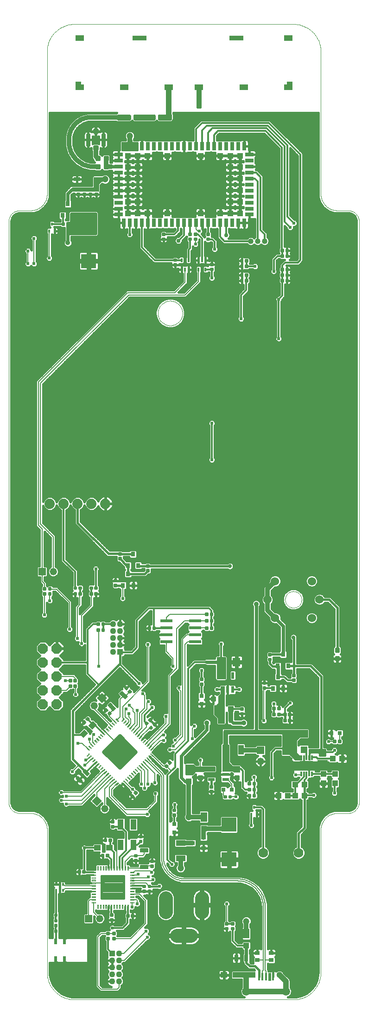
<source format=gtl>
G75*
%MOIN*%
%OFA0B0*%
%FSLAX24Y24*%
%IPPOS*%
%LPD*%
%AMOC8*
5,1,8,0,0,1.08239X$1,22.5*
%
%ADD10C,0.0000*%
%ADD11C,0.0088*%
%ADD12R,0.0551X0.0630*%
%ADD13C,0.0125*%
%ADD14R,0.0450X0.0700*%
%ADD15R,0.0400X0.0400*%
%ADD16R,0.0700X0.0450*%
%ADD17R,0.0870X0.0240*%
%ADD18R,0.0315X0.0315*%
%ADD19R,0.0315X0.0354*%
%ADD20R,0.0217X0.0472*%
%ADD21R,0.0472X0.0217*%
%ADD22R,0.0436X0.0436*%
%ADD23C,0.0436*%
%ADD24C,0.1005*%
%ADD25R,0.0236X0.0394*%
%ADD26R,0.0118X0.0197*%
%ADD27C,0.0740*%
%ADD28OC8,0.0740*%
%ADD29C,0.0600*%
%ADD30R,0.1063X0.1004*%
%ADD31R,0.0472X0.0315*%
%ADD32R,0.0117X0.0335*%
%ADD33R,0.0945X0.0650*%
%ADD34R,0.0276X0.0110*%
%ADD35R,0.0433X0.0394*%
%ADD36R,0.0394X0.0433*%
%ADD37R,0.0709X0.0630*%
%ADD38R,0.0512X0.0512*%
%ADD39R,0.0520X0.0520*%
%ADD40C,0.0520*%
%ADD41R,0.0591X0.0394*%
%ADD42R,0.0394X0.0591*%
%ADD43R,0.1024X0.0354*%
%ADD44R,0.0157X0.0276*%
%ADD45R,0.0295X0.0610*%
%ADD46R,0.0610X0.0295*%
%ADD47R,0.0413X0.0413*%
%ADD48C,0.0400*%
%ADD49R,0.0138X0.0236*%
%ADD50R,0.0472X0.0276*%
%ADD51C,0.0300*%
%ADD52R,0.0472X0.0394*%
%ADD53R,0.0354X0.0276*%
%ADD54C,0.0594*%
%ADD55R,0.0157X0.0531*%
%ADD56C,0.0002*%
%ADD57R,0.0354X0.0315*%
%ADD58R,0.0315X0.0472*%
%ADD59R,0.0394X0.0709*%
%ADD60R,0.0709X0.0394*%
%ADD61C,0.0700*%
%ADD62R,0.0520X0.0520*%
%ADD63C,0.0047*%
%ADD64C,0.0177*%
%ADD65C,0.0060*%
%ADD66R,0.0433X0.0748*%
%ADD67C,0.0039*%
%ADD68C,0.0185*%
%ADD69C,0.0150*%
%ADD70C,0.0200*%
%ADD71C,0.0120*%
%ADD72C,0.0240*%
%ADD73C,0.0160*%
%ADD74C,0.0004*%
%ADD75C,0.0236*%
%ADD76C,0.0080*%
%ADD77C,0.0280*%
%ADD78C,0.0320*%
%ADD79C,0.0356*%
%ADD80C,0.0240*%
%ADD81C,0.0472*%
%ADD82C,0.0315*%
%ADD83C,0.0394*%
%ADD84C,0.0400*%
%ADD85C,0.0354*%
D10*
X012441Y018570D02*
X013229Y018570D01*
X013295Y018568D01*
X013361Y018563D01*
X013427Y018553D01*
X013492Y018540D01*
X013556Y018524D01*
X013619Y018504D01*
X013681Y018480D01*
X013741Y018453D01*
X013800Y018423D01*
X013857Y018389D01*
X013912Y018352D01*
X013965Y018312D01*
X014016Y018270D01*
X014064Y018224D01*
X014110Y018176D01*
X014152Y018125D01*
X014192Y018072D01*
X014229Y018017D01*
X014263Y017960D01*
X014293Y017901D01*
X014320Y017841D01*
X014344Y017779D01*
X014364Y017716D01*
X014380Y017652D01*
X014393Y017587D01*
X014403Y017521D01*
X014408Y017455D01*
X014410Y017389D01*
X014410Y007153D01*
X014409Y007153D02*
X014411Y007067D01*
X014416Y006981D01*
X014426Y006896D01*
X014439Y006811D01*
X014456Y006727D01*
X014476Y006643D01*
X014500Y006561D01*
X014528Y006480D01*
X014559Y006399D01*
X014593Y006321D01*
X014631Y006244D01*
X014673Y006169D01*
X014717Y006095D01*
X014765Y006024D01*
X014816Y005954D01*
X014870Y005887D01*
X014926Y005823D01*
X014986Y005761D01*
X015048Y005701D01*
X015112Y005645D01*
X015179Y005591D01*
X015249Y005540D01*
X015320Y005492D01*
X015393Y005448D01*
X015469Y005406D01*
X015546Y005368D01*
X015624Y005334D01*
X015705Y005303D01*
X015786Y005275D01*
X015868Y005251D01*
X015952Y005231D01*
X016036Y005214D01*
X016121Y005201D01*
X016206Y005191D01*
X016292Y005186D01*
X016378Y005184D01*
X016378Y005185D02*
X032126Y005185D01*
X032126Y005184D02*
X032212Y005186D01*
X032298Y005191D01*
X032383Y005201D01*
X032468Y005214D01*
X032552Y005231D01*
X032636Y005251D01*
X032718Y005275D01*
X032799Y005303D01*
X032880Y005334D01*
X032958Y005368D01*
X033035Y005406D01*
X033111Y005448D01*
X033184Y005492D01*
X033255Y005540D01*
X033325Y005591D01*
X033392Y005645D01*
X033456Y005701D01*
X033518Y005761D01*
X033578Y005823D01*
X033634Y005887D01*
X033688Y005954D01*
X033739Y006024D01*
X033787Y006095D01*
X033831Y006168D01*
X033873Y006244D01*
X033911Y006321D01*
X033945Y006399D01*
X033976Y006480D01*
X034004Y006561D01*
X034028Y006643D01*
X034048Y006727D01*
X034065Y006811D01*
X034078Y006896D01*
X034088Y006981D01*
X034093Y007067D01*
X034095Y007153D01*
X034095Y017389D01*
X034097Y017455D01*
X034102Y017521D01*
X034112Y017587D01*
X034125Y017652D01*
X034141Y017716D01*
X034161Y017779D01*
X034185Y017841D01*
X034212Y017901D01*
X034242Y017960D01*
X034276Y018017D01*
X034313Y018072D01*
X034353Y018125D01*
X034395Y018176D01*
X034441Y018224D01*
X034489Y018270D01*
X034540Y018312D01*
X034593Y018352D01*
X034648Y018389D01*
X034705Y018423D01*
X034764Y018453D01*
X034824Y018480D01*
X034886Y018504D01*
X034949Y018524D01*
X035013Y018540D01*
X035078Y018553D01*
X035144Y018563D01*
X035210Y018568D01*
X035276Y018570D01*
X036063Y018570D01*
X036063Y018571D02*
X036117Y018573D01*
X036170Y018578D01*
X036223Y018587D01*
X036275Y018600D01*
X036327Y018616D01*
X036377Y018636D01*
X036425Y018659D01*
X036472Y018686D01*
X036517Y018715D01*
X036560Y018748D01*
X036600Y018783D01*
X036638Y018821D01*
X036673Y018861D01*
X036706Y018904D01*
X036735Y018949D01*
X036762Y018996D01*
X036785Y019044D01*
X036805Y019094D01*
X036821Y019146D01*
X036834Y019198D01*
X036843Y019251D01*
X036848Y019304D01*
X036850Y019358D01*
X036851Y019358D02*
X036851Y061090D01*
X036850Y061090D02*
X036848Y061144D01*
X036843Y061197D01*
X036834Y061250D01*
X036821Y061302D01*
X036805Y061354D01*
X036785Y061404D01*
X036762Y061452D01*
X036735Y061499D01*
X036706Y061544D01*
X036673Y061587D01*
X036638Y061627D01*
X036600Y061665D01*
X036560Y061700D01*
X036517Y061733D01*
X036472Y061762D01*
X036425Y061789D01*
X036377Y061812D01*
X036327Y061832D01*
X036275Y061848D01*
X036223Y061861D01*
X036170Y061870D01*
X036117Y061875D01*
X036063Y061877D01*
X036063Y061878D02*
X035276Y061878D01*
X035210Y061880D01*
X035144Y061885D01*
X035078Y061895D01*
X035013Y061908D01*
X034949Y061924D01*
X034886Y061944D01*
X034824Y061968D01*
X034764Y061995D01*
X034705Y062025D01*
X034648Y062059D01*
X034593Y062096D01*
X034540Y062136D01*
X034489Y062178D01*
X034441Y062224D01*
X034395Y062272D01*
X034353Y062323D01*
X034313Y062376D01*
X034276Y062431D01*
X034242Y062488D01*
X034212Y062547D01*
X034185Y062607D01*
X034161Y062669D01*
X034141Y062732D01*
X034125Y062796D01*
X034112Y062861D01*
X034102Y062927D01*
X034097Y062993D01*
X034095Y063059D01*
X034095Y073295D01*
X034093Y073381D01*
X034088Y073467D01*
X034078Y073552D01*
X034065Y073637D01*
X034048Y073721D01*
X034028Y073805D01*
X034004Y073887D01*
X033976Y073968D01*
X033945Y074049D01*
X033911Y074127D01*
X033873Y074204D01*
X033831Y074280D01*
X033787Y074353D01*
X033739Y074424D01*
X033688Y074494D01*
X033634Y074561D01*
X033578Y074625D01*
X033518Y074687D01*
X033456Y074747D01*
X033392Y074803D01*
X033325Y074857D01*
X033255Y074908D01*
X033184Y074956D01*
X033111Y075000D01*
X033035Y075042D01*
X032958Y075080D01*
X032880Y075114D01*
X032799Y075145D01*
X032718Y075173D01*
X032636Y075197D01*
X032552Y075217D01*
X032468Y075234D01*
X032383Y075247D01*
X032298Y075257D01*
X032212Y075262D01*
X032126Y075264D01*
X032126Y075263D02*
X016378Y075263D01*
X016378Y075264D02*
X016292Y075262D01*
X016206Y075257D01*
X016121Y075247D01*
X016036Y075234D01*
X015952Y075217D01*
X015868Y075197D01*
X015786Y075173D01*
X015705Y075145D01*
X015624Y075114D01*
X015546Y075080D01*
X015469Y075042D01*
X015394Y075000D01*
X015320Y074956D01*
X015249Y074908D01*
X015179Y074857D01*
X015112Y074803D01*
X015048Y074747D01*
X014986Y074687D01*
X014926Y074625D01*
X014870Y074561D01*
X014816Y074494D01*
X014765Y074424D01*
X014717Y074353D01*
X014673Y074280D01*
X014631Y074204D01*
X014593Y074127D01*
X014559Y074049D01*
X014528Y073968D01*
X014500Y073887D01*
X014476Y073805D01*
X014456Y073721D01*
X014439Y073637D01*
X014426Y073552D01*
X014416Y073467D01*
X014411Y073381D01*
X014409Y073295D01*
X014410Y073295D02*
X014410Y063059D01*
X014408Y062993D01*
X014403Y062927D01*
X014393Y062861D01*
X014380Y062796D01*
X014364Y062732D01*
X014344Y062669D01*
X014320Y062607D01*
X014293Y062547D01*
X014263Y062488D01*
X014229Y062431D01*
X014192Y062376D01*
X014152Y062323D01*
X014110Y062272D01*
X014064Y062224D01*
X014016Y062178D01*
X013965Y062136D01*
X013912Y062096D01*
X013857Y062059D01*
X013800Y062025D01*
X013741Y061995D01*
X013681Y061968D01*
X013619Y061944D01*
X013556Y061924D01*
X013492Y061908D01*
X013427Y061895D01*
X013361Y061885D01*
X013295Y061880D01*
X013229Y061878D01*
X012441Y061878D01*
X012441Y061877D02*
X012387Y061875D01*
X012334Y061870D01*
X012281Y061861D01*
X012229Y061848D01*
X012177Y061832D01*
X012127Y061812D01*
X012079Y061789D01*
X012032Y061762D01*
X011987Y061733D01*
X011944Y061700D01*
X011904Y061665D01*
X011866Y061627D01*
X011831Y061587D01*
X011798Y061544D01*
X011769Y061499D01*
X011742Y061452D01*
X011719Y061404D01*
X011699Y061354D01*
X011683Y061302D01*
X011670Y061250D01*
X011661Y061197D01*
X011656Y061144D01*
X011654Y061090D01*
X011654Y019358D01*
X011656Y019304D01*
X011661Y019251D01*
X011670Y019198D01*
X011683Y019146D01*
X011699Y019094D01*
X011719Y019044D01*
X011742Y018996D01*
X011769Y018949D01*
X011798Y018904D01*
X011831Y018861D01*
X011866Y018821D01*
X011904Y018783D01*
X011944Y018748D01*
X011987Y018715D01*
X012032Y018686D01*
X012079Y018659D01*
X012127Y018636D01*
X012177Y018616D01*
X012229Y018600D01*
X012281Y018587D01*
X012334Y018578D01*
X012387Y018573D01*
X012441Y018571D01*
X031535Y033925D02*
X031537Y033973D01*
X031543Y034021D01*
X031553Y034068D01*
X031566Y034114D01*
X031584Y034159D01*
X031604Y034203D01*
X031629Y034245D01*
X031657Y034284D01*
X031687Y034321D01*
X031721Y034355D01*
X031758Y034387D01*
X031796Y034416D01*
X031837Y034441D01*
X031880Y034463D01*
X031925Y034481D01*
X031971Y034495D01*
X032018Y034506D01*
X032066Y034513D01*
X032114Y034516D01*
X032162Y034515D01*
X032210Y034510D01*
X032258Y034501D01*
X032304Y034489D01*
X032349Y034472D01*
X032393Y034452D01*
X032435Y034429D01*
X032475Y034402D01*
X032513Y034372D01*
X032548Y034339D01*
X032580Y034303D01*
X032610Y034265D01*
X032636Y034224D01*
X032658Y034181D01*
X032678Y034137D01*
X032693Y034092D01*
X032705Y034045D01*
X032713Y033997D01*
X032717Y033949D01*
X032717Y033901D01*
X032713Y033853D01*
X032705Y033805D01*
X032693Y033758D01*
X032678Y033713D01*
X032658Y033669D01*
X032636Y033626D01*
X032610Y033585D01*
X032580Y033547D01*
X032548Y033511D01*
X032513Y033478D01*
X032475Y033448D01*
X032435Y033421D01*
X032393Y033398D01*
X032349Y033378D01*
X032304Y033361D01*
X032258Y033349D01*
X032210Y033340D01*
X032162Y033335D01*
X032114Y033334D01*
X032066Y033337D01*
X032018Y033344D01*
X031971Y033355D01*
X031925Y033369D01*
X031880Y033387D01*
X031837Y033409D01*
X031796Y033434D01*
X031758Y033463D01*
X031721Y033495D01*
X031687Y033529D01*
X031657Y033566D01*
X031629Y033605D01*
X031604Y033647D01*
X031584Y033691D01*
X031566Y033736D01*
X031553Y033782D01*
X031543Y033829D01*
X031537Y033877D01*
X031535Y033925D01*
X022382Y054496D02*
X022384Y054555D01*
X022390Y054614D01*
X022400Y054672D01*
X022413Y054730D01*
X022431Y054787D01*
X022452Y054842D01*
X022477Y054896D01*
X022506Y054948D01*
X022538Y054997D01*
X022573Y055045D01*
X022611Y055090D01*
X022652Y055133D01*
X022696Y055173D01*
X022742Y055209D01*
X022791Y055243D01*
X022842Y055273D01*
X022895Y055300D01*
X022950Y055323D01*
X023005Y055342D01*
X023063Y055358D01*
X023121Y055370D01*
X023179Y055378D01*
X023238Y055382D01*
X023298Y055382D01*
X023357Y055378D01*
X023415Y055370D01*
X023473Y055358D01*
X023531Y055342D01*
X023586Y055323D01*
X023641Y055300D01*
X023694Y055273D01*
X023745Y055243D01*
X023794Y055209D01*
X023840Y055173D01*
X023884Y055133D01*
X023925Y055090D01*
X023963Y055045D01*
X023998Y054997D01*
X024030Y054948D01*
X024059Y054896D01*
X024084Y054842D01*
X024105Y054787D01*
X024123Y054730D01*
X024136Y054672D01*
X024146Y054614D01*
X024152Y054555D01*
X024154Y054496D01*
X024152Y054437D01*
X024146Y054378D01*
X024136Y054320D01*
X024123Y054262D01*
X024105Y054205D01*
X024084Y054150D01*
X024059Y054096D01*
X024030Y054044D01*
X023998Y053995D01*
X023963Y053947D01*
X023925Y053902D01*
X023884Y053859D01*
X023840Y053819D01*
X023794Y053783D01*
X023745Y053749D01*
X023694Y053719D01*
X023641Y053692D01*
X023586Y053669D01*
X023531Y053650D01*
X023473Y053634D01*
X023415Y053622D01*
X023357Y053614D01*
X023298Y053610D01*
X023238Y053610D01*
X023179Y053614D01*
X023121Y053622D01*
X023063Y053634D01*
X023005Y053650D01*
X022950Y053669D01*
X022895Y053692D01*
X022842Y053719D01*
X022791Y053749D01*
X022742Y053783D01*
X022696Y053819D01*
X022652Y053859D01*
X022611Y053902D01*
X022573Y053947D01*
X022538Y053995D01*
X022506Y054044D01*
X022477Y054096D01*
X022452Y054150D01*
X022431Y054205D01*
X022413Y054262D01*
X022400Y054320D01*
X022390Y054378D01*
X022384Y054437D01*
X022382Y054496D01*
D11*
X018778Y065158D02*
X018516Y065158D01*
X018778Y065158D02*
X018778Y064896D01*
X018516Y064896D01*
X018516Y065158D01*
X018516Y064983D02*
X018778Y064983D01*
X018778Y065070D02*
X018516Y065070D01*
X018516Y065157D02*
X018778Y065157D01*
X018778Y065487D02*
X018516Y065487D01*
X018516Y065749D01*
X018778Y065749D01*
X018778Y065487D01*
X018778Y065574D02*
X018516Y065574D01*
X018516Y065661D02*
X018778Y065661D01*
X018778Y065748D02*
X018516Y065748D01*
X018178Y065487D02*
X017916Y065487D01*
X017916Y065749D01*
X018178Y065749D01*
X018178Y065487D01*
X018178Y065574D02*
X017916Y065574D01*
X017916Y065661D02*
X018178Y065661D01*
X018178Y065748D02*
X017916Y065748D01*
X017916Y065158D02*
X018178Y065158D01*
X018178Y064896D01*
X017916Y064896D01*
X017916Y065158D01*
X017916Y064983D02*
X018178Y064983D01*
X018178Y065070D02*
X017916Y065070D01*
X017916Y065157D02*
X018178Y065157D01*
X019495Y067844D02*
X019495Y068106D01*
X019757Y068106D01*
X019757Y067844D01*
X019495Y067844D01*
X019495Y067931D02*
X019757Y067931D01*
X019757Y068018D02*
X019495Y068018D01*
X019495Y068105D02*
X019757Y068105D01*
X019495Y068444D02*
X019495Y068706D01*
X019757Y068706D01*
X019757Y068444D01*
X019495Y068444D01*
X019495Y068531D02*
X019757Y068531D01*
X019757Y068618D02*
X019495Y068618D01*
X019495Y068705D02*
X019757Y068705D01*
X020081Y068439D02*
X020343Y068439D01*
X020081Y068439D02*
X020081Y068701D01*
X020343Y068701D01*
X020343Y068439D01*
X020343Y068526D02*
X020081Y068526D01*
X020081Y068613D02*
X020343Y068613D01*
X020343Y068700D02*
X020081Y068700D01*
X020681Y068439D02*
X020943Y068439D01*
X020681Y068439D02*
X020681Y068701D01*
X020943Y068701D01*
X020943Y068439D01*
X020943Y068526D02*
X020681Y068526D01*
X020681Y068613D02*
X020943Y068613D01*
X020943Y068700D02*
X020681Y068700D01*
X021267Y068706D02*
X021267Y068444D01*
X021267Y068706D02*
X021529Y068706D01*
X021529Y068444D01*
X021267Y068444D01*
X021267Y068531D02*
X021529Y068531D01*
X021529Y068618D02*
X021267Y068618D01*
X021267Y068705D02*
X021529Y068705D01*
X021853Y068439D02*
X022115Y068439D01*
X021853Y068439D02*
X021853Y068701D01*
X022115Y068701D01*
X022115Y068439D01*
X022115Y068526D02*
X021853Y068526D01*
X021853Y068613D02*
X022115Y068613D01*
X022115Y068700D02*
X021853Y068700D01*
X022453Y068439D02*
X022715Y068439D01*
X022453Y068439D02*
X022453Y068701D01*
X022715Y068701D01*
X022715Y068439D01*
X022715Y068526D02*
X022453Y068526D01*
X022453Y068613D02*
X022715Y068613D01*
X022715Y068700D02*
X022453Y068700D01*
X023039Y068706D02*
X023039Y068444D01*
X023039Y068706D02*
X023301Y068706D01*
X023301Y068444D01*
X023039Y068444D01*
X023039Y068531D02*
X023301Y068531D01*
X023301Y068618D02*
X023039Y068618D01*
X023039Y068705D02*
X023301Y068705D01*
X023039Y068106D02*
X023039Y067844D01*
X023039Y068106D02*
X023301Y068106D01*
X023301Y067844D01*
X023039Y067844D01*
X023039Y067931D02*
X023301Y067931D01*
X023301Y068018D02*
X023039Y068018D01*
X023039Y068105D02*
X023301Y068105D01*
X021267Y068106D02*
X021267Y067844D01*
X021267Y068106D02*
X021529Y068106D01*
X021529Y067844D01*
X021267Y067844D01*
X021267Y067931D02*
X021529Y067931D01*
X021529Y068018D02*
X021267Y068018D01*
X021267Y068105D02*
X021529Y068105D01*
X025466Y068651D02*
X025466Y068913D01*
X025466Y068651D02*
X025204Y068651D01*
X025204Y068913D01*
X025466Y068913D01*
X025466Y068738D02*
X025204Y068738D01*
X025204Y068825D02*
X025466Y068825D01*
X025466Y068912D02*
X025204Y068912D01*
X025466Y069251D02*
X025466Y069513D01*
X025466Y069251D02*
X025204Y069251D01*
X025204Y069513D01*
X025466Y069513D01*
X025466Y069338D02*
X025204Y069338D01*
X025204Y069425D02*
X025466Y069425D01*
X025466Y069512D02*
X025204Y069512D01*
X035407Y030419D02*
X035407Y030157D01*
X035145Y030157D01*
X035145Y030419D01*
X035407Y030419D01*
X035407Y030244D02*
X035145Y030244D01*
X035145Y030331D02*
X035407Y030331D01*
X035407Y030418D02*
X035145Y030418D01*
X035407Y029819D02*
X035407Y029557D01*
X035145Y029557D01*
X035145Y029819D01*
X035407Y029819D01*
X035407Y029644D02*
X035145Y029644D01*
X035145Y029731D02*
X035407Y029731D01*
X035407Y029818D02*
X035145Y029818D01*
X027940Y021875D02*
X027940Y021613D01*
X027940Y021875D02*
X028202Y021875D01*
X028202Y021613D01*
X027940Y021613D01*
X027940Y021700D02*
X028202Y021700D01*
X028202Y021787D02*
X027940Y021787D01*
X027940Y021874D02*
X028202Y021874D01*
X027940Y021275D02*
X027940Y021013D01*
X027940Y021275D02*
X028202Y021275D01*
X028202Y021013D01*
X027940Y021013D01*
X027940Y021100D02*
X028202Y021100D01*
X028202Y021187D02*
X027940Y021187D01*
X027940Y021274D02*
X028202Y021274D01*
X025302Y021275D02*
X025302Y021013D01*
X025302Y021275D02*
X025564Y021275D01*
X025564Y021013D01*
X025302Y021013D01*
X025302Y021100D02*
X025564Y021100D01*
X025564Y021187D02*
X025302Y021187D01*
X025302Y021274D02*
X025564Y021274D01*
X025302Y021613D02*
X025302Y021875D01*
X025564Y021875D01*
X025564Y021613D01*
X025302Y021613D01*
X025302Y021700D02*
X025564Y021700D01*
X025564Y021787D02*
X025302Y021787D01*
X025302Y021874D02*
X025564Y021874D01*
X026223Y026668D02*
X026485Y026668D01*
X026223Y026668D02*
X026223Y026930D01*
X026485Y026930D01*
X026485Y026668D01*
X026485Y026755D02*
X026223Y026755D01*
X026223Y026842D02*
X026485Y026842D01*
X026485Y026929D02*
X026223Y026929D01*
X026823Y026668D02*
X027085Y026668D01*
X026823Y026668D02*
X026823Y026930D01*
X027085Y026930D01*
X027085Y026668D01*
X027085Y026755D02*
X026823Y026755D01*
X026823Y026842D02*
X027085Y026842D01*
X027085Y026929D02*
X026823Y026929D01*
D12*
X026929Y029437D03*
X028032Y029437D03*
D13*
X026301Y031815D02*
X026175Y031815D01*
X026175Y031941D01*
X026301Y031941D01*
X026301Y031815D01*
X026301Y031939D02*
X026175Y031939D01*
X025951Y031815D02*
X025825Y031815D01*
X025825Y031941D01*
X025951Y031941D01*
X025951Y031815D01*
X025951Y031939D02*
X025825Y031939D01*
X025825Y032326D02*
X025951Y032326D01*
X025825Y032326D02*
X025825Y032452D01*
X025951Y032452D01*
X025951Y032326D01*
X025951Y032450D02*
X025825Y032450D01*
X025825Y032799D02*
X025951Y032799D01*
X025825Y032799D02*
X025825Y032925D01*
X025951Y032925D01*
X025951Y032799D01*
X025951Y032923D02*
X025825Y032923D01*
X026175Y032799D02*
X026301Y032799D01*
X026175Y032799D02*
X026175Y032925D01*
X026301Y032925D01*
X026301Y032799D01*
X026301Y032923D02*
X026175Y032923D01*
X026175Y032326D02*
X026301Y032326D01*
X026175Y032326D02*
X026175Y032452D01*
X026301Y032452D01*
X026301Y032326D01*
X026301Y032450D02*
X026175Y032450D01*
X025449Y028257D02*
X025449Y028131D01*
X025449Y028257D02*
X025575Y028257D01*
X025575Y028131D01*
X025449Y028131D01*
X025449Y028255D02*
X025575Y028255D01*
X025449Y027907D02*
X025449Y027781D01*
X025449Y027907D02*
X025575Y027907D01*
X025575Y027781D01*
X025449Y027781D01*
X025449Y027905D02*
X025575Y027905D01*
X028488Y026131D02*
X028488Y026005D01*
X028362Y026005D01*
X028362Y026131D01*
X028488Y026131D01*
X028488Y026129D02*
X028362Y026129D01*
X028488Y025781D02*
X028488Y025655D01*
X028362Y025655D01*
X028362Y025781D01*
X028488Y025781D01*
X028488Y025779D02*
X028362Y025779D01*
X029977Y027506D02*
X029977Y027632D01*
X030103Y027632D01*
X030103Y027506D01*
X029977Y027506D01*
X029977Y027630D02*
X030103Y027630D01*
X029977Y027856D02*
X029977Y027982D01*
X030103Y027982D01*
X030103Y027856D01*
X029977Y027856D01*
X029977Y027980D02*
X030103Y027980D01*
X030370Y029553D02*
X030370Y029679D01*
X030496Y029679D01*
X030496Y029553D01*
X030370Y029553D01*
X030370Y029677D02*
X030496Y029677D01*
X030370Y029903D02*
X030370Y030029D01*
X030496Y030029D01*
X030496Y029903D01*
X030370Y029903D01*
X030370Y030027D02*
X030496Y030027D01*
X032229Y028533D02*
X032229Y028407D01*
X032103Y028407D01*
X032103Y028533D01*
X032229Y028533D01*
X032229Y028531D02*
X032103Y028531D01*
X032229Y028183D02*
X032229Y028057D01*
X032103Y028057D01*
X032103Y028183D01*
X032229Y028183D01*
X032229Y028181D02*
X032103Y028181D01*
X031144Y026027D02*
X031018Y026027D01*
X031018Y026153D01*
X031144Y026153D01*
X031144Y026027D01*
X031144Y026151D02*
X031018Y026151D01*
X030794Y026027D02*
X030668Y026027D01*
X030668Y026153D01*
X030794Y026153D01*
X030794Y026027D01*
X030794Y026151D02*
X030668Y026151D01*
X030668Y025720D02*
X030794Y025720D01*
X030794Y025594D01*
X030668Y025594D01*
X030668Y025720D01*
X030668Y025718D02*
X030794Y025718D01*
X031018Y025720D02*
X031144Y025720D01*
X031144Y025594D01*
X031018Y025594D01*
X031018Y025720D01*
X031018Y025718D02*
X031144Y025718D01*
X031455Y025720D02*
X031581Y025720D01*
X031581Y025594D01*
X031455Y025594D01*
X031455Y025720D01*
X031455Y025718D02*
X031581Y025718D01*
X031805Y025720D02*
X031931Y025720D01*
X031931Y025594D01*
X031805Y025594D01*
X031805Y025720D01*
X031805Y025718D02*
X031931Y025718D01*
X031931Y025161D02*
X031805Y025161D01*
X031805Y025287D01*
X031931Y025287D01*
X031931Y025161D01*
X031931Y025285D02*
X031805Y025285D01*
X031581Y025161D02*
X031455Y025161D01*
X031455Y025287D01*
X031581Y025287D01*
X031581Y025161D01*
X031581Y025285D02*
X031455Y025285D01*
X029372Y020633D02*
X029246Y020633D01*
X029246Y020759D01*
X029372Y020759D01*
X029372Y020633D01*
X029372Y020757D02*
X029246Y020757D01*
X029022Y020633D02*
X028896Y020633D01*
X028896Y020759D01*
X029022Y020759D01*
X029022Y020633D01*
X029022Y020757D02*
X028896Y020757D01*
X028896Y020326D02*
X029022Y020326D01*
X029022Y020200D01*
X028896Y020200D01*
X028896Y020326D01*
X028896Y020324D02*
X029022Y020324D01*
X029246Y020326D02*
X029372Y020326D01*
X029372Y020200D01*
X029246Y020200D01*
X029246Y020326D01*
X029246Y020324D02*
X029372Y020324D01*
X029372Y019767D02*
X029246Y019767D01*
X029246Y019893D01*
X029372Y019893D01*
X029372Y019767D01*
X029372Y019891D02*
X029246Y019891D01*
X029022Y019767D02*
X028896Y019767D01*
X028896Y019893D01*
X029022Y019893D01*
X029022Y019767D01*
X029022Y019891D02*
X028896Y019891D01*
X027640Y019815D02*
X027514Y019815D01*
X027640Y019815D02*
X027640Y019689D01*
X027514Y019689D01*
X027514Y019815D01*
X027514Y019813D02*
X027640Y019813D01*
X027290Y019815D02*
X027164Y019815D01*
X027290Y019815D02*
X027290Y019689D01*
X027164Y019689D01*
X027164Y019815D01*
X027164Y019813D02*
X027290Y019813D01*
X026158Y020065D02*
X026158Y020191D01*
X026284Y020191D01*
X026284Y020065D01*
X026158Y020065D01*
X026158Y020189D02*
X026284Y020189D01*
X026158Y020415D02*
X026158Y020541D01*
X026284Y020541D01*
X026284Y020415D01*
X026158Y020415D01*
X026158Y020539D02*
X026284Y020539D01*
X023500Y018848D02*
X023500Y018722D01*
X023500Y018848D02*
X023626Y018848D01*
X023626Y018722D01*
X023500Y018722D01*
X023500Y018846D02*
X023626Y018846D01*
X023500Y018498D02*
X023500Y018372D01*
X023500Y018498D02*
X023626Y018498D01*
X023626Y018372D01*
X023500Y018372D01*
X023500Y018496D02*
X023626Y018496D01*
X021205Y016958D02*
X021205Y016832D01*
X021079Y016832D01*
X021079Y016958D01*
X021205Y016958D01*
X021205Y016956D02*
X021079Y016956D01*
X021205Y016608D02*
X021205Y016482D01*
X021079Y016482D01*
X021079Y016608D01*
X021205Y016608D01*
X021205Y016606D02*
X021079Y016606D01*
X020725Y015580D02*
X020725Y015454D01*
X020725Y015580D02*
X020851Y015580D01*
X020851Y015454D01*
X020725Y015454D01*
X020725Y015578D02*
X020851Y015578D01*
X020725Y015230D02*
X020725Y015104D01*
X020725Y015230D02*
X020851Y015230D01*
X020851Y015104D01*
X020725Y015104D01*
X020725Y015228D02*
X020851Y015228D01*
X021906Y015186D02*
X021906Y015060D01*
X021906Y015186D02*
X022032Y015186D01*
X022032Y015060D01*
X021906Y015060D01*
X021906Y015184D02*
X022032Y015184D01*
X021906Y014836D02*
X021906Y014710D01*
X021906Y014836D02*
X022032Y014836D01*
X022032Y014710D01*
X021906Y014710D01*
X021906Y014834D02*
X022032Y014834D01*
X021835Y013375D02*
X021835Y013249D01*
X021709Y013249D01*
X021709Y013375D01*
X021835Y013375D01*
X021835Y013373D02*
X021709Y013373D01*
X021315Y013375D02*
X021315Y013249D01*
X021315Y013375D02*
X021441Y013375D01*
X021441Y013249D01*
X021315Y013249D01*
X021315Y013373D02*
X021441Y013373D01*
X021315Y013025D02*
X021315Y012899D01*
X021315Y013025D02*
X021441Y013025D01*
X021441Y012899D01*
X021315Y012899D01*
X021315Y013023D02*
X021441Y013023D01*
X021835Y013025D02*
X021835Y012899D01*
X021709Y012899D01*
X021709Y013025D01*
X021835Y013025D01*
X021835Y013023D02*
X021709Y013023D01*
X020632Y011271D02*
X020506Y011271D01*
X020632Y011271D02*
X020632Y011145D01*
X020506Y011145D01*
X020506Y011271D01*
X020506Y011269D02*
X020632Y011269D01*
X020282Y011271D02*
X020156Y011271D01*
X020282Y011271D02*
X020282Y011145D01*
X020156Y011145D01*
X020156Y011271D01*
X020156Y011269D02*
X020282Y011269D01*
X018992Y011202D02*
X018992Y011328D01*
X019118Y011328D01*
X019118Y011202D01*
X018992Y011202D01*
X018992Y011326D02*
X019118Y011326D01*
X018992Y010978D02*
X018992Y010852D01*
X018992Y010978D02*
X019118Y010978D01*
X019118Y010852D01*
X018992Y010852D01*
X018992Y010976D02*
X019118Y010976D01*
X019150Y009990D02*
X019150Y009864D01*
X019150Y009990D02*
X019276Y009990D01*
X019276Y009864D01*
X019150Y009864D01*
X019150Y009988D02*
X019276Y009988D01*
X019150Y009640D02*
X019150Y009514D01*
X019150Y009640D02*
X019276Y009640D01*
X019276Y009514D01*
X019150Y009514D01*
X019150Y009638D02*
X019276Y009638D01*
X018843Y009640D02*
X018843Y009514D01*
X018717Y009514D01*
X018717Y009640D01*
X018843Y009640D01*
X018843Y009638D02*
X018717Y009638D01*
X018843Y009864D02*
X018843Y009990D01*
X018843Y009864D02*
X018717Y009864D01*
X018717Y009990D01*
X018843Y009990D01*
X018843Y009988D02*
X018717Y009988D01*
X017128Y014295D02*
X017002Y014295D01*
X017002Y014421D01*
X017128Y014421D01*
X017128Y014295D01*
X017128Y014419D02*
X017002Y014419D01*
X016778Y014295D02*
X016652Y014295D01*
X016652Y014421D01*
X016778Y014421D01*
X016778Y014295D01*
X016778Y014419D02*
X016652Y014419D01*
X018345Y015602D02*
X018471Y015602D01*
X018471Y015476D01*
X018345Y015476D01*
X018345Y015602D01*
X018345Y015600D02*
X018471Y015600D01*
X018695Y015602D02*
X018821Y015602D01*
X018821Y015476D01*
X018695Y015476D01*
X018695Y015602D01*
X018695Y015600D02*
X018821Y015600D01*
X018892Y016704D02*
X019018Y016704D01*
X019018Y016578D01*
X018892Y016578D01*
X018892Y016704D01*
X018892Y016702D02*
X019018Y016702D01*
X018668Y016704D02*
X018542Y016704D01*
X018668Y016704D02*
X018668Y016578D01*
X018542Y016578D01*
X018542Y016704D01*
X018542Y016702D02*
X018668Y016702D01*
X019197Y017545D02*
X019197Y017671D01*
X019197Y017545D02*
X019071Y017545D01*
X019071Y017671D01*
X019197Y017671D01*
X019197Y017669D02*
X019071Y017669D01*
X019197Y017895D02*
X019197Y018021D01*
X019197Y017895D02*
X019071Y017895D01*
X019071Y018021D01*
X019197Y018021D01*
X019197Y018019D02*
X019071Y018019D01*
X020546Y019696D02*
X020635Y019785D01*
X020546Y019696D02*
X020457Y019785D01*
X020546Y019874D01*
X020635Y019785D01*
X020600Y019820D02*
X020492Y019820D01*
X020793Y019944D02*
X020882Y020033D01*
X020793Y019944D02*
X020704Y020033D01*
X020793Y020122D01*
X020882Y020033D01*
X020847Y020068D02*
X020739Y020068D01*
X022898Y021951D02*
X022987Y022040D01*
X023076Y021951D01*
X022987Y021862D01*
X022898Y021951D01*
X022933Y021986D02*
X023041Y021986D01*
X023145Y022198D02*
X023234Y022287D01*
X023323Y022198D01*
X023234Y022109D01*
X023145Y022198D01*
X023180Y022233D02*
X023288Y022233D01*
X021795Y024707D02*
X021884Y024796D01*
X021973Y024707D01*
X021884Y024618D01*
X021795Y024707D01*
X021830Y024742D02*
X021938Y024742D01*
X022043Y024954D02*
X022132Y025043D01*
X022221Y024954D01*
X022132Y024865D01*
X022043Y024954D01*
X022078Y024989D02*
X022186Y024989D01*
X021817Y025358D02*
X021728Y025269D01*
X021817Y025358D02*
X021906Y025269D01*
X021817Y025180D01*
X021728Y025269D01*
X021763Y025304D02*
X021871Y025304D01*
X021569Y025111D02*
X021480Y025022D01*
X021569Y025111D02*
X021658Y025022D01*
X021569Y024933D01*
X021480Y025022D01*
X021515Y025057D02*
X021623Y025057D01*
X020360Y027216D02*
X020271Y027305D01*
X020360Y027394D01*
X020449Y027305D01*
X020360Y027216D01*
X020414Y027340D02*
X020306Y027340D01*
X020113Y027463D02*
X020024Y027552D01*
X020113Y027641D01*
X020202Y027552D01*
X020113Y027463D01*
X020167Y027587D02*
X020059Y027587D01*
X018656Y026067D02*
X018745Y025978D01*
X018656Y025889D01*
X018567Y025978D01*
X018656Y026067D01*
X018710Y026013D02*
X018602Y026013D01*
X018904Y025819D02*
X018993Y025730D01*
X018904Y025641D01*
X018815Y025730D01*
X018904Y025819D01*
X018958Y025765D02*
X018850Y025765D01*
X017329Y025437D02*
X017240Y025348D01*
X017329Y025437D02*
X017418Y025348D01*
X017329Y025259D01*
X017240Y025348D01*
X017275Y025383D02*
X017383Y025383D01*
X017081Y025189D02*
X016992Y025100D01*
X017081Y025189D02*
X017170Y025100D01*
X017081Y025011D01*
X016992Y025100D01*
X017027Y025135D02*
X017135Y025135D01*
X016498Y027641D02*
X016372Y027641D01*
X016372Y027767D01*
X016498Y027767D01*
X016498Y027641D01*
X016498Y027765D02*
X016372Y027765D01*
X016148Y027641D02*
X016022Y027641D01*
X016022Y027767D01*
X016148Y027767D01*
X016148Y027641D01*
X016148Y027765D02*
X016022Y027765D01*
X016022Y028035D02*
X016148Y028035D01*
X016022Y028035D02*
X016022Y028161D01*
X016148Y028161D01*
X016148Y028035D01*
X016148Y028159D02*
X016022Y028159D01*
X016372Y028035D02*
X016498Y028035D01*
X016372Y028035D02*
X016372Y028161D01*
X016498Y028161D01*
X016498Y028035D01*
X016498Y028159D02*
X016372Y028159D01*
X018030Y031783D02*
X018156Y031783D01*
X018156Y031657D01*
X018030Y031657D01*
X018030Y031783D01*
X018030Y031781D02*
X018156Y031781D01*
X018380Y031783D02*
X018506Y031783D01*
X018506Y031657D01*
X018380Y031657D01*
X018380Y031783D01*
X018380Y031781D02*
X018506Y031781D01*
X018506Y032090D02*
X018380Y032090D01*
X018380Y032216D01*
X018506Y032216D01*
X018506Y032090D01*
X018506Y032214D02*
X018380Y032214D01*
X018156Y032090D02*
X018030Y032090D01*
X018030Y032216D01*
X018156Y032216D01*
X018156Y032090D01*
X018156Y032214D02*
X018030Y032214D01*
X017994Y034256D02*
X017868Y034256D01*
X017868Y034382D01*
X017994Y034382D01*
X017994Y034256D01*
X017994Y034380D02*
X017868Y034380D01*
X017644Y034256D02*
X017518Y034256D01*
X017518Y034382D01*
X017644Y034382D01*
X017644Y034256D01*
X017644Y034380D02*
X017518Y034380D01*
X017518Y034815D02*
X017644Y034815D01*
X017644Y034689D01*
X017518Y034689D01*
X017518Y034815D01*
X017518Y034813D02*
X017644Y034813D01*
X017868Y034815D02*
X017994Y034815D01*
X017994Y034689D01*
X017868Y034689D01*
X017868Y034815D01*
X017868Y034813D02*
X017994Y034813D01*
X016852Y034689D02*
X016726Y034689D01*
X016726Y034815D01*
X016852Y034815D01*
X016852Y034689D01*
X016852Y034813D02*
X016726Y034813D01*
X016502Y034689D02*
X016376Y034689D01*
X016376Y034815D01*
X016502Y034815D01*
X016502Y034689D01*
X016502Y034813D02*
X016376Y034813D01*
X016376Y034382D02*
X016502Y034382D01*
X016502Y034256D01*
X016376Y034256D01*
X016376Y034382D01*
X016376Y034380D02*
X016502Y034380D01*
X016726Y034382D02*
X016852Y034382D01*
X016852Y034256D01*
X016726Y034256D01*
X016726Y034382D01*
X016726Y034380D02*
X016852Y034380D01*
X014670Y034403D02*
X014670Y034277D01*
X014544Y034277D01*
X014544Y034403D01*
X014670Y034403D01*
X014670Y034401D02*
X014544Y034401D01*
X014670Y034627D02*
X014670Y034753D01*
X014670Y034627D02*
X014544Y034627D01*
X014544Y034753D01*
X014670Y034753D01*
X014670Y034751D02*
X014544Y034751D01*
X014276Y034753D02*
X014276Y034627D01*
X014150Y034627D01*
X014150Y034753D01*
X014276Y034753D01*
X014276Y034751D02*
X014150Y034751D01*
X014276Y034403D02*
X014276Y034277D01*
X014150Y034277D01*
X014150Y034403D01*
X014276Y034403D01*
X014276Y034401D02*
X014150Y034401D01*
X019268Y034868D02*
X019268Y034994D01*
X019394Y034994D01*
X019394Y034868D01*
X019268Y034868D01*
X019268Y034992D02*
X019394Y034992D01*
X019268Y035218D02*
X019268Y035344D01*
X019394Y035344D01*
X019394Y035218D01*
X019268Y035218D01*
X019268Y035342D02*
X019394Y035342D01*
X019583Y036797D02*
X019583Y036923D01*
X019709Y036923D01*
X019709Y036797D01*
X019583Y036797D01*
X019583Y036921D02*
X019709Y036921D01*
X019583Y037147D02*
X019583Y037273D01*
X019709Y037273D01*
X019709Y037147D01*
X019583Y037147D01*
X019583Y037271D02*
X019709Y037271D01*
X021717Y036407D02*
X021717Y036281D01*
X021591Y036281D01*
X021591Y036407D01*
X021717Y036407D01*
X021717Y036405D02*
X021591Y036405D01*
X021717Y036057D02*
X021717Y035931D01*
X021591Y035931D01*
X021591Y036057D01*
X021717Y036057D01*
X021717Y036055D02*
X021591Y036055D01*
X021691Y031815D02*
X021817Y031815D01*
X021691Y031815D02*
X021691Y031941D01*
X021817Y031941D01*
X021817Y031815D01*
X021817Y031939D02*
X021691Y031939D01*
X022041Y031815D02*
X022167Y031815D01*
X022041Y031815D02*
X022041Y031941D01*
X022167Y031941D01*
X022167Y031815D01*
X022167Y031939D02*
X022041Y031939D01*
X035038Y023665D02*
X035164Y023665D01*
X035038Y023665D02*
X035038Y023791D01*
X035164Y023791D01*
X035164Y023665D01*
X035164Y023789D02*
X035038Y023789D01*
X035388Y023665D02*
X035514Y023665D01*
X035388Y023665D02*
X035388Y023791D01*
X035514Y023791D01*
X035514Y023665D01*
X035514Y023789D02*
X035388Y023789D01*
X027819Y010698D02*
X027819Y010572D01*
X027693Y010572D01*
X027693Y010698D01*
X027819Y010698D01*
X027819Y010696D02*
X027693Y010696D01*
X027260Y010698D02*
X027260Y010572D01*
X027260Y010698D02*
X027386Y010698D01*
X027386Y010572D01*
X027260Y010572D01*
X027260Y010696D02*
X027386Y010696D01*
X027260Y010348D02*
X027260Y010222D01*
X027260Y010348D02*
X027386Y010348D01*
X027386Y010222D01*
X027260Y010222D01*
X027260Y010346D02*
X027386Y010346D01*
X027819Y010348D02*
X027819Y010222D01*
X027693Y010222D01*
X027693Y010348D01*
X027819Y010348D01*
X027819Y010346D02*
X027693Y010346D01*
X015455Y010043D02*
X015329Y010043D01*
X015329Y010169D01*
X015455Y010169D01*
X015455Y010043D01*
X015455Y010167D02*
X015329Y010167D01*
X015105Y010043D02*
X014979Y010043D01*
X014979Y010169D01*
X015105Y010169D01*
X015105Y010043D01*
X015105Y010167D02*
X014979Y010167D01*
X015103Y010439D02*
X015103Y010565D01*
X015103Y010439D02*
X014977Y010439D01*
X014977Y010565D01*
X015103Y010565D01*
X015103Y010563D02*
X014977Y010563D01*
X015103Y010789D02*
X015103Y010915D01*
X015103Y010789D02*
X014977Y010789D01*
X014977Y010915D01*
X015103Y010915D01*
X015103Y010913D02*
X014977Y010913D01*
X014979Y011185D02*
X015105Y011185D01*
X014979Y011185D02*
X014979Y011311D01*
X015105Y011311D01*
X015105Y011185D01*
X015105Y011309D02*
X014979Y011309D01*
X015329Y011185D02*
X015455Y011185D01*
X015329Y011185D02*
X015329Y011311D01*
X015455Y011311D01*
X015455Y011185D01*
X015455Y011309D02*
X015329Y011309D01*
X028345Y056775D02*
X028471Y056775D01*
X028345Y056775D02*
X028345Y056901D01*
X028471Y056901D01*
X028471Y056775D01*
X028471Y056899D02*
X028345Y056899D01*
X028345Y057295D02*
X028471Y057295D01*
X028471Y057169D01*
X028345Y057169D01*
X028345Y057295D01*
X028345Y057293D02*
X028471Y057293D01*
X028695Y057295D02*
X028821Y057295D01*
X028821Y057169D01*
X028695Y057169D01*
X028695Y057295D01*
X028695Y057293D02*
X028821Y057293D01*
X028821Y056775D02*
X028695Y056775D01*
X028695Y056901D01*
X028821Y056901D01*
X028821Y056775D01*
X028821Y056899D02*
X028695Y056899D01*
X028695Y057925D02*
X028821Y057925D01*
X028821Y057799D01*
X028695Y057799D01*
X028695Y057925D01*
X028695Y057923D02*
X028821Y057923D01*
X028821Y058193D02*
X028695Y058193D01*
X028695Y058319D01*
X028821Y058319D01*
X028821Y058193D01*
X028821Y058317D02*
X028695Y058317D01*
X028471Y058193D02*
X028345Y058193D01*
X028345Y058319D01*
X028471Y058319D01*
X028471Y058193D01*
X028471Y058317D02*
X028345Y058317D01*
X028345Y057925D02*
X028471Y057925D01*
X028471Y057799D01*
X028345Y057799D01*
X028345Y057925D01*
X028345Y057923D02*
X028471Y057923D01*
X026197Y057934D02*
X026197Y058060D01*
X026323Y058060D01*
X026323Y057934D01*
X026197Y057934D01*
X026197Y058058D02*
X026323Y058058D01*
X026197Y057710D02*
X026197Y057584D01*
X026197Y057710D02*
X026323Y057710D01*
X026323Y057584D01*
X026197Y057584D01*
X026197Y057708D02*
X026323Y057708D01*
X025922Y059750D02*
X025922Y059876D01*
X026048Y059876D01*
X026048Y059750D01*
X025922Y059750D01*
X025922Y059874D02*
X026048Y059874D01*
X025922Y060100D02*
X025922Y060226D01*
X026048Y060226D01*
X026048Y060100D01*
X025922Y060100D01*
X025922Y060224D02*
X026048Y060224D01*
X025142Y060226D02*
X025142Y060100D01*
X025016Y060100D01*
X025016Y060226D01*
X025142Y060226D01*
X025142Y060224D02*
X025016Y060224D01*
X024622Y060226D02*
X024622Y060100D01*
X024622Y060226D02*
X024748Y060226D01*
X024748Y060100D01*
X024622Y060100D01*
X024622Y060224D02*
X024748Y060224D01*
X024622Y059876D02*
X024622Y059750D01*
X024622Y059876D02*
X024748Y059876D01*
X024748Y059750D01*
X024622Y059750D01*
X024622Y059874D02*
X024748Y059874D01*
X025142Y059876D02*
X025142Y059750D01*
X025016Y059750D01*
X025016Y059876D01*
X025142Y059876D01*
X025142Y059874D02*
X025016Y059874D01*
X023685Y058375D02*
X023685Y058249D01*
X023559Y058249D01*
X023559Y058375D01*
X023685Y058375D01*
X023685Y058373D02*
X023559Y058373D01*
X023685Y058025D02*
X023685Y057899D01*
X023559Y057899D01*
X023559Y058025D01*
X023685Y058025D01*
X023685Y058023D02*
X023559Y058023D01*
X022733Y059750D02*
X022733Y059876D01*
X022859Y059876D01*
X022859Y059750D01*
X022733Y059750D01*
X022733Y059874D02*
X022859Y059874D01*
X022733Y060100D02*
X022733Y060226D01*
X022859Y060226D01*
X022859Y060100D01*
X022733Y060100D01*
X022733Y060224D02*
X022859Y060224D01*
X018016Y062978D02*
X018016Y063104D01*
X018016Y062978D02*
X017890Y062978D01*
X017890Y063104D01*
X018016Y063104D01*
X018016Y063102D02*
X017890Y063102D01*
X018016Y063328D02*
X018016Y063454D01*
X018016Y063328D02*
X017890Y063328D01*
X017890Y063454D01*
X018016Y063454D01*
X018016Y063452D02*
X017890Y063452D01*
X017583Y063454D02*
X017583Y063328D01*
X017457Y063328D01*
X017457Y063454D01*
X017583Y063454D01*
X017583Y063452D02*
X017457Y063452D01*
X017150Y063454D02*
X017150Y063328D01*
X017024Y063328D01*
X017024Y063454D01*
X017150Y063454D01*
X017150Y063452D02*
X017024Y063452D01*
X016717Y063454D02*
X016717Y063328D01*
X016591Y063328D01*
X016591Y063454D01*
X016717Y063454D01*
X016717Y063452D02*
X016591Y063452D01*
X016717Y063104D02*
X016717Y062978D01*
X016591Y062978D01*
X016591Y063104D01*
X016717Y063104D01*
X016717Y063102D02*
X016591Y063102D01*
X017150Y063104D02*
X017150Y062978D01*
X017024Y062978D01*
X017024Y063104D01*
X017150Y063104D01*
X017150Y063102D02*
X017024Y063102D01*
X017583Y063104D02*
X017583Y062978D01*
X017457Y062978D01*
X017457Y063104D01*
X017583Y063104D01*
X017583Y063102D02*
X017457Y063102D01*
X015986Y060956D02*
X015860Y060956D01*
X015986Y060956D02*
X015986Y060830D01*
X015860Y060830D01*
X015860Y060956D01*
X015860Y060954D02*
X015986Y060954D01*
X015636Y060956D02*
X015510Y060956D01*
X015636Y060956D02*
X015636Y060830D01*
X015510Y060830D01*
X015510Y060956D01*
X015510Y060954D02*
X015636Y060954D01*
X031258Y058941D02*
X031384Y058941D01*
X031258Y058941D02*
X031258Y059067D01*
X031384Y059067D01*
X031384Y058941D01*
X031384Y059065D02*
X031258Y059065D01*
X031608Y058941D02*
X031734Y058941D01*
X031608Y058941D02*
X031608Y059067D01*
X031734Y059067D01*
X031734Y058941D01*
X031734Y059065D02*
X031608Y059065D01*
X031608Y058673D02*
X031734Y058673D01*
X031734Y058547D01*
X031608Y058547D01*
X031608Y058673D01*
X031608Y058671D02*
X031734Y058671D01*
X031384Y058673D02*
X031258Y058673D01*
X031384Y058673D02*
X031384Y058547D01*
X031258Y058547D01*
X031258Y058673D01*
X031258Y058671D02*
X031384Y058671D01*
X031384Y057689D02*
X031258Y057689D01*
X031384Y057689D02*
X031384Y057563D01*
X031258Y057563D01*
X031258Y057689D01*
X031258Y057687D02*
X031384Y057687D01*
X031608Y057689D02*
X031734Y057689D01*
X031734Y057563D01*
X031608Y057563D01*
X031608Y057689D01*
X031608Y057687D02*
X031734Y057687D01*
X031734Y057295D02*
X031608Y057295D01*
X031734Y057295D02*
X031734Y057169D01*
X031608Y057169D01*
X031608Y057295D01*
X031608Y057293D02*
X031734Y057293D01*
X031384Y057295D02*
X031258Y057295D01*
X031384Y057295D02*
X031384Y057169D01*
X031258Y057169D01*
X031258Y057295D01*
X031258Y057293D02*
X031384Y057293D01*
X031384Y056775D02*
X031258Y056775D01*
X031258Y056901D01*
X031384Y056901D01*
X031384Y056775D01*
X031384Y056899D02*
X031258Y056899D01*
X031608Y056775D02*
X031734Y056775D01*
X031608Y056775D02*
X031608Y056901D01*
X031734Y056901D01*
X031734Y056775D01*
X031734Y056899D02*
X031608Y056899D01*
D14*
X024607Y021716D03*
X025689Y018310D03*
X028740Y009924D03*
D15*
X028740Y009074D03*
X025689Y017460D03*
X024607Y020866D03*
X027630Y026067D03*
D16*
X026780Y026067D03*
D17*
X025058Y030883D03*
X025058Y031383D03*
X025058Y031883D03*
X025058Y032383D03*
X022998Y032383D03*
X022998Y031883D03*
X022998Y031383D03*
X022998Y030883D03*
D18*
X025512Y027015D03*
X025512Y026425D03*
X027107Y020263D03*
X027697Y020263D03*
X023563Y017783D03*
X023563Y017193D03*
X034862Y024319D03*
X035453Y024319D03*
D19*
X031398Y027547D03*
X030650Y027547D03*
X031024Y028374D03*
X031004Y029161D03*
X031752Y029161D03*
X031378Y029988D03*
X027618Y025224D03*
X027244Y024397D03*
X026870Y025224D03*
X020610Y034948D03*
X019862Y034948D03*
X020236Y035775D03*
X020217Y036366D03*
X020965Y036366D03*
X020591Y037193D03*
X016280Y061523D03*
X015906Y062350D03*
X015532Y061523D03*
D20*
X027012Y028476D03*
X027760Y028476D03*
X027760Y027452D03*
X027386Y027452D03*
X027012Y027452D03*
D21*
X027244Y021740D03*
X027244Y021366D03*
X027244Y020992D03*
X026221Y020992D03*
X026221Y021740D03*
D22*
X019660Y030169D03*
X019081Y008507D03*
X029203Y006956D03*
D23*
X031112Y006956D03*
X019581Y007007D03*
X019581Y006507D03*
X019081Y006507D03*
X019081Y007007D03*
X019081Y007507D03*
X019581Y007507D03*
X019581Y008007D03*
X019081Y008007D03*
X019581Y008507D03*
X019160Y030169D03*
X019160Y030669D03*
X019660Y030669D03*
X019660Y031169D03*
X019660Y031669D03*
X019660Y032169D03*
X019160Y032169D03*
X019160Y031669D03*
X019160Y031169D03*
D24*
X022948Y012476D02*
X022948Y011471D01*
X023745Y009774D02*
X024750Y009774D01*
X025548Y011471D02*
X025548Y012476D01*
D25*
X015670Y009358D03*
X015040Y009358D03*
X015040Y008098D03*
X015670Y008098D03*
D26*
X015571Y013039D03*
X015315Y013039D03*
X015059Y013039D03*
X015059Y013472D03*
X015315Y013472D03*
X015571Y013472D03*
D27*
X015607Y040815D03*
X016607Y040815D03*
X017607Y040815D03*
X018607Y040815D03*
X014607Y040815D03*
D28*
X015107Y030413D03*
X015107Y029413D03*
X015107Y028413D03*
X015107Y027413D03*
X015107Y026413D03*
X014107Y026413D03*
X014107Y027413D03*
X014107Y028413D03*
X014107Y029413D03*
X014107Y030413D03*
D29*
X030256Y033925D03*
X030807Y035244D03*
X030807Y032606D03*
X033445Y032606D03*
X033996Y033925D03*
X033445Y035244D03*
D30*
X027500Y017752D03*
X027500Y015256D03*
X017402Y058248D03*
X017402Y060744D03*
D31*
X034213Y022862D03*
X034213Y022153D03*
D32*
X033465Y022576D03*
X033268Y022576D03*
X033071Y022576D03*
X032874Y022576D03*
X032677Y022576D03*
X032677Y021415D03*
X032874Y021415D03*
X033071Y021415D03*
X033268Y021415D03*
X033465Y021415D03*
D33*
X033071Y021996D03*
D34*
X032481Y022094D03*
X032481Y021897D03*
X033662Y021897D03*
X033662Y022094D03*
D35*
X034961Y022507D03*
X035630Y022507D03*
X032914Y020637D03*
X032244Y020637D03*
X032244Y019830D03*
X031713Y019830D03*
X031044Y019830D03*
X032914Y019830D03*
D36*
X034292Y020716D03*
X034292Y021385D03*
X035118Y021385D03*
X035118Y020716D03*
D37*
X031693Y021996D03*
X031693Y023098D03*
D38*
X032874Y023137D03*
X032874Y024319D03*
D39*
G36*
X017987Y026865D02*
X018354Y027232D01*
X018721Y026865D01*
X018354Y026498D01*
X017987Y026865D01*
G37*
G36*
X017975Y019106D02*
X017608Y019473D01*
X017975Y019840D01*
X018342Y019473D01*
X017975Y019106D01*
G37*
D40*
X018541Y018908D03*
X017788Y026299D03*
X014849Y035933D03*
X029764Y022311D03*
X018196Y011011D03*
D41*
X016752Y070736D03*
X016752Y074279D03*
X019963Y070736D03*
X023172Y070736D03*
X025333Y070736D03*
X028542Y070736D03*
X031752Y070736D03*
X031752Y074279D03*
D42*
X031851Y070834D03*
X016654Y070834D03*
D43*
X021048Y074279D03*
X028024Y074279D03*
D44*
X025807Y058315D03*
X025551Y058315D03*
X025296Y058315D03*
X025296Y057645D03*
X025807Y057645D03*
X024587Y057645D03*
X024331Y057645D03*
X024075Y057645D03*
X024075Y058315D03*
X024587Y058315D03*
D45*
X024685Y060992D03*
X024252Y060992D03*
X023819Y060992D03*
X023386Y060992D03*
X022953Y060992D03*
X022520Y060992D03*
X022087Y060992D03*
X021654Y060992D03*
X021221Y060992D03*
X020788Y060992D03*
X020355Y060992D03*
X019922Y060992D03*
X019922Y066484D03*
X020355Y066484D03*
X020788Y066484D03*
X021221Y066484D03*
X021654Y066484D03*
X022087Y066484D03*
X022520Y066484D03*
X022953Y066484D03*
X023386Y066484D03*
X023819Y066484D03*
X024252Y066484D03*
X024685Y066484D03*
X025118Y066484D03*
X025551Y066484D03*
X025985Y066484D03*
X026418Y066484D03*
X026851Y066484D03*
X027284Y066484D03*
X027717Y066484D03*
X028150Y066484D03*
X028583Y066484D03*
X028583Y060992D03*
X028150Y060992D03*
X027717Y060992D03*
X027284Y060992D03*
X026851Y060992D03*
X026418Y060992D03*
X025985Y060992D03*
X025551Y060992D03*
X025118Y060992D03*
D46*
X028957Y061582D03*
X028957Y062015D03*
X028957Y062448D03*
X028957Y062881D03*
X028957Y063315D03*
X028957Y063748D03*
X028957Y064181D03*
X028957Y064614D03*
X028957Y065047D03*
X028957Y065480D03*
X028957Y065913D03*
X019548Y065913D03*
X019548Y065480D03*
X019548Y065047D03*
X019548Y064614D03*
X019548Y064181D03*
X019548Y063748D03*
X019548Y063315D03*
X019548Y062881D03*
X019548Y062448D03*
X019548Y062015D03*
X019548Y061582D03*
D47*
X020217Y061681D03*
X020925Y061681D03*
X020925Y062507D03*
X020217Y062507D03*
X020217Y063334D03*
X020925Y063334D03*
X020925Y064161D03*
X020217Y064161D03*
X020217Y064988D03*
X020925Y064988D03*
X020925Y065815D03*
X020217Y065815D03*
X021634Y065815D03*
X023051Y065815D03*
X025453Y065815D03*
X026870Y065815D03*
X027579Y065815D03*
X027579Y064988D03*
X027579Y064161D03*
X027579Y063334D03*
X027579Y062507D03*
X027579Y061681D03*
X026870Y061681D03*
X025453Y061681D03*
X023051Y061681D03*
X021634Y061681D03*
X028288Y061681D03*
X028288Y062507D03*
X028288Y063334D03*
X028288Y064161D03*
X028288Y064988D03*
X028288Y065815D03*
D48*
X029055Y059673D03*
X029555Y059673D03*
X030055Y059673D03*
D49*
X014961Y060402D03*
X014567Y060402D03*
X014764Y060912D03*
X029292Y019003D03*
X029488Y018493D03*
X029095Y018493D03*
D50*
X018012Y064122D03*
X016555Y064122D03*
D51*
X023859Y059712D03*
X027284Y060106D03*
D52*
G36*
X017363Y024873D02*
X017696Y025206D01*
X017975Y024927D01*
X017642Y024594D01*
X017363Y024873D01*
G37*
G36*
X016750Y024261D02*
X017083Y024594D01*
X017362Y024315D01*
X017029Y023982D01*
X016750Y024261D01*
G37*
X018032Y016090D03*
X018898Y016090D03*
X027126Y006956D03*
X027992Y006956D03*
D53*
X029528Y008019D03*
X029528Y008531D03*
X030532Y008531D03*
X030532Y008019D03*
D54*
X031575Y005775D03*
X028740Y005775D03*
D55*
X029646Y006828D03*
X029902Y006828D03*
X030158Y006828D03*
X030670Y006828D03*
D56*
X030491Y007092D02*
X030491Y006564D01*
X030337Y006564D01*
X030337Y007092D01*
X030491Y007092D01*
X030491Y006565D02*
X030337Y006565D01*
X030337Y006566D02*
X030491Y006566D01*
X030491Y006567D02*
X030337Y006567D01*
X030337Y006568D02*
X030491Y006568D01*
X030491Y006569D02*
X030337Y006569D01*
X030337Y006570D02*
X030491Y006570D01*
X030491Y006571D02*
X030337Y006571D01*
X030337Y006572D02*
X030491Y006572D01*
X030491Y006573D02*
X030337Y006573D01*
X030337Y006574D02*
X030491Y006574D01*
X030491Y006575D02*
X030337Y006575D01*
X030337Y006576D02*
X030491Y006576D01*
X030491Y006577D02*
X030337Y006577D01*
X030337Y006578D02*
X030491Y006578D01*
X030491Y006579D02*
X030337Y006579D01*
X030337Y006580D02*
X030491Y006580D01*
X030491Y006581D02*
X030337Y006581D01*
X030337Y006582D02*
X030491Y006582D01*
X030491Y006583D02*
X030337Y006583D01*
X030337Y006584D02*
X030491Y006584D01*
X030491Y006585D02*
X030337Y006585D01*
X030337Y006586D02*
X030491Y006586D01*
X030491Y006587D02*
X030337Y006587D01*
X030337Y006588D02*
X030491Y006588D01*
X030491Y006589D02*
X030337Y006589D01*
X030337Y006590D02*
X030491Y006590D01*
X030491Y006591D02*
X030337Y006591D01*
X030337Y006592D02*
X030491Y006592D01*
X030491Y006593D02*
X030337Y006593D01*
X030337Y006594D02*
X030491Y006594D01*
X030491Y006595D02*
X030337Y006595D01*
X030337Y006596D02*
X030491Y006596D01*
X030491Y006597D02*
X030337Y006597D01*
X030337Y006598D02*
X030491Y006598D01*
X030491Y006599D02*
X030337Y006599D01*
X030337Y006600D02*
X030491Y006600D01*
X030491Y006601D02*
X030337Y006601D01*
X030337Y006602D02*
X030491Y006602D01*
X030491Y006603D02*
X030337Y006603D01*
X030337Y006604D02*
X030491Y006604D01*
X030491Y006605D02*
X030337Y006605D01*
X030337Y006606D02*
X030491Y006606D01*
X030491Y006607D02*
X030337Y006607D01*
X030337Y006608D02*
X030491Y006608D01*
X030491Y006609D02*
X030337Y006609D01*
X030337Y006610D02*
X030491Y006610D01*
X030491Y006611D02*
X030337Y006611D01*
X030337Y006612D02*
X030491Y006612D01*
X030491Y006613D02*
X030337Y006613D01*
X030337Y006614D02*
X030491Y006614D01*
X030491Y006615D02*
X030337Y006615D01*
X030337Y006616D02*
X030491Y006616D01*
X030491Y006617D02*
X030337Y006617D01*
X030337Y006618D02*
X030491Y006618D01*
X030491Y006619D02*
X030337Y006619D01*
X030337Y006620D02*
X030491Y006620D01*
X030491Y006621D02*
X030337Y006621D01*
X030337Y006622D02*
X030491Y006622D01*
X030491Y006623D02*
X030337Y006623D01*
X030337Y006624D02*
X030491Y006624D01*
X030491Y006625D02*
X030337Y006625D01*
X030337Y006626D02*
X030491Y006626D01*
X030491Y006627D02*
X030337Y006627D01*
X030337Y006628D02*
X030491Y006628D01*
X030491Y006629D02*
X030337Y006629D01*
X030337Y006630D02*
X030491Y006630D01*
X030491Y006631D02*
X030337Y006631D01*
X030337Y006632D02*
X030491Y006632D01*
X030491Y006633D02*
X030337Y006633D01*
X030337Y006634D02*
X030491Y006634D01*
X030491Y006635D02*
X030337Y006635D01*
X030337Y006636D02*
X030491Y006636D01*
X030491Y006637D02*
X030337Y006637D01*
X030337Y006638D02*
X030491Y006638D01*
X030491Y006639D02*
X030337Y006639D01*
X030337Y006640D02*
X030491Y006640D01*
X030491Y006641D02*
X030337Y006641D01*
X030337Y006642D02*
X030491Y006642D01*
X030491Y006643D02*
X030337Y006643D01*
X030337Y006644D02*
X030491Y006644D01*
X030491Y006645D02*
X030337Y006645D01*
X030337Y006646D02*
X030491Y006646D01*
X030491Y006647D02*
X030337Y006647D01*
X030337Y006648D02*
X030491Y006648D01*
X030491Y006649D02*
X030337Y006649D01*
X030337Y006650D02*
X030491Y006650D01*
X030491Y006651D02*
X030337Y006651D01*
X030337Y006652D02*
X030491Y006652D01*
X030491Y006653D02*
X030337Y006653D01*
X030337Y006654D02*
X030491Y006654D01*
X030491Y006655D02*
X030337Y006655D01*
X030337Y006656D02*
X030491Y006656D01*
X030491Y006657D02*
X030337Y006657D01*
X030337Y006658D02*
X030491Y006658D01*
X030491Y006659D02*
X030337Y006659D01*
X030337Y006660D02*
X030491Y006660D01*
X030491Y006661D02*
X030337Y006661D01*
X030337Y006662D02*
X030491Y006662D01*
X030491Y006663D02*
X030337Y006663D01*
X030337Y006664D02*
X030491Y006664D01*
X030491Y006665D02*
X030337Y006665D01*
X030337Y006666D02*
X030491Y006666D01*
X030491Y006667D02*
X030337Y006667D01*
X030337Y006668D02*
X030491Y006668D01*
X030491Y006669D02*
X030337Y006669D01*
X030337Y006670D02*
X030491Y006670D01*
X030491Y006671D02*
X030337Y006671D01*
X030337Y006672D02*
X030491Y006672D01*
X030491Y006673D02*
X030337Y006673D01*
X030337Y006674D02*
X030491Y006674D01*
X030491Y006675D02*
X030337Y006675D01*
X030337Y006676D02*
X030491Y006676D01*
X030491Y006677D02*
X030337Y006677D01*
X030337Y006678D02*
X030491Y006678D01*
X030491Y006679D02*
X030337Y006679D01*
X030337Y006680D02*
X030491Y006680D01*
X030491Y006681D02*
X030337Y006681D01*
X030337Y006682D02*
X030491Y006682D01*
X030491Y006683D02*
X030337Y006683D01*
X030337Y006684D02*
X030491Y006684D01*
X030491Y006685D02*
X030337Y006685D01*
X030337Y006686D02*
X030491Y006686D01*
X030491Y006687D02*
X030337Y006687D01*
X030337Y006688D02*
X030491Y006688D01*
X030491Y006689D02*
X030337Y006689D01*
X030337Y006690D02*
X030491Y006690D01*
X030491Y006691D02*
X030337Y006691D01*
X030337Y006692D02*
X030491Y006692D01*
X030491Y006693D02*
X030337Y006693D01*
X030337Y006694D02*
X030491Y006694D01*
X030491Y006695D02*
X030337Y006695D01*
X030337Y006696D02*
X030491Y006696D01*
X030491Y006697D02*
X030337Y006697D01*
X030337Y006698D02*
X030491Y006698D01*
X030491Y006699D02*
X030337Y006699D01*
X030337Y006700D02*
X030491Y006700D01*
X030491Y006701D02*
X030337Y006701D01*
X030337Y006702D02*
X030491Y006702D01*
X030491Y006703D02*
X030337Y006703D01*
X030337Y006704D02*
X030491Y006704D01*
X030491Y006705D02*
X030337Y006705D01*
X030337Y006706D02*
X030491Y006706D01*
X030491Y006707D02*
X030337Y006707D01*
X030337Y006708D02*
X030491Y006708D01*
X030491Y006709D02*
X030337Y006709D01*
X030337Y006710D02*
X030491Y006710D01*
X030491Y006711D02*
X030337Y006711D01*
X030337Y006712D02*
X030491Y006712D01*
X030491Y006713D02*
X030337Y006713D01*
X030337Y006714D02*
X030491Y006714D01*
X030491Y006715D02*
X030337Y006715D01*
X030337Y006716D02*
X030491Y006716D01*
X030491Y006717D02*
X030337Y006717D01*
X030337Y006718D02*
X030491Y006718D01*
X030491Y006719D02*
X030337Y006719D01*
X030337Y006720D02*
X030491Y006720D01*
X030491Y006721D02*
X030337Y006721D01*
X030337Y006722D02*
X030491Y006722D01*
X030491Y006723D02*
X030337Y006723D01*
X030337Y006724D02*
X030491Y006724D01*
X030491Y006725D02*
X030337Y006725D01*
X030337Y006726D02*
X030491Y006726D01*
X030491Y006727D02*
X030337Y006727D01*
X030337Y006728D02*
X030491Y006728D01*
X030491Y006729D02*
X030337Y006729D01*
X030337Y006730D02*
X030491Y006730D01*
X030491Y006731D02*
X030337Y006731D01*
X030337Y006732D02*
X030491Y006732D01*
X030491Y006733D02*
X030337Y006733D01*
X030337Y006734D02*
X030491Y006734D01*
X030491Y006735D02*
X030337Y006735D01*
X030337Y006736D02*
X030491Y006736D01*
X030491Y006737D02*
X030337Y006737D01*
X030337Y006738D02*
X030491Y006738D01*
X030491Y006739D02*
X030337Y006739D01*
X030337Y006740D02*
X030491Y006740D01*
X030491Y006741D02*
X030337Y006741D01*
X030337Y006742D02*
X030491Y006742D01*
X030491Y006743D02*
X030337Y006743D01*
X030337Y006744D02*
X030491Y006744D01*
X030491Y006745D02*
X030337Y006745D01*
X030337Y006746D02*
X030491Y006746D01*
X030491Y006747D02*
X030337Y006747D01*
X030337Y006748D02*
X030491Y006748D01*
X030491Y006749D02*
X030337Y006749D01*
X030337Y006750D02*
X030491Y006750D01*
X030491Y006751D02*
X030337Y006751D01*
X030337Y006752D02*
X030491Y006752D01*
X030491Y006753D02*
X030337Y006753D01*
X030337Y006754D02*
X030491Y006754D01*
X030491Y006755D02*
X030337Y006755D01*
X030337Y006756D02*
X030491Y006756D01*
X030491Y006757D02*
X030337Y006757D01*
X030337Y006758D02*
X030491Y006758D01*
X030491Y006759D02*
X030337Y006759D01*
X030337Y006760D02*
X030491Y006760D01*
X030491Y006761D02*
X030337Y006761D01*
X030337Y006762D02*
X030491Y006762D01*
X030491Y006763D02*
X030337Y006763D01*
X030337Y006764D02*
X030491Y006764D01*
X030491Y006765D02*
X030337Y006765D01*
X030337Y006766D02*
X030491Y006766D01*
X030491Y006767D02*
X030337Y006767D01*
X030337Y006768D02*
X030491Y006768D01*
X030491Y006769D02*
X030337Y006769D01*
X030337Y006770D02*
X030491Y006770D01*
X030491Y006771D02*
X030337Y006771D01*
X030337Y006772D02*
X030491Y006772D01*
X030491Y006773D02*
X030337Y006773D01*
X030337Y006774D02*
X030491Y006774D01*
X030491Y006775D02*
X030337Y006775D01*
X030337Y006776D02*
X030491Y006776D01*
X030491Y006777D02*
X030337Y006777D01*
X030337Y006778D02*
X030491Y006778D01*
X030491Y006779D02*
X030337Y006779D01*
X030337Y006780D02*
X030491Y006780D01*
X030491Y006781D02*
X030337Y006781D01*
X030337Y006782D02*
X030491Y006782D01*
X030491Y006783D02*
X030337Y006783D01*
X030337Y006784D02*
X030491Y006784D01*
X030491Y006785D02*
X030337Y006785D01*
X030337Y006786D02*
X030491Y006786D01*
X030491Y006787D02*
X030337Y006787D01*
X030337Y006788D02*
X030491Y006788D01*
X030491Y006789D02*
X030337Y006789D01*
X030337Y006790D02*
X030491Y006790D01*
X030491Y006791D02*
X030337Y006791D01*
X030337Y006792D02*
X030491Y006792D01*
X030491Y006793D02*
X030337Y006793D01*
X030337Y006794D02*
X030491Y006794D01*
X030491Y006795D02*
X030337Y006795D01*
X030337Y006796D02*
X030491Y006796D01*
X030491Y006797D02*
X030337Y006797D01*
X030337Y006798D02*
X030491Y006798D01*
X030491Y006799D02*
X030337Y006799D01*
X030337Y006800D02*
X030491Y006800D01*
X030491Y006801D02*
X030337Y006801D01*
X030337Y006802D02*
X030491Y006802D01*
X030491Y006803D02*
X030337Y006803D01*
X030337Y006804D02*
X030491Y006804D01*
X030491Y006805D02*
X030337Y006805D01*
X030337Y006806D02*
X030491Y006806D01*
X030491Y006807D02*
X030337Y006807D01*
X030337Y006808D02*
X030491Y006808D01*
X030491Y006809D02*
X030337Y006809D01*
X030337Y006810D02*
X030491Y006810D01*
X030491Y006811D02*
X030337Y006811D01*
X030337Y006812D02*
X030491Y006812D01*
X030491Y006813D02*
X030337Y006813D01*
X030337Y006814D02*
X030491Y006814D01*
X030491Y006815D02*
X030337Y006815D01*
X030337Y006816D02*
X030491Y006816D01*
X030491Y006817D02*
X030337Y006817D01*
X030337Y006818D02*
X030491Y006818D01*
X030491Y006819D02*
X030337Y006819D01*
X030337Y006820D02*
X030491Y006820D01*
X030491Y006821D02*
X030337Y006821D01*
X030337Y006822D02*
X030491Y006822D01*
X030491Y006823D02*
X030337Y006823D01*
X030337Y006824D02*
X030491Y006824D01*
X030491Y006825D02*
X030337Y006825D01*
X030337Y006826D02*
X030491Y006826D01*
X030491Y006827D02*
X030337Y006827D01*
X030337Y006828D02*
X030491Y006828D01*
X030491Y006829D02*
X030337Y006829D01*
X030337Y006830D02*
X030491Y006830D01*
X030491Y006831D02*
X030337Y006831D01*
X030337Y006832D02*
X030491Y006832D01*
X030491Y006833D02*
X030337Y006833D01*
X030337Y006834D02*
X030491Y006834D01*
X030491Y006835D02*
X030337Y006835D01*
X030337Y006836D02*
X030491Y006836D01*
X030491Y006837D02*
X030337Y006837D01*
X030337Y006838D02*
X030491Y006838D01*
X030491Y006839D02*
X030337Y006839D01*
X030337Y006840D02*
X030491Y006840D01*
X030491Y006841D02*
X030337Y006841D01*
X030337Y006842D02*
X030491Y006842D01*
X030491Y006843D02*
X030337Y006843D01*
X030337Y006844D02*
X030491Y006844D01*
X030491Y006845D02*
X030337Y006845D01*
X030337Y006846D02*
X030491Y006846D01*
X030491Y006847D02*
X030337Y006847D01*
X030337Y006848D02*
X030491Y006848D01*
X030491Y006849D02*
X030337Y006849D01*
X030337Y006850D02*
X030491Y006850D01*
X030491Y006851D02*
X030337Y006851D01*
X030337Y006852D02*
X030491Y006852D01*
X030491Y006853D02*
X030337Y006853D01*
X030337Y006854D02*
X030491Y006854D01*
X030491Y006855D02*
X030337Y006855D01*
X030337Y006856D02*
X030491Y006856D01*
X030491Y006857D02*
X030337Y006857D01*
X030337Y006858D02*
X030491Y006858D01*
X030491Y006859D02*
X030337Y006859D01*
X030337Y006860D02*
X030491Y006860D01*
X030491Y006861D02*
X030337Y006861D01*
X030337Y006862D02*
X030491Y006862D01*
X030491Y006863D02*
X030337Y006863D01*
X030337Y006864D02*
X030491Y006864D01*
X030491Y006865D02*
X030337Y006865D01*
X030337Y006866D02*
X030491Y006866D01*
X030491Y006867D02*
X030337Y006867D01*
X030337Y006868D02*
X030491Y006868D01*
X030491Y006869D02*
X030337Y006869D01*
X030337Y006870D02*
X030491Y006870D01*
X030491Y006871D02*
X030337Y006871D01*
X030337Y006872D02*
X030491Y006872D01*
X030491Y006873D02*
X030337Y006873D01*
X030337Y006874D02*
X030491Y006874D01*
X030491Y006875D02*
X030337Y006875D01*
X030337Y006876D02*
X030491Y006876D01*
X030491Y006877D02*
X030337Y006877D01*
X030337Y006878D02*
X030491Y006878D01*
X030491Y006879D02*
X030337Y006879D01*
X030337Y006880D02*
X030491Y006880D01*
X030491Y006881D02*
X030337Y006881D01*
X030337Y006882D02*
X030491Y006882D01*
X030491Y006883D02*
X030337Y006883D01*
X030337Y006884D02*
X030491Y006884D01*
X030491Y006885D02*
X030337Y006885D01*
X030337Y006886D02*
X030491Y006886D01*
X030491Y006887D02*
X030337Y006887D01*
X030337Y006888D02*
X030491Y006888D01*
X030491Y006889D02*
X030337Y006889D01*
X030337Y006890D02*
X030491Y006890D01*
X030491Y006891D02*
X030337Y006891D01*
X030337Y006892D02*
X030491Y006892D01*
X030491Y006893D02*
X030337Y006893D01*
X030337Y006894D02*
X030491Y006894D01*
X030491Y006895D02*
X030337Y006895D01*
X030337Y006896D02*
X030491Y006896D01*
X030491Y006897D02*
X030337Y006897D01*
X030337Y006898D02*
X030491Y006898D01*
X030491Y006899D02*
X030337Y006899D01*
X030337Y006900D02*
X030491Y006900D01*
X030491Y006901D02*
X030337Y006901D01*
X030337Y006902D02*
X030491Y006902D01*
X030491Y006903D02*
X030337Y006903D01*
X030337Y006904D02*
X030491Y006904D01*
X030491Y006905D02*
X030337Y006905D01*
X030337Y006906D02*
X030491Y006906D01*
X030491Y006907D02*
X030337Y006907D01*
X030337Y006908D02*
X030491Y006908D01*
X030491Y006909D02*
X030337Y006909D01*
X030337Y006910D02*
X030491Y006910D01*
X030491Y006911D02*
X030337Y006911D01*
X030337Y006912D02*
X030491Y006912D01*
X030491Y006913D02*
X030337Y006913D01*
X030337Y006914D02*
X030491Y006914D01*
X030491Y006915D02*
X030337Y006915D01*
X030337Y006916D02*
X030491Y006916D01*
X030491Y006917D02*
X030337Y006917D01*
X030337Y006918D02*
X030491Y006918D01*
X030491Y006919D02*
X030337Y006919D01*
X030337Y006920D02*
X030491Y006920D01*
X030491Y006921D02*
X030337Y006921D01*
X030337Y006922D02*
X030491Y006922D01*
X030491Y006923D02*
X030337Y006923D01*
X030337Y006924D02*
X030491Y006924D01*
X030491Y006925D02*
X030337Y006925D01*
X030337Y006926D02*
X030491Y006926D01*
X030491Y006927D02*
X030337Y006927D01*
X030337Y006928D02*
X030491Y006928D01*
X030491Y006929D02*
X030337Y006929D01*
X030337Y006930D02*
X030491Y006930D01*
X030491Y006931D02*
X030337Y006931D01*
X030337Y006932D02*
X030491Y006932D01*
X030491Y006933D02*
X030337Y006933D01*
X030337Y006934D02*
X030491Y006934D01*
X030491Y006935D02*
X030337Y006935D01*
X030337Y006936D02*
X030491Y006936D01*
X030491Y006937D02*
X030337Y006937D01*
X030337Y006938D02*
X030491Y006938D01*
X030491Y006939D02*
X030337Y006939D01*
X030337Y006940D02*
X030491Y006940D01*
X030491Y006941D02*
X030337Y006941D01*
X030337Y006942D02*
X030491Y006942D01*
X030491Y006943D02*
X030337Y006943D01*
X030337Y006944D02*
X030491Y006944D01*
X030491Y006945D02*
X030337Y006945D01*
X030337Y006946D02*
X030491Y006946D01*
X030491Y006947D02*
X030337Y006947D01*
X030337Y006948D02*
X030491Y006948D01*
X030491Y006949D02*
X030337Y006949D01*
X030337Y006950D02*
X030491Y006950D01*
X030491Y006951D02*
X030337Y006951D01*
X030337Y006952D02*
X030491Y006952D01*
X030491Y006953D02*
X030337Y006953D01*
X030337Y006954D02*
X030491Y006954D01*
X030491Y006955D02*
X030337Y006955D01*
X030337Y006956D02*
X030491Y006956D01*
X030491Y006957D02*
X030337Y006957D01*
X030337Y006958D02*
X030491Y006958D01*
X030491Y006959D02*
X030337Y006959D01*
X030337Y006960D02*
X030491Y006960D01*
X030491Y006961D02*
X030337Y006961D01*
X030337Y006962D02*
X030491Y006962D01*
X030491Y006963D02*
X030337Y006963D01*
X030337Y006964D02*
X030491Y006964D01*
X030491Y006965D02*
X030337Y006965D01*
X030337Y006966D02*
X030491Y006966D01*
X030491Y006967D02*
X030337Y006967D01*
X030337Y006968D02*
X030491Y006968D01*
X030491Y006969D02*
X030337Y006969D01*
X030337Y006970D02*
X030491Y006970D01*
X030491Y006971D02*
X030337Y006971D01*
X030337Y006972D02*
X030491Y006972D01*
X030491Y006973D02*
X030337Y006973D01*
X030337Y006974D02*
X030491Y006974D01*
X030491Y006975D02*
X030337Y006975D01*
X030337Y006976D02*
X030491Y006976D01*
X030491Y006977D02*
X030337Y006977D01*
X030337Y006978D02*
X030491Y006978D01*
X030491Y006979D02*
X030337Y006979D01*
X030337Y006980D02*
X030491Y006980D01*
X030491Y006981D02*
X030337Y006981D01*
X030337Y006982D02*
X030491Y006982D01*
X030491Y006983D02*
X030337Y006983D01*
X030337Y006984D02*
X030491Y006984D01*
X030491Y006985D02*
X030337Y006985D01*
X030337Y006986D02*
X030491Y006986D01*
X030491Y006987D02*
X030337Y006987D01*
X030337Y006988D02*
X030491Y006988D01*
X030491Y006989D02*
X030337Y006989D01*
X030337Y006990D02*
X030491Y006990D01*
X030491Y006991D02*
X030337Y006991D01*
X030337Y006992D02*
X030491Y006992D01*
X030491Y006993D02*
X030337Y006993D01*
X030337Y006994D02*
X030491Y006994D01*
X030491Y006995D02*
X030337Y006995D01*
X030337Y006996D02*
X030491Y006996D01*
X030491Y006997D02*
X030337Y006997D01*
X030337Y006998D02*
X030491Y006998D01*
X030491Y006999D02*
X030337Y006999D01*
X030337Y007000D02*
X030491Y007000D01*
X030491Y007001D02*
X030337Y007001D01*
X030337Y007002D02*
X030491Y007002D01*
X030491Y007003D02*
X030337Y007003D01*
X030337Y007004D02*
X030491Y007004D01*
X030491Y007005D02*
X030337Y007005D01*
X030337Y007006D02*
X030491Y007006D01*
X030491Y007007D02*
X030337Y007007D01*
X030337Y007008D02*
X030491Y007008D01*
X030491Y007009D02*
X030337Y007009D01*
X030337Y007010D02*
X030491Y007010D01*
X030491Y007011D02*
X030337Y007011D01*
X030337Y007012D02*
X030491Y007012D01*
X030491Y007013D02*
X030337Y007013D01*
X030337Y007014D02*
X030491Y007014D01*
X030491Y007015D02*
X030337Y007015D01*
X030337Y007016D02*
X030491Y007016D01*
X030491Y007017D02*
X030337Y007017D01*
X030337Y007018D02*
X030491Y007018D01*
X030491Y007019D02*
X030337Y007019D01*
X030337Y007020D02*
X030491Y007020D01*
X030491Y007021D02*
X030337Y007021D01*
X030337Y007022D02*
X030491Y007022D01*
X030491Y007023D02*
X030337Y007023D01*
X030337Y007024D02*
X030491Y007024D01*
X030491Y007025D02*
X030337Y007025D01*
X030337Y007026D02*
X030491Y007026D01*
X030491Y007027D02*
X030337Y007027D01*
X030337Y007028D02*
X030491Y007028D01*
X030491Y007029D02*
X030337Y007029D01*
X030337Y007030D02*
X030491Y007030D01*
X030491Y007031D02*
X030337Y007031D01*
X030337Y007032D02*
X030491Y007032D01*
X030491Y007033D02*
X030337Y007033D01*
X030337Y007034D02*
X030491Y007034D01*
X030491Y007035D02*
X030337Y007035D01*
X030337Y007036D02*
X030491Y007036D01*
X030491Y007037D02*
X030337Y007037D01*
X030337Y007038D02*
X030491Y007038D01*
X030491Y007039D02*
X030337Y007039D01*
X030337Y007040D02*
X030491Y007040D01*
X030491Y007041D02*
X030337Y007041D01*
X030337Y007042D02*
X030491Y007042D01*
X030491Y007043D02*
X030337Y007043D01*
X030337Y007044D02*
X030491Y007044D01*
X030491Y007045D02*
X030337Y007045D01*
X030337Y007046D02*
X030491Y007046D01*
X030491Y007047D02*
X030337Y007047D01*
X030337Y007048D02*
X030491Y007048D01*
X030491Y007049D02*
X030337Y007049D01*
X030337Y007050D02*
X030491Y007050D01*
X030491Y007051D02*
X030337Y007051D01*
X030337Y007052D02*
X030491Y007052D01*
X030491Y007053D02*
X030337Y007053D01*
X030337Y007054D02*
X030491Y007054D01*
X030491Y007055D02*
X030337Y007055D01*
X030337Y007056D02*
X030491Y007056D01*
X030491Y007057D02*
X030337Y007057D01*
X030337Y007058D02*
X030491Y007058D01*
X030491Y007059D02*
X030337Y007059D01*
X030337Y007060D02*
X030491Y007060D01*
X030491Y007061D02*
X030337Y007061D01*
X030337Y007062D02*
X030491Y007062D01*
X030491Y007063D02*
X030337Y007063D01*
X030337Y007064D02*
X030491Y007064D01*
X030491Y007065D02*
X030337Y007065D01*
X030337Y007066D02*
X030491Y007066D01*
X030491Y007067D02*
X030337Y007067D01*
X030337Y007068D02*
X030491Y007068D01*
X030491Y007069D02*
X030337Y007069D01*
X030337Y007070D02*
X030491Y007070D01*
X030491Y007071D02*
X030337Y007071D01*
X030337Y007072D02*
X030491Y007072D01*
X030491Y007073D02*
X030337Y007073D01*
X030337Y007074D02*
X030491Y007074D01*
X030491Y007075D02*
X030337Y007075D01*
X030337Y007076D02*
X030491Y007076D01*
X030491Y007077D02*
X030337Y007077D01*
X030337Y007078D02*
X030491Y007078D01*
X030491Y007079D02*
X030337Y007079D01*
X030337Y007080D02*
X030491Y007080D01*
X030491Y007081D02*
X030337Y007081D01*
X030337Y007082D02*
X030491Y007082D01*
X030491Y007083D02*
X030337Y007083D01*
X030337Y007084D02*
X030491Y007084D01*
X030491Y007085D02*
X030337Y007085D01*
X030337Y007086D02*
X030491Y007086D01*
X030491Y007087D02*
X030337Y007087D01*
X030337Y007088D02*
X030491Y007088D01*
X030491Y007089D02*
X030337Y007089D01*
X030337Y007090D02*
X030491Y007090D01*
X030491Y007091D02*
X030337Y007091D01*
X030337Y007092D02*
X030491Y007092D01*
D57*
X025670Y016070D03*
X025670Y016819D03*
X024843Y016444D03*
D58*
X028032Y008177D03*
X028740Y008177D03*
G36*
X017496Y021443D02*
X017274Y021221D01*
X016942Y021553D01*
X017164Y021775D01*
X017496Y021443D01*
G37*
G36*
X016995Y020942D02*
X016773Y020720D01*
X016441Y021052D01*
X016663Y021274D01*
X016995Y020942D01*
G37*
D59*
X027244Y023137D03*
X028347Y023137D03*
D60*
X024016Y016444D03*
X024016Y015342D03*
D61*
X029941Y015736D03*
X032500Y015736D03*
D62*
X029764Y023098D03*
X017396Y011011D03*
X014049Y035933D03*
D63*
X018015Y014767D02*
X018015Y014499D01*
X018015Y014767D02*
X018087Y014767D01*
X018087Y014499D01*
X018015Y014499D01*
X018015Y014545D02*
X018087Y014545D01*
X018087Y014591D02*
X018015Y014591D01*
X018015Y014637D02*
X018087Y014637D01*
X018087Y014683D02*
X018015Y014683D01*
X018015Y014729D02*
X018087Y014729D01*
X018212Y014767D02*
X018212Y014499D01*
X018212Y014767D02*
X018284Y014767D01*
X018284Y014499D01*
X018212Y014499D01*
X018212Y014545D02*
X018284Y014545D01*
X018284Y014591D02*
X018212Y014591D01*
X018212Y014637D02*
X018284Y014637D01*
X018284Y014683D02*
X018212Y014683D01*
X018212Y014729D02*
X018284Y014729D01*
X018409Y014767D02*
X018409Y014499D01*
X018409Y014767D02*
X018481Y014767D01*
X018481Y014499D01*
X018409Y014499D01*
X018409Y014545D02*
X018481Y014545D01*
X018481Y014591D02*
X018409Y014591D01*
X018409Y014637D02*
X018481Y014637D01*
X018481Y014683D02*
X018409Y014683D01*
X018409Y014729D02*
X018481Y014729D01*
X018606Y014767D02*
X018606Y014499D01*
X018606Y014767D02*
X018678Y014767D01*
X018678Y014499D01*
X018606Y014499D01*
X018606Y014545D02*
X018678Y014545D01*
X018678Y014591D02*
X018606Y014591D01*
X018606Y014637D02*
X018678Y014637D01*
X018678Y014683D02*
X018606Y014683D01*
X018606Y014729D02*
X018678Y014729D01*
X018803Y014767D02*
X018803Y014499D01*
X018803Y014767D02*
X018875Y014767D01*
X018875Y014499D01*
X018803Y014499D01*
X018803Y014545D02*
X018875Y014545D01*
X018875Y014591D02*
X018803Y014591D01*
X018803Y014637D02*
X018875Y014637D01*
X018875Y014683D02*
X018803Y014683D01*
X018803Y014729D02*
X018875Y014729D01*
X019000Y014767D02*
X019000Y014499D01*
X019000Y014767D02*
X019072Y014767D01*
X019072Y014499D01*
X019000Y014499D01*
X019000Y014545D02*
X019072Y014545D01*
X019072Y014591D02*
X019000Y014591D01*
X019000Y014637D02*
X019072Y014637D01*
X019072Y014683D02*
X019000Y014683D01*
X019000Y014729D02*
X019072Y014729D01*
X019197Y014767D02*
X019197Y014499D01*
X019197Y014767D02*
X019269Y014767D01*
X019269Y014499D01*
X019197Y014499D01*
X019197Y014545D02*
X019269Y014545D01*
X019269Y014591D02*
X019197Y014591D01*
X019197Y014637D02*
X019269Y014637D01*
X019269Y014683D02*
X019197Y014683D01*
X019197Y014729D02*
X019269Y014729D01*
X019393Y014767D02*
X019393Y014499D01*
X019393Y014767D02*
X019465Y014767D01*
X019465Y014499D01*
X019393Y014499D01*
X019393Y014545D02*
X019465Y014545D01*
X019465Y014591D02*
X019393Y014591D01*
X019393Y014637D02*
X019465Y014637D01*
X019465Y014683D02*
X019393Y014683D01*
X019393Y014729D02*
X019465Y014729D01*
X019590Y014767D02*
X019590Y014499D01*
X019590Y014767D02*
X019662Y014767D01*
X019662Y014499D01*
X019590Y014499D01*
X019590Y014545D02*
X019662Y014545D01*
X019662Y014591D02*
X019590Y014591D01*
X019590Y014637D02*
X019662Y014637D01*
X019662Y014683D02*
X019590Y014683D01*
X019590Y014729D02*
X019662Y014729D01*
X019787Y014767D02*
X019787Y014499D01*
X019787Y014767D02*
X019859Y014767D01*
X019859Y014499D01*
X019787Y014499D01*
X019787Y014545D02*
X019859Y014545D01*
X019859Y014591D02*
X019787Y014591D01*
X019787Y014637D02*
X019859Y014637D01*
X019859Y014683D02*
X019787Y014683D01*
X019787Y014729D02*
X019859Y014729D01*
X019984Y014767D02*
X019984Y014499D01*
X019984Y014767D02*
X020056Y014767D01*
X020056Y014499D01*
X019984Y014499D01*
X019984Y014545D02*
X020056Y014545D01*
X020056Y014591D02*
X019984Y014591D01*
X019984Y014637D02*
X020056Y014637D01*
X020056Y014683D02*
X019984Y014683D01*
X019984Y014729D02*
X020056Y014729D01*
X020181Y014767D02*
X020181Y014499D01*
X020181Y014767D02*
X020253Y014767D01*
X020253Y014499D01*
X020181Y014499D01*
X020181Y014545D02*
X020253Y014545D01*
X020253Y014591D02*
X020181Y014591D01*
X020181Y014637D02*
X020253Y014637D01*
X020253Y014683D02*
X020181Y014683D01*
X020181Y014729D02*
X020253Y014729D01*
X020378Y014374D02*
X020646Y014374D01*
X020646Y014302D01*
X020378Y014302D01*
X020378Y014374D01*
X020378Y014348D02*
X020646Y014348D01*
X020646Y014177D02*
X020378Y014177D01*
X020646Y014177D02*
X020646Y014105D01*
X020378Y014105D01*
X020378Y014177D01*
X020378Y014151D02*
X020646Y014151D01*
X020646Y013980D02*
X020378Y013980D01*
X020646Y013980D02*
X020646Y013908D01*
X020378Y013908D01*
X020378Y013980D01*
X020378Y013954D02*
X020646Y013954D01*
X020646Y013784D02*
X020378Y013784D01*
X020646Y013784D02*
X020646Y013712D01*
X020378Y013712D01*
X020378Y013784D01*
X020378Y013758D02*
X020646Y013758D01*
X020646Y013587D02*
X020378Y013587D01*
X020646Y013587D02*
X020646Y013515D01*
X020378Y013515D01*
X020378Y013587D01*
X020378Y013561D02*
X020646Y013561D01*
X020646Y013390D02*
X020378Y013390D01*
X020646Y013390D02*
X020646Y013318D01*
X020378Y013318D01*
X020378Y013390D01*
X020378Y013364D02*
X020646Y013364D01*
X020646Y013193D02*
X020378Y013193D01*
X020646Y013193D02*
X020646Y013121D01*
X020378Y013121D01*
X020378Y013193D01*
X020378Y013167D02*
X020646Y013167D01*
X020646Y012996D02*
X020378Y012996D01*
X020646Y012996D02*
X020646Y012924D01*
X020378Y012924D01*
X020378Y012996D01*
X020378Y012970D02*
X020646Y012970D01*
X020646Y012799D02*
X020378Y012799D01*
X020646Y012799D02*
X020646Y012727D01*
X020378Y012727D01*
X020378Y012799D01*
X020378Y012773D02*
X020646Y012773D01*
X020646Y012603D02*
X020378Y012603D01*
X020646Y012603D02*
X020646Y012531D01*
X020378Y012531D01*
X020378Y012603D01*
X020378Y012577D02*
X020646Y012577D01*
X020646Y012406D02*
X020378Y012406D01*
X020646Y012406D02*
X020646Y012334D01*
X020378Y012334D01*
X020378Y012406D01*
X020378Y012380D02*
X020646Y012380D01*
X020646Y012209D02*
X020378Y012209D01*
X020646Y012209D02*
X020646Y012137D01*
X020378Y012137D01*
X020378Y012209D01*
X020378Y012183D02*
X020646Y012183D01*
X020253Y012012D02*
X020253Y011744D01*
X020181Y011744D01*
X020181Y012012D01*
X020253Y012012D01*
X020253Y011790D02*
X020181Y011790D01*
X020181Y011836D02*
X020253Y011836D01*
X020253Y011882D02*
X020181Y011882D01*
X020181Y011928D02*
X020253Y011928D01*
X020253Y011974D02*
X020181Y011974D01*
X020056Y012012D02*
X020056Y011744D01*
X019984Y011744D01*
X019984Y012012D01*
X020056Y012012D01*
X020056Y011790D02*
X019984Y011790D01*
X019984Y011836D02*
X020056Y011836D01*
X020056Y011882D02*
X019984Y011882D01*
X019984Y011928D02*
X020056Y011928D01*
X020056Y011974D02*
X019984Y011974D01*
X019859Y012012D02*
X019859Y011744D01*
X019787Y011744D01*
X019787Y012012D01*
X019859Y012012D01*
X019859Y011790D02*
X019787Y011790D01*
X019787Y011836D02*
X019859Y011836D01*
X019859Y011882D02*
X019787Y011882D01*
X019787Y011928D02*
X019859Y011928D01*
X019859Y011974D02*
X019787Y011974D01*
X019662Y012012D02*
X019662Y011744D01*
X019590Y011744D01*
X019590Y012012D01*
X019662Y012012D01*
X019662Y011790D02*
X019590Y011790D01*
X019590Y011836D02*
X019662Y011836D01*
X019662Y011882D02*
X019590Y011882D01*
X019590Y011928D02*
X019662Y011928D01*
X019662Y011974D02*
X019590Y011974D01*
X019465Y012012D02*
X019465Y011744D01*
X019393Y011744D01*
X019393Y012012D01*
X019465Y012012D01*
X019465Y011790D02*
X019393Y011790D01*
X019393Y011836D02*
X019465Y011836D01*
X019465Y011882D02*
X019393Y011882D01*
X019393Y011928D02*
X019465Y011928D01*
X019465Y011974D02*
X019393Y011974D01*
X019269Y012012D02*
X019269Y011744D01*
X019197Y011744D01*
X019197Y012012D01*
X019269Y012012D01*
X019269Y011790D02*
X019197Y011790D01*
X019197Y011836D02*
X019269Y011836D01*
X019269Y011882D02*
X019197Y011882D01*
X019197Y011928D02*
X019269Y011928D01*
X019269Y011974D02*
X019197Y011974D01*
X019072Y012012D02*
X019072Y011744D01*
X019000Y011744D01*
X019000Y012012D01*
X019072Y012012D01*
X019072Y011790D02*
X019000Y011790D01*
X019000Y011836D02*
X019072Y011836D01*
X019072Y011882D02*
X019000Y011882D01*
X019000Y011928D02*
X019072Y011928D01*
X019072Y011974D02*
X019000Y011974D01*
X018875Y012012D02*
X018875Y011744D01*
X018803Y011744D01*
X018803Y012012D01*
X018875Y012012D01*
X018875Y011790D02*
X018803Y011790D01*
X018803Y011836D02*
X018875Y011836D01*
X018875Y011882D02*
X018803Y011882D01*
X018803Y011928D02*
X018875Y011928D01*
X018875Y011974D02*
X018803Y011974D01*
X018678Y012012D02*
X018678Y011744D01*
X018606Y011744D01*
X018606Y012012D01*
X018678Y012012D01*
X018678Y011790D02*
X018606Y011790D01*
X018606Y011836D02*
X018678Y011836D01*
X018678Y011882D02*
X018606Y011882D01*
X018606Y011928D02*
X018678Y011928D01*
X018678Y011974D02*
X018606Y011974D01*
X018481Y012012D02*
X018481Y011744D01*
X018409Y011744D01*
X018409Y012012D01*
X018481Y012012D01*
X018481Y011790D02*
X018409Y011790D01*
X018409Y011836D02*
X018481Y011836D01*
X018481Y011882D02*
X018409Y011882D01*
X018409Y011928D02*
X018481Y011928D01*
X018481Y011974D02*
X018409Y011974D01*
X018284Y012012D02*
X018284Y011744D01*
X018212Y011744D01*
X018212Y012012D01*
X018284Y012012D01*
X018284Y011790D02*
X018212Y011790D01*
X018212Y011836D02*
X018284Y011836D01*
X018284Y011882D02*
X018212Y011882D01*
X018212Y011928D02*
X018284Y011928D01*
X018284Y011974D02*
X018212Y011974D01*
X018087Y012012D02*
X018087Y011744D01*
X018015Y011744D01*
X018015Y012012D01*
X018087Y012012D01*
X018087Y011790D02*
X018015Y011790D01*
X018015Y011836D02*
X018087Y011836D01*
X018087Y011882D02*
X018015Y011882D01*
X018015Y011928D02*
X018087Y011928D01*
X018087Y011974D02*
X018015Y011974D01*
X017890Y012137D02*
X017622Y012137D01*
X017622Y012209D01*
X017890Y012209D01*
X017890Y012137D01*
X017890Y012183D02*
X017622Y012183D01*
X017622Y012334D02*
X017890Y012334D01*
X017622Y012334D02*
X017622Y012406D01*
X017890Y012406D01*
X017890Y012334D01*
X017890Y012380D02*
X017622Y012380D01*
X017622Y012531D02*
X017890Y012531D01*
X017622Y012531D02*
X017622Y012603D01*
X017890Y012603D01*
X017890Y012531D01*
X017890Y012577D02*
X017622Y012577D01*
X017622Y012727D02*
X017890Y012727D01*
X017622Y012727D02*
X017622Y012799D01*
X017890Y012799D01*
X017890Y012727D01*
X017890Y012773D02*
X017622Y012773D01*
X017622Y012924D02*
X017890Y012924D01*
X017622Y012924D02*
X017622Y012996D01*
X017890Y012996D01*
X017890Y012924D01*
X017890Y012970D02*
X017622Y012970D01*
X017622Y013121D02*
X017890Y013121D01*
X017622Y013121D02*
X017622Y013193D01*
X017890Y013193D01*
X017890Y013121D01*
X017890Y013167D02*
X017622Y013167D01*
X017622Y013318D02*
X017890Y013318D01*
X017622Y013318D02*
X017622Y013390D01*
X017890Y013390D01*
X017890Y013318D01*
X017890Y013364D02*
X017622Y013364D01*
X017622Y013515D02*
X017890Y013515D01*
X017622Y013515D02*
X017622Y013587D01*
X017890Y013587D01*
X017890Y013515D01*
X017890Y013561D02*
X017622Y013561D01*
X017622Y013712D02*
X017890Y013712D01*
X017622Y013712D02*
X017622Y013784D01*
X017890Y013784D01*
X017890Y013712D01*
X017890Y013758D02*
X017622Y013758D01*
X017622Y013908D02*
X017890Y013908D01*
X017622Y013908D02*
X017622Y013980D01*
X017890Y013980D01*
X017890Y013908D01*
X017890Y013954D02*
X017622Y013954D01*
X017622Y014105D02*
X017890Y014105D01*
X017622Y014105D02*
X017622Y014177D01*
X017890Y014177D01*
X017890Y014105D01*
X017890Y014151D02*
X017622Y014151D01*
X017622Y014302D02*
X017890Y014302D01*
X017622Y014302D02*
X017622Y014374D01*
X017890Y014374D01*
X017890Y014302D01*
X017890Y014348D02*
X017622Y014348D01*
D64*
X018336Y014054D02*
X019932Y014054D01*
X019932Y012458D01*
X018336Y012458D01*
X018336Y014054D01*
X018336Y012634D02*
X019932Y012634D01*
X019932Y012810D02*
X018336Y012810D01*
X018336Y012986D02*
X019932Y012986D01*
X019932Y013162D02*
X018336Y013162D01*
X018336Y013338D02*
X019932Y013338D01*
X019932Y013514D02*
X018336Y013514D01*
X018336Y013690D02*
X019932Y013690D01*
X019932Y013866D02*
X018336Y013866D01*
X018336Y014042D02*
X019932Y014042D01*
D65*
X021108Y014823D02*
X021648Y014823D01*
X021648Y014583D01*
X021108Y014583D01*
X021108Y014823D01*
X021108Y014642D02*
X021648Y014642D01*
X021648Y014701D02*
X021108Y014701D01*
X021108Y014760D02*
X021648Y014760D01*
X021648Y014819D02*
X021108Y014819D01*
X021108Y016023D02*
X021648Y016023D01*
X021648Y015783D01*
X021108Y015783D01*
X021108Y016023D01*
X021108Y015842D02*
X021648Y015842D01*
X021648Y015901D02*
X021108Y015901D01*
X021108Y015960D02*
X021648Y015960D01*
X021648Y016019D02*
X021108Y016019D01*
X022471Y021651D02*
X022471Y021651D01*
X019646Y022980D02*
X019646Y023482D01*
X019557Y023570D01*
X019473Y023570D01*
X018602Y024441D01*
X019170Y025942D02*
X018789Y026323D01*
X018958Y026492D01*
X019339Y026111D01*
X019170Y025942D01*
X019229Y026001D02*
X019111Y026001D01*
X019052Y026060D02*
X019288Y026060D01*
X019331Y026119D02*
X018993Y026119D01*
X018934Y026178D02*
X019272Y026178D01*
X019213Y026237D02*
X018875Y026237D01*
X018816Y026296D02*
X019154Y026296D01*
X019095Y026355D02*
X018821Y026355D01*
X018880Y026414D02*
X019036Y026414D01*
X018977Y026473D02*
X018939Y026473D01*
X019638Y027172D02*
X020019Y026791D01*
X019638Y027172D02*
X019807Y027341D01*
X020188Y026960D01*
X020019Y026791D01*
X020078Y026850D02*
X019960Y026850D01*
X019901Y026909D02*
X020137Y026909D01*
X020180Y026968D02*
X019842Y026968D01*
X019783Y027027D02*
X020121Y027027D01*
X020062Y027086D02*
X019724Y027086D01*
X019665Y027145D02*
X020003Y027145D01*
X019944Y027204D02*
X019670Y027204D01*
X019729Y027263D02*
X019885Y027263D01*
X019826Y027322D02*
X019788Y027322D01*
D66*
X019705Y017763D03*
X020610Y017763D03*
X020610Y016307D03*
X019705Y016307D03*
D67*
X019917Y020578D02*
X019960Y020621D01*
X019917Y020578D02*
X019750Y020745D01*
X019793Y020788D01*
X019960Y020621D01*
X019955Y020616D02*
X019879Y020616D01*
X019841Y020654D02*
X019927Y020654D01*
X019889Y020692D02*
X019803Y020692D01*
X019765Y020730D02*
X019851Y020730D01*
X019813Y020768D02*
X019773Y020768D01*
X020056Y020717D02*
X020099Y020760D01*
X020056Y020717D02*
X019889Y020884D01*
X019932Y020927D01*
X020099Y020760D01*
X020094Y020755D02*
X020018Y020755D01*
X019980Y020793D02*
X020066Y020793D01*
X020028Y020831D02*
X019942Y020831D01*
X019904Y020869D02*
X019990Y020869D01*
X019952Y020907D02*
X019912Y020907D01*
X020195Y020857D02*
X020238Y020900D01*
X020195Y020857D02*
X020028Y021024D01*
X020071Y021067D01*
X020238Y020900D01*
X020233Y020895D02*
X020157Y020895D01*
X020119Y020933D02*
X020205Y020933D01*
X020167Y020971D02*
X020081Y020971D01*
X020043Y021009D02*
X020129Y021009D01*
X020091Y021047D02*
X020051Y021047D01*
X020334Y020996D02*
X020377Y021039D01*
X020334Y020996D02*
X020167Y021163D01*
X020210Y021206D01*
X020377Y021039D01*
X020372Y021034D02*
X020296Y021034D01*
X020258Y021072D02*
X020344Y021072D01*
X020306Y021110D02*
X020220Y021110D01*
X020182Y021148D02*
X020268Y021148D01*
X020230Y021186D02*
X020190Y021186D01*
X020473Y021135D02*
X020516Y021178D01*
X020473Y021135D02*
X020306Y021302D01*
X020349Y021345D01*
X020516Y021178D01*
X020511Y021173D02*
X020435Y021173D01*
X020397Y021211D02*
X020483Y021211D01*
X020445Y021249D02*
X020359Y021249D01*
X020321Y021287D02*
X020407Y021287D01*
X020369Y021325D02*
X020329Y021325D01*
X020613Y021274D02*
X020656Y021317D01*
X020613Y021274D02*
X020446Y021441D01*
X020489Y021484D01*
X020656Y021317D01*
X020651Y021312D02*
X020575Y021312D01*
X020537Y021350D02*
X020623Y021350D01*
X020585Y021388D02*
X020499Y021388D01*
X020461Y021426D02*
X020547Y021426D01*
X020509Y021464D02*
X020469Y021464D01*
X020752Y021413D02*
X020795Y021456D01*
X020752Y021413D02*
X020585Y021580D01*
X020628Y021623D01*
X020795Y021456D01*
X020790Y021451D02*
X020714Y021451D01*
X020676Y021489D02*
X020762Y021489D01*
X020724Y021527D02*
X020638Y021527D01*
X020600Y021565D02*
X020686Y021565D01*
X020648Y021603D02*
X020608Y021603D01*
X020891Y021553D02*
X020934Y021596D01*
X020891Y021553D02*
X020724Y021720D01*
X020767Y021763D01*
X020934Y021596D01*
X020929Y021591D02*
X020853Y021591D01*
X020815Y021629D02*
X020901Y021629D01*
X020863Y021667D02*
X020777Y021667D01*
X020739Y021705D02*
X020825Y021705D01*
X020787Y021743D02*
X020747Y021743D01*
X021030Y021692D02*
X021073Y021735D01*
X021030Y021692D02*
X020863Y021859D01*
X020906Y021902D01*
X021073Y021735D01*
X021068Y021730D02*
X020992Y021730D01*
X020954Y021768D02*
X021040Y021768D01*
X021002Y021806D02*
X020916Y021806D01*
X020878Y021844D02*
X020964Y021844D01*
X020926Y021882D02*
X020886Y021882D01*
X021169Y021831D02*
X021212Y021874D01*
X021169Y021831D02*
X021002Y021998D01*
X021045Y022041D01*
X021212Y021874D01*
X021207Y021869D02*
X021131Y021869D01*
X021093Y021907D02*
X021179Y021907D01*
X021141Y021945D02*
X021055Y021945D01*
X021017Y021983D02*
X021103Y021983D01*
X021065Y022021D02*
X021025Y022021D01*
X021309Y021970D02*
X021352Y022013D01*
X021309Y021970D02*
X021142Y022137D01*
X021185Y022180D01*
X021352Y022013D01*
X021347Y022008D02*
X021271Y022008D01*
X021233Y022046D02*
X021319Y022046D01*
X021281Y022084D02*
X021195Y022084D01*
X021157Y022122D02*
X021243Y022122D01*
X021205Y022160D02*
X021165Y022160D01*
X021448Y022109D02*
X021491Y022152D01*
X021448Y022109D02*
X021281Y022276D01*
X021324Y022319D01*
X021491Y022152D01*
X021486Y022147D02*
X021410Y022147D01*
X021372Y022185D02*
X021458Y022185D01*
X021420Y022223D02*
X021334Y022223D01*
X021296Y022261D02*
X021382Y022261D01*
X021344Y022299D02*
X021304Y022299D01*
X021587Y022249D02*
X021630Y022292D01*
X021587Y022249D02*
X021420Y022416D01*
X021463Y022459D01*
X021630Y022292D01*
X021625Y022287D02*
X021549Y022287D01*
X021511Y022325D02*
X021597Y022325D01*
X021559Y022363D02*
X021473Y022363D01*
X021435Y022401D02*
X021521Y022401D01*
X021483Y022439D02*
X021443Y022439D01*
X021726Y022388D02*
X021769Y022431D01*
X021726Y022388D02*
X021559Y022555D01*
X021602Y022598D01*
X021769Y022431D01*
X021764Y022426D02*
X021688Y022426D01*
X021650Y022464D02*
X021736Y022464D01*
X021698Y022502D02*
X021612Y022502D01*
X021574Y022540D02*
X021660Y022540D01*
X021622Y022578D02*
X021582Y022578D01*
X021865Y022527D02*
X021908Y022570D01*
X021865Y022527D02*
X021698Y022694D01*
X021741Y022737D01*
X021908Y022570D01*
X021903Y022565D02*
X021827Y022565D01*
X021789Y022603D02*
X021875Y022603D01*
X021837Y022641D02*
X021751Y022641D01*
X021713Y022679D02*
X021799Y022679D01*
X021761Y022717D02*
X021721Y022717D01*
X022005Y022666D02*
X022048Y022709D01*
X022005Y022666D02*
X021838Y022833D01*
X021881Y022876D01*
X022048Y022709D01*
X022043Y022704D02*
X021967Y022704D01*
X021929Y022742D02*
X022015Y022742D01*
X021977Y022780D02*
X021891Y022780D01*
X021853Y022818D02*
X021939Y022818D01*
X021901Y022856D02*
X021861Y022856D01*
X021881Y023084D02*
X021838Y023127D01*
X022005Y023294D01*
X022048Y023251D01*
X021881Y023084D01*
X021919Y023122D02*
X021843Y023122D01*
X021871Y023160D02*
X021957Y023160D01*
X021995Y023198D02*
X021909Y023198D01*
X021947Y023236D02*
X022033Y023236D01*
X022025Y023274D02*
X021985Y023274D01*
X021741Y023223D02*
X021698Y023266D01*
X021865Y023433D01*
X021908Y023390D01*
X021741Y023223D01*
X021779Y023261D02*
X021703Y023261D01*
X021731Y023299D02*
X021817Y023299D01*
X021855Y023337D02*
X021769Y023337D01*
X021807Y023375D02*
X021893Y023375D01*
X021885Y023413D02*
X021845Y023413D01*
X021602Y023362D02*
X021559Y023405D01*
X021726Y023572D01*
X021769Y023529D01*
X021602Y023362D01*
X021640Y023400D02*
X021564Y023400D01*
X021592Y023438D02*
X021678Y023438D01*
X021716Y023476D02*
X021630Y023476D01*
X021668Y023514D02*
X021754Y023514D01*
X021746Y023552D02*
X021706Y023552D01*
X021463Y023501D02*
X021420Y023544D01*
X021587Y023711D01*
X021630Y023668D01*
X021463Y023501D01*
X021501Y023539D02*
X021425Y023539D01*
X021453Y023577D02*
X021539Y023577D01*
X021577Y023615D02*
X021491Y023615D01*
X021529Y023653D02*
X021615Y023653D01*
X021607Y023691D02*
X021567Y023691D01*
X021324Y023640D02*
X021281Y023683D01*
X021448Y023850D01*
X021491Y023807D01*
X021324Y023640D01*
X021362Y023678D02*
X021286Y023678D01*
X021314Y023716D02*
X021400Y023716D01*
X021438Y023754D02*
X021352Y023754D01*
X021390Y023792D02*
X021476Y023792D01*
X021468Y023830D02*
X021428Y023830D01*
X021185Y023780D02*
X021142Y023823D01*
X021309Y023990D01*
X021352Y023947D01*
X021185Y023780D01*
X021223Y023818D02*
X021147Y023818D01*
X021175Y023856D02*
X021261Y023856D01*
X021299Y023894D02*
X021213Y023894D01*
X021251Y023932D02*
X021337Y023932D01*
X021329Y023970D02*
X021289Y023970D01*
X021045Y023919D02*
X021002Y023962D01*
X021169Y024129D01*
X021212Y024086D01*
X021045Y023919D01*
X021083Y023957D02*
X021007Y023957D01*
X021035Y023995D02*
X021121Y023995D01*
X021159Y024033D02*
X021073Y024033D01*
X021111Y024071D02*
X021197Y024071D01*
X021189Y024109D02*
X021149Y024109D01*
X020906Y024058D02*
X020863Y024101D01*
X021030Y024268D01*
X021073Y024225D01*
X020906Y024058D01*
X020944Y024096D02*
X020868Y024096D01*
X020896Y024134D02*
X020982Y024134D01*
X021020Y024172D02*
X020934Y024172D01*
X020972Y024210D02*
X021058Y024210D01*
X021050Y024248D02*
X021010Y024248D01*
X020767Y024197D02*
X020724Y024240D01*
X020891Y024407D01*
X020934Y024364D01*
X020767Y024197D01*
X020805Y024235D02*
X020729Y024235D01*
X020757Y024273D02*
X020843Y024273D01*
X020881Y024311D02*
X020795Y024311D01*
X020833Y024349D02*
X020919Y024349D01*
X020911Y024387D02*
X020871Y024387D01*
X020628Y024336D02*
X020585Y024379D01*
X020752Y024546D01*
X020795Y024503D01*
X020628Y024336D01*
X020666Y024374D02*
X020590Y024374D01*
X020618Y024412D02*
X020704Y024412D01*
X020742Y024450D02*
X020656Y024450D01*
X020694Y024488D02*
X020780Y024488D01*
X020772Y024526D02*
X020732Y024526D01*
X020489Y024476D02*
X020446Y024519D01*
X020613Y024686D01*
X020656Y024643D01*
X020489Y024476D01*
X020527Y024514D02*
X020451Y024514D01*
X020479Y024552D02*
X020565Y024552D01*
X020603Y024590D02*
X020517Y024590D01*
X020555Y024628D02*
X020641Y024628D01*
X020633Y024666D02*
X020593Y024666D01*
X020349Y024615D02*
X020306Y024658D01*
X020473Y024825D01*
X020516Y024782D01*
X020349Y024615D01*
X020387Y024653D02*
X020311Y024653D01*
X020339Y024691D02*
X020425Y024691D01*
X020463Y024729D02*
X020377Y024729D01*
X020415Y024767D02*
X020501Y024767D01*
X020493Y024805D02*
X020453Y024805D01*
X020210Y024754D02*
X020167Y024797D01*
X020334Y024964D01*
X020377Y024921D01*
X020210Y024754D01*
X020248Y024792D02*
X020172Y024792D01*
X020200Y024830D02*
X020286Y024830D01*
X020324Y024868D02*
X020238Y024868D01*
X020276Y024906D02*
X020362Y024906D01*
X020354Y024944D02*
X020314Y024944D01*
X020071Y024893D02*
X020028Y024936D01*
X020195Y025103D01*
X020238Y025060D01*
X020071Y024893D01*
X020109Y024931D02*
X020033Y024931D01*
X020061Y024969D02*
X020147Y024969D01*
X020185Y025007D02*
X020099Y025007D01*
X020137Y025045D02*
X020223Y025045D01*
X020215Y025083D02*
X020175Y025083D01*
X019932Y025032D02*
X019889Y025075D01*
X020056Y025242D01*
X020099Y025199D01*
X019932Y025032D01*
X019970Y025070D02*
X019894Y025070D01*
X019922Y025108D02*
X020008Y025108D01*
X020046Y025146D02*
X019960Y025146D01*
X019998Y025184D02*
X020084Y025184D01*
X020076Y025222D02*
X020036Y025222D01*
X019793Y025172D02*
X019750Y025215D01*
X019917Y025382D01*
X019960Y025339D01*
X019793Y025172D01*
X019831Y025210D02*
X019755Y025210D01*
X019783Y025248D02*
X019869Y025248D01*
X019907Y025286D02*
X019821Y025286D01*
X019859Y025324D02*
X019945Y025324D01*
X019937Y025362D02*
X019897Y025362D01*
X019375Y025382D02*
X019332Y025339D01*
X019375Y025382D02*
X019542Y025215D01*
X019499Y025172D01*
X019332Y025339D01*
X019461Y025210D02*
X019537Y025210D01*
X019509Y025248D02*
X019423Y025248D01*
X019385Y025286D02*
X019471Y025286D01*
X019433Y025324D02*
X019347Y025324D01*
X019355Y025362D02*
X019395Y025362D01*
X019236Y025242D02*
X019193Y025199D01*
X019236Y025242D02*
X019403Y025075D01*
X019360Y025032D01*
X019193Y025199D01*
X019322Y025070D02*
X019398Y025070D01*
X019370Y025108D02*
X019284Y025108D01*
X019246Y025146D02*
X019332Y025146D01*
X019294Y025184D02*
X019208Y025184D01*
X019216Y025222D02*
X019256Y025222D01*
X019097Y025103D02*
X019054Y025060D01*
X019097Y025103D02*
X019264Y024936D01*
X019221Y024893D01*
X019054Y025060D01*
X019183Y024931D02*
X019259Y024931D01*
X019231Y024969D02*
X019145Y024969D01*
X019107Y025007D02*
X019193Y025007D01*
X019155Y025045D02*
X019069Y025045D01*
X019077Y025083D02*
X019117Y025083D01*
X018958Y024964D02*
X018915Y024921D01*
X018958Y024964D02*
X019125Y024797D01*
X019082Y024754D01*
X018915Y024921D01*
X019044Y024792D02*
X019120Y024792D01*
X019092Y024830D02*
X019006Y024830D01*
X018968Y024868D02*
X019054Y024868D01*
X019016Y024906D02*
X018930Y024906D01*
X018938Y024944D02*
X018978Y024944D01*
X018818Y024825D02*
X018775Y024782D01*
X018818Y024825D02*
X018985Y024658D01*
X018942Y024615D01*
X018775Y024782D01*
X018904Y024653D02*
X018980Y024653D01*
X018952Y024691D02*
X018866Y024691D01*
X018828Y024729D02*
X018914Y024729D01*
X018876Y024767D02*
X018790Y024767D01*
X018798Y024805D02*
X018838Y024805D01*
X018679Y024686D02*
X018636Y024643D01*
X018679Y024686D02*
X018846Y024519D01*
X018803Y024476D01*
X018636Y024643D01*
X018765Y024514D02*
X018841Y024514D01*
X018813Y024552D02*
X018727Y024552D01*
X018689Y024590D02*
X018775Y024590D01*
X018737Y024628D02*
X018651Y024628D01*
X018659Y024666D02*
X018699Y024666D01*
X018540Y024546D02*
X018497Y024503D01*
X018540Y024546D02*
X018707Y024379D01*
X018664Y024336D01*
X018497Y024503D01*
X018626Y024374D02*
X018702Y024374D01*
X018674Y024412D02*
X018588Y024412D01*
X018550Y024450D02*
X018636Y024450D01*
X018598Y024488D02*
X018512Y024488D01*
X018520Y024526D02*
X018560Y024526D01*
X018401Y024407D02*
X018358Y024364D01*
X018401Y024407D02*
X018568Y024240D01*
X018525Y024197D01*
X018358Y024364D01*
X018487Y024235D02*
X018563Y024235D01*
X018535Y024273D02*
X018449Y024273D01*
X018411Y024311D02*
X018497Y024311D01*
X018459Y024349D02*
X018373Y024349D01*
X018381Y024387D02*
X018421Y024387D01*
X018262Y024268D02*
X018219Y024225D01*
X018262Y024268D02*
X018429Y024101D01*
X018386Y024058D01*
X018219Y024225D01*
X018348Y024096D02*
X018424Y024096D01*
X018396Y024134D02*
X018310Y024134D01*
X018272Y024172D02*
X018358Y024172D01*
X018320Y024210D02*
X018234Y024210D01*
X018242Y024248D02*
X018282Y024248D01*
X018122Y024129D02*
X018079Y024086D01*
X018122Y024129D02*
X018289Y023962D01*
X018246Y023919D01*
X018079Y024086D01*
X018208Y023957D02*
X018284Y023957D01*
X018256Y023995D02*
X018170Y023995D01*
X018132Y024033D02*
X018218Y024033D01*
X018180Y024071D02*
X018094Y024071D01*
X018102Y024109D02*
X018142Y024109D01*
X017983Y023990D02*
X017940Y023947D01*
X017983Y023990D02*
X018150Y023823D01*
X018107Y023780D01*
X017940Y023947D01*
X018069Y023818D02*
X018145Y023818D01*
X018117Y023856D02*
X018031Y023856D01*
X017993Y023894D02*
X018079Y023894D01*
X018041Y023932D02*
X017955Y023932D01*
X017963Y023970D02*
X018003Y023970D01*
X017844Y023850D02*
X017801Y023807D01*
X017844Y023850D02*
X018011Y023683D01*
X017968Y023640D01*
X017801Y023807D01*
X017930Y023678D02*
X018006Y023678D01*
X017978Y023716D02*
X017892Y023716D01*
X017854Y023754D02*
X017940Y023754D01*
X017902Y023792D02*
X017816Y023792D01*
X017824Y023830D02*
X017864Y023830D01*
X017705Y023711D02*
X017662Y023668D01*
X017705Y023711D02*
X017872Y023544D01*
X017829Y023501D01*
X017662Y023668D01*
X017791Y023539D02*
X017867Y023539D01*
X017839Y023577D02*
X017753Y023577D01*
X017715Y023615D02*
X017801Y023615D01*
X017763Y023653D02*
X017677Y023653D01*
X017685Y023691D02*
X017725Y023691D01*
X017566Y023572D02*
X017523Y023529D01*
X017566Y023572D02*
X017733Y023405D01*
X017690Y023362D01*
X017523Y023529D01*
X017652Y023400D02*
X017728Y023400D01*
X017700Y023438D02*
X017614Y023438D01*
X017576Y023476D02*
X017662Y023476D01*
X017624Y023514D02*
X017538Y023514D01*
X017546Y023552D02*
X017586Y023552D01*
X017593Y023266D02*
X017550Y023223D01*
X017383Y023390D01*
X017426Y023433D01*
X017593Y023266D01*
X017588Y023261D02*
X017512Y023261D01*
X017474Y023299D02*
X017560Y023299D01*
X017522Y023337D02*
X017436Y023337D01*
X017398Y023375D02*
X017484Y023375D01*
X017446Y023413D02*
X017406Y023413D01*
X017454Y023127D02*
X017411Y023084D01*
X017244Y023251D01*
X017287Y023294D01*
X017454Y023127D01*
X017449Y023122D02*
X017373Y023122D01*
X017335Y023160D02*
X017421Y023160D01*
X017383Y023198D02*
X017297Y023198D01*
X017259Y023236D02*
X017345Y023236D01*
X017307Y023274D02*
X017267Y023274D01*
X017411Y022876D02*
X017454Y022833D01*
X017287Y022666D01*
X017244Y022709D01*
X017411Y022876D01*
X017325Y022704D02*
X017249Y022704D01*
X017277Y022742D02*
X017363Y022742D01*
X017401Y022780D02*
X017315Y022780D01*
X017353Y022818D02*
X017439Y022818D01*
X017431Y022856D02*
X017391Y022856D01*
X017550Y022737D02*
X017593Y022694D01*
X017426Y022527D01*
X017383Y022570D01*
X017550Y022737D01*
X017464Y022565D02*
X017388Y022565D01*
X017416Y022603D02*
X017502Y022603D01*
X017540Y022641D02*
X017454Y022641D01*
X017492Y022679D02*
X017578Y022679D01*
X017570Y022717D02*
X017530Y022717D01*
X017690Y022598D02*
X017733Y022555D01*
X017566Y022388D01*
X017523Y022431D01*
X017690Y022598D01*
X017604Y022426D02*
X017528Y022426D01*
X017556Y022464D02*
X017642Y022464D01*
X017680Y022502D02*
X017594Y022502D01*
X017632Y022540D02*
X017718Y022540D01*
X017710Y022578D02*
X017670Y022578D01*
X017829Y022459D02*
X017872Y022416D01*
X017705Y022249D01*
X017662Y022292D01*
X017829Y022459D01*
X017743Y022287D02*
X017667Y022287D01*
X017695Y022325D02*
X017781Y022325D01*
X017819Y022363D02*
X017733Y022363D01*
X017771Y022401D02*
X017857Y022401D01*
X017849Y022439D02*
X017809Y022439D01*
X017968Y022319D02*
X018011Y022276D01*
X017844Y022109D01*
X017801Y022152D01*
X017968Y022319D01*
X017882Y022147D02*
X017806Y022147D01*
X017834Y022185D02*
X017920Y022185D01*
X017958Y022223D02*
X017872Y022223D01*
X017910Y022261D02*
X017996Y022261D01*
X017988Y022299D02*
X017948Y022299D01*
X018107Y022180D02*
X018150Y022137D01*
X017983Y021970D01*
X017940Y022013D01*
X018107Y022180D01*
X018021Y022008D02*
X017945Y022008D01*
X017973Y022046D02*
X018059Y022046D01*
X018097Y022084D02*
X018011Y022084D01*
X018049Y022122D02*
X018135Y022122D01*
X018127Y022160D02*
X018087Y022160D01*
X018246Y022041D02*
X018289Y021998D01*
X018122Y021831D01*
X018079Y021874D01*
X018246Y022041D01*
X018160Y021869D02*
X018084Y021869D01*
X018112Y021907D02*
X018198Y021907D01*
X018236Y021945D02*
X018150Y021945D01*
X018188Y021983D02*
X018274Y021983D01*
X018266Y022021D02*
X018226Y022021D01*
X018386Y021902D02*
X018429Y021859D01*
X018262Y021692D01*
X018219Y021735D01*
X018386Y021902D01*
X018300Y021730D02*
X018224Y021730D01*
X018252Y021768D02*
X018338Y021768D01*
X018376Y021806D02*
X018290Y021806D01*
X018328Y021844D02*
X018414Y021844D01*
X018406Y021882D02*
X018366Y021882D01*
X018525Y021763D02*
X018568Y021720D01*
X018401Y021553D01*
X018358Y021596D01*
X018525Y021763D01*
X018439Y021591D02*
X018363Y021591D01*
X018391Y021629D02*
X018477Y021629D01*
X018515Y021667D02*
X018429Y021667D01*
X018467Y021705D02*
X018553Y021705D01*
X018545Y021743D02*
X018505Y021743D01*
X018664Y021623D02*
X018707Y021580D01*
X018540Y021413D01*
X018497Y021456D01*
X018664Y021623D01*
X018578Y021451D02*
X018502Y021451D01*
X018530Y021489D02*
X018616Y021489D01*
X018654Y021527D02*
X018568Y021527D01*
X018606Y021565D02*
X018692Y021565D01*
X018684Y021603D02*
X018644Y021603D01*
X018803Y021484D02*
X018846Y021441D01*
X018679Y021274D01*
X018636Y021317D01*
X018803Y021484D01*
X018717Y021312D02*
X018641Y021312D01*
X018669Y021350D02*
X018755Y021350D01*
X018793Y021388D02*
X018707Y021388D01*
X018745Y021426D02*
X018831Y021426D01*
X018823Y021464D02*
X018783Y021464D01*
X018942Y021345D02*
X018985Y021302D01*
X018818Y021135D01*
X018775Y021178D01*
X018942Y021345D01*
X018856Y021173D02*
X018780Y021173D01*
X018808Y021211D02*
X018894Y021211D01*
X018932Y021249D02*
X018846Y021249D01*
X018884Y021287D02*
X018970Y021287D01*
X018962Y021325D02*
X018922Y021325D01*
X018915Y021039D02*
X018958Y020996D01*
X018915Y021039D02*
X019082Y021206D01*
X019125Y021163D01*
X018958Y020996D01*
X018996Y021034D02*
X018920Y021034D01*
X018948Y021072D02*
X019034Y021072D01*
X019072Y021110D02*
X018986Y021110D01*
X019024Y021148D02*
X019110Y021148D01*
X019102Y021186D02*
X019062Y021186D01*
X019054Y020900D02*
X019097Y020857D01*
X019054Y020900D02*
X019221Y021067D01*
X019264Y021024D01*
X019097Y020857D01*
X019135Y020895D02*
X019059Y020895D01*
X019087Y020933D02*
X019173Y020933D01*
X019211Y020971D02*
X019125Y020971D01*
X019163Y021009D02*
X019249Y021009D01*
X019241Y021047D02*
X019201Y021047D01*
X019193Y020760D02*
X019236Y020717D01*
X019193Y020760D02*
X019360Y020927D01*
X019403Y020884D01*
X019236Y020717D01*
X019274Y020755D02*
X019198Y020755D01*
X019226Y020793D02*
X019312Y020793D01*
X019350Y020831D02*
X019264Y020831D01*
X019302Y020869D02*
X019388Y020869D01*
X019380Y020907D02*
X019340Y020907D01*
X019332Y020621D02*
X019375Y020578D01*
X019332Y020621D02*
X019499Y020788D01*
X019542Y020745D01*
X019375Y020578D01*
X019413Y020616D02*
X019337Y020616D01*
X019365Y020654D02*
X019451Y020654D01*
X019489Y020692D02*
X019403Y020692D01*
X019441Y020730D02*
X019527Y020730D01*
X019519Y020768D02*
X019479Y020768D01*
D68*
X019646Y021802D02*
X018468Y022980D01*
X019646Y024158D01*
X020824Y022980D01*
X019646Y021802D01*
X019830Y021986D02*
X019462Y021986D01*
X019278Y022170D02*
X020014Y022170D01*
X020198Y022354D02*
X019094Y022354D01*
X018910Y022538D02*
X020382Y022538D01*
X020566Y022722D02*
X018726Y022722D01*
X018542Y022906D02*
X020750Y022906D01*
X020714Y023090D02*
X018578Y023090D01*
X018762Y023274D02*
X020530Y023274D01*
X020346Y023458D02*
X018946Y023458D01*
X019130Y023642D02*
X020162Y023642D01*
X019978Y023826D02*
X019314Y023826D01*
X019498Y024010D02*
X019794Y024010D01*
D69*
X018539Y066581D02*
X018539Y067331D01*
X018539Y066581D02*
X018389Y066581D01*
X018389Y067331D01*
X018539Y067331D01*
X018539Y066730D02*
X018389Y066730D01*
X018389Y066879D02*
X018539Y066879D01*
X018539Y067028D02*
X018389Y067028D01*
X018389Y067177D02*
X018539Y067177D01*
X018539Y067326D02*
X018389Y067326D01*
X017439Y067331D02*
X017439Y066581D01*
X017289Y066581D01*
X017289Y067331D01*
X017439Y067331D01*
X017439Y066730D02*
X017289Y066730D01*
X017289Y066879D02*
X017439Y066879D01*
X017439Y067028D02*
X017289Y067028D01*
X017289Y067177D02*
X017439Y067177D01*
X017439Y067326D02*
X017289Y067326D01*
D70*
X017814Y067456D02*
X017814Y067656D01*
X018014Y067656D01*
X018014Y067456D01*
X017814Y067456D01*
X017814Y067655D02*
X018014Y067655D01*
X017814Y066456D02*
X017814Y066256D01*
X017814Y066456D02*
X018014Y066456D01*
X018014Y066256D01*
X017814Y066256D01*
X017814Y066455D02*
X018014Y066455D01*
D71*
X015532Y061523D02*
X015573Y061482D01*
X015573Y060893D01*
X015555Y060912D01*
X014764Y060912D01*
X020355Y060992D02*
X020355Y060145D01*
X021221Y060992D02*
X021221Y059240D01*
X022146Y058315D01*
X023624Y058315D01*
X023622Y058312D01*
X023624Y058315D02*
X024075Y058315D01*
X024587Y058315D02*
X024587Y059063D01*
X024685Y059161D01*
X024685Y059813D01*
X024685Y060163D02*
X024685Y060992D01*
X024252Y060992D02*
X024252Y060106D01*
X023859Y059712D01*
X023561Y060163D02*
X022796Y060163D01*
X023561Y060163D02*
X023819Y060421D01*
X023819Y060992D01*
X025079Y060163D02*
X025258Y060163D01*
X025551Y059870D01*
X025551Y058315D01*
X025810Y057647D02*
X025807Y057645D01*
X025810Y057647D02*
X026260Y057647D01*
X026260Y057035D01*
X026457Y059082D02*
X026457Y059633D01*
X026278Y059813D01*
X025985Y059813D01*
X025985Y060163D02*
X025985Y060992D01*
X025630Y060874D02*
X025630Y060480D01*
X025689Y060421D01*
X025630Y060874D02*
X025551Y060952D01*
X025551Y060992D01*
X026851Y060992D02*
X026851Y059988D01*
X027166Y059673D01*
X029055Y059673D01*
X029555Y059673D02*
X029555Y063976D01*
X029370Y064161D01*
X028977Y064161D01*
X028957Y064181D01*
X028977Y064594D02*
X028957Y064614D01*
X028977Y064594D02*
X029449Y064594D01*
X029764Y064279D01*
X029764Y060460D01*
X030055Y060169D01*
X030055Y059673D01*
X030985Y058610D02*
X030709Y058334D01*
X030709Y057507D01*
X031321Y057626D02*
X031321Y057923D01*
X031536Y058137D01*
X032441Y058137D01*
X032638Y058334D01*
X032638Y065893D01*
X030355Y068177D01*
X025551Y068177D01*
X025118Y067744D01*
X025118Y066484D01*
X025551Y066484D02*
X025551Y067626D01*
X025906Y067980D01*
X030276Y067980D01*
X031693Y066563D01*
X031693Y061444D01*
X032166Y060972D01*
X031890Y060657D02*
X031496Y061051D01*
X031496Y066484D01*
X030197Y067783D01*
X026299Y067783D01*
X025985Y067468D01*
X025985Y066484D01*
X026418Y066484D02*
X026418Y067311D01*
X026693Y067586D01*
X030118Y067586D01*
X031299Y066405D01*
X031299Y059025D01*
X031321Y059004D01*
X031321Y058610D01*
X030985Y058610D01*
X031321Y057626D02*
X031321Y057232D01*
X031321Y056838D01*
X031321Y055758D01*
X031063Y055500D01*
X031063Y052665D01*
X028360Y054096D02*
X028360Y055789D01*
X028740Y056169D01*
X028740Y056821D01*
X028758Y056838D01*
X028780Y056816D01*
X028758Y056838D02*
X028758Y057232D01*
X028758Y057862D02*
X029370Y057862D01*
X029213Y057862D01*
X028758Y057862D02*
X028758Y058256D01*
X027284Y060106D02*
X027284Y060992D01*
X026457Y059200D02*
X026457Y059082D01*
X026260Y046602D02*
X026260Y043964D01*
X026063Y033295D02*
X022087Y033295D01*
X022087Y031895D01*
X022104Y031878D01*
X022992Y031878D01*
X022998Y031883D01*
X022087Y033295D02*
X021733Y033295D01*
X020866Y032429D01*
X020866Y030500D01*
X020512Y030145D01*
X019683Y030145D01*
X019660Y030169D01*
X019646Y029319D02*
X019646Y029279D01*
X021024Y027901D01*
X021969Y026169D02*
X021418Y025618D01*
X021418Y025173D01*
X021569Y025022D01*
X023622Y022822D02*
X023622Y021878D01*
X023366Y021622D01*
X023071Y021326D01*
X023071Y015224D01*
X023386Y014909D01*
X022481Y013334D02*
X022459Y013312D01*
X021772Y013312D01*
X021794Y013334D01*
X021378Y013312D02*
X021337Y013354D01*
X020512Y013354D01*
X020512Y013157D02*
X020925Y013157D01*
X020945Y013137D01*
X020985Y013137D01*
X021024Y013098D01*
X020217Y011878D02*
X020217Y011210D01*
X020219Y011208D01*
X020197Y011186D01*
X020197Y010696D01*
X019843Y010342D01*
X019095Y010342D01*
X018780Y009577D02*
X018780Y008809D01*
X019081Y008507D01*
X018740Y011090D02*
X018740Y011287D01*
X018780Y011366D01*
X018819Y011484D01*
X018839Y011504D01*
X018839Y011878D01*
X019036Y011878D02*
X019036Y011245D01*
X019055Y011265D01*
X019961Y011405D02*
X019961Y011130D01*
X019961Y011405D02*
X020020Y011464D01*
X020020Y011878D01*
X019823Y014633D02*
X019823Y015362D01*
X020610Y016149D01*
X020610Y016307D01*
X020904Y016307D01*
X021142Y016545D01*
X020788Y015517D02*
X020766Y015500D01*
X020079Y015893D02*
X020079Y017232D01*
X019803Y017507D01*
X019803Y017586D01*
X019782Y017608D01*
X019134Y017608D01*
X019705Y017763D02*
X019803Y017665D01*
X019803Y017586D01*
X018955Y016641D02*
X018955Y016147D01*
X018898Y016090D01*
X019233Y015756D01*
X019233Y014633D01*
X019036Y014633D02*
X019036Y015261D01*
X018758Y015539D01*
X018740Y015145D02*
X018622Y015145D01*
X018583Y015106D01*
X018740Y015145D02*
X018839Y015047D01*
X018839Y014633D01*
X019626Y014633D02*
X019626Y015441D01*
X020079Y015893D01*
X018032Y016090D02*
X017087Y016090D01*
X017087Y014380D01*
X017065Y014358D01*
X017085Y014338D01*
X017756Y014338D01*
X017756Y014141D02*
X017303Y014141D01*
X017205Y014043D01*
X016890Y014043D01*
X015059Y013039D02*
X015059Y011265D01*
X015042Y011248D01*
X015040Y011250D01*
X015040Y010852D01*
X015040Y010502D02*
X015040Y010108D01*
X015042Y010106D01*
X015042Y009360D01*
X015040Y009358D01*
X023563Y017783D02*
X023563Y018435D01*
X023563Y018785D02*
X023583Y018805D01*
X023583Y019200D01*
X023622Y022822D02*
X024567Y023767D01*
X024567Y028964D01*
X025040Y029437D01*
X025906Y029437D01*
X025512Y028846D02*
X025512Y028194D01*
X025512Y027844D02*
X025512Y027015D01*
X026614Y027468D02*
X026630Y027452D01*
X027012Y027452D01*
X027760Y027452D02*
X027776Y027468D01*
X028229Y027468D01*
X028425Y026068D02*
X028424Y026067D01*
X027630Y026067D01*
X030040Y027569D02*
X030628Y027569D01*
X030650Y027547D01*
X031024Y028374D02*
X031457Y028374D01*
X031711Y028120D01*
X032166Y028120D01*
X031890Y026484D02*
X031536Y026130D01*
X031536Y025675D01*
X031518Y025657D01*
X030731Y025657D02*
X030731Y026090D01*
X030827Y023216D02*
X030551Y022941D01*
X030551Y021130D01*
X029309Y020696D02*
X029309Y020263D01*
X029309Y019830D01*
X028959Y020263D02*
X028662Y020263D01*
X028504Y020421D01*
X028504Y021602D01*
X028347Y021759D01*
X028086Y021759D01*
X028071Y021744D01*
X029293Y019004D02*
X029292Y019003D01*
X029293Y019004D02*
X029803Y019004D01*
X029941Y018866D01*
X029941Y015736D01*
X029095Y017704D02*
X029095Y018493D01*
X031713Y019830D02*
X032244Y019830D01*
X032244Y020637D01*
X032343Y020736D01*
X032422Y020736D01*
X032874Y021189D01*
X032874Y021415D01*
X033071Y021415D02*
X033071Y021110D01*
X032933Y020972D01*
X032933Y020657D01*
X032914Y020637D01*
X032953Y019870D02*
X032914Y019830D01*
X032953Y019870D02*
X033583Y019870D01*
X033465Y021415D02*
X034262Y021415D01*
X034292Y021385D01*
X035118Y021385D01*
X035118Y020716D02*
X035079Y020677D01*
X035079Y020027D01*
X033268Y021415D02*
X033268Y021799D01*
X033071Y021996D01*
X032874Y021956D02*
X032874Y022576D01*
X032677Y022576D02*
X032372Y022576D01*
X031733Y023216D01*
X030827Y023216D01*
X032874Y023137D02*
X033071Y023137D01*
X033071Y022576D01*
X033465Y022576D02*
X033475Y022586D01*
X033780Y022586D01*
X033859Y022507D01*
X034961Y022507D01*
X034961Y022980D02*
X035079Y023098D01*
X034961Y022980D02*
X034370Y022980D01*
X034252Y022862D01*
X034213Y022862D01*
X034114Y022960D01*
X032874Y021956D02*
X032717Y021956D01*
X032677Y021996D01*
X026929Y029437D02*
X026929Y030736D01*
X026238Y031878D02*
X026238Y032389D01*
X026238Y032862D01*
X026238Y033120D01*
X026063Y033295D01*
X019160Y032169D02*
X018459Y032169D01*
X018443Y032153D01*
X018443Y031720D01*
X018093Y032153D02*
X017717Y032153D01*
X017323Y031759D01*
X017323Y029358D01*
X017268Y029413D01*
X015107Y029413D01*
X017323Y029358D02*
X017323Y028610D01*
X018130Y027803D01*
X017329Y025348D02*
X017669Y025008D01*
X017669Y024900D01*
X017865Y024900D01*
X018463Y024302D01*
X018602Y024441D02*
X018268Y024775D01*
X018268Y024791D01*
X017056Y024288D02*
X016969Y024200D01*
X016260Y024200D01*
X017906Y022214D02*
X017219Y021528D01*
X017219Y021498D01*
X017638Y021602D02*
X017717Y021681D01*
X017717Y021747D01*
X018045Y022075D01*
X017581Y034319D02*
X017581Y034752D01*
X017914Y034769D02*
X017931Y034752D01*
X017914Y034769D02*
X017914Y036130D01*
X016418Y035933D02*
X016418Y034773D01*
X016439Y034752D01*
X016789Y034752D02*
X016789Y034319D01*
X016418Y035933D02*
X015607Y036744D01*
X015607Y040815D01*
X027323Y010635D02*
X027756Y010635D01*
X027756Y010285D02*
X027756Y009397D01*
X028079Y009074D01*
X028740Y009074D01*
D72*
X029193Y009063D03*
X029429Y009378D03*
X029666Y009063D03*
X030453Y009063D03*
X030729Y009378D03*
X031044Y009063D03*
X031044Y008511D03*
X030945Y007921D03*
X031299Y007921D03*
X031299Y007527D03*
X030945Y007527D03*
X030591Y007527D03*
X027323Y012074D03*
X027126Y016346D03*
X026733Y016346D03*
X027520Y016346D03*
X027914Y016346D03*
X028307Y016346D03*
X029095Y017704D03*
X027992Y019752D03*
X028189Y020263D03*
X028189Y020618D03*
X028859Y021130D03*
X028859Y021484D03*
X029292Y021169D03*
X028544Y022271D03*
X028544Y022586D03*
X028189Y022586D03*
X028189Y022271D03*
X027835Y022271D03*
X027835Y022586D03*
X026733Y021720D03*
X026614Y021366D03*
X026733Y021011D03*
X026181Y021366D03*
X025394Y020460D03*
X025394Y020106D03*
X025040Y020106D03*
X025040Y020460D03*
X024075Y020401D03*
X023721Y020401D03*
X023878Y020716D03*
X023524Y020716D03*
X023366Y020401D03*
X023366Y021031D03*
X023681Y021031D03*
X022894Y021622D03*
X023229Y023137D03*
X023504Y023413D03*
X023622Y023846D03*
X022796Y023807D03*
X022796Y024200D03*
X022953Y025539D03*
X023524Y025598D03*
X023524Y025204D03*
X023524Y025992D03*
X023898Y027586D03*
X023465Y029122D03*
X025512Y028846D03*
X025906Y029437D03*
X026929Y030736D03*
X026910Y027960D03*
X026516Y027960D03*
X026614Y027468D03*
X027382Y027960D03*
X027855Y027960D03*
X028248Y027960D03*
X028229Y027468D03*
X027776Y026897D03*
X027776Y026543D03*
X027382Y026543D03*
X027382Y026897D03*
X030000Y025224D03*
X030709Y026444D03*
X031890Y026484D03*
X034646Y023728D03*
X035079Y023098D03*
X035670Y021523D03*
X035670Y021169D03*
X035670Y020815D03*
X035670Y020460D03*
X035079Y020027D03*
X034410Y020145D03*
X034016Y020145D03*
X033583Y019870D03*
X033701Y020578D03*
X033701Y020933D03*
X033465Y021996D03*
X033071Y021996D03*
X032677Y021996D03*
X032284Y021326D03*
X031614Y021287D03*
X031260Y021287D03*
X030906Y021287D03*
X030906Y020933D03*
X031260Y020933D03*
X031614Y020933D03*
X031614Y020578D03*
X031260Y020578D03*
X030906Y020578D03*
X030551Y021130D03*
X025433Y022389D03*
X024843Y023925D03*
X025000Y024830D03*
X021969Y026169D03*
X021693Y026602D03*
X021299Y027153D03*
X021024Y027901D03*
X020315Y026326D03*
X020079Y026051D03*
X020276Y025736D03*
X020906Y025972D03*
X018110Y029122D03*
X016890Y030775D03*
X016575Y031130D03*
X016024Y031799D03*
X014213Y032822D03*
X014607Y033846D03*
X013662Y034378D03*
X012048Y034515D03*
X012048Y033925D03*
X012048Y033334D03*
X012048Y032744D03*
X012048Y032153D03*
X012048Y031563D03*
X012048Y030972D03*
X012048Y030381D03*
X012048Y029791D03*
X012048Y029200D03*
X012048Y028610D03*
X012048Y028019D03*
X012048Y027429D03*
X012048Y026838D03*
X012048Y026248D03*
X012048Y025657D03*
X012048Y025067D03*
X012048Y024476D03*
X012048Y023885D03*
X012048Y023295D03*
X012048Y022704D03*
X012048Y022114D03*
X012048Y021523D03*
X012048Y020933D03*
X012048Y020362D03*
X012048Y020342D03*
X012048Y019752D03*
X012048Y019161D03*
X015433Y019515D03*
X015788Y019240D03*
X015788Y019791D03*
X015433Y020067D03*
X016221Y021563D03*
X017126Y022035D03*
X017205Y022389D03*
X016614Y023610D03*
X017441Y023885D03*
X017756Y024240D03*
X016457Y027114D03*
X015709Y028098D03*
X019843Y034004D03*
X021359Y031307D03*
X021713Y031307D03*
X022067Y031307D03*
X021654Y030696D03*
X017914Y036130D03*
X012048Y036287D03*
X012048Y035696D03*
X012048Y035106D03*
X012048Y036878D03*
X012048Y037468D03*
X012048Y038059D03*
X012048Y038649D03*
X012048Y039240D03*
X012048Y039830D03*
X012048Y040421D03*
X012048Y041011D03*
X012048Y041602D03*
X012048Y042193D03*
X012048Y042783D03*
X012048Y043374D03*
X012048Y043964D03*
X012048Y044555D03*
X012048Y045145D03*
X012048Y045736D03*
X012048Y046326D03*
X012048Y046917D03*
X012048Y047507D03*
X012048Y048098D03*
X012048Y048689D03*
X012048Y049279D03*
X012048Y049870D03*
X012048Y050460D03*
X012048Y051051D03*
X012048Y051641D03*
X012048Y052232D03*
X012048Y052822D03*
X012048Y053413D03*
X012048Y054004D03*
X012048Y054594D03*
X012048Y055185D03*
X012048Y055775D03*
X012048Y056366D03*
X012048Y056956D03*
X012048Y057547D03*
X012048Y058137D03*
X012048Y058728D03*
X012048Y059319D03*
X012048Y059909D03*
X012048Y060500D03*
X012048Y061090D03*
X013465Y059870D03*
X013032Y058964D03*
X013032Y058059D03*
X013465Y058059D03*
X014567Y058452D03*
X018898Y060145D03*
X019213Y060145D03*
X019528Y060145D03*
X019843Y060145D03*
X020355Y060145D03*
X020748Y060145D03*
X021693Y059830D03*
X021693Y059515D03*
X022008Y059515D03*
X022008Y059830D03*
X025079Y059456D03*
X025355Y060401D03*
X025689Y060421D03*
X026457Y059082D03*
X026260Y057035D03*
X028360Y054096D03*
X031063Y055500D03*
X030709Y057507D03*
X029370Y057862D03*
X031890Y060657D03*
X032166Y060972D03*
X036457Y061090D03*
X036457Y060500D03*
X036457Y059909D03*
X036457Y059319D03*
X036457Y058728D03*
X036457Y058137D03*
X036457Y057547D03*
X036457Y056956D03*
X036457Y056366D03*
X036457Y055775D03*
X036457Y055185D03*
X036457Y054594D03*
X036457Y054004D03*
X036457Y053413D03*
X036457Y052822D03*
X036457Y052232D03*
X036457Y051641D03*
X036457Y051051D03*
X036457Y050460D03*
X036457Y049870D03*
X036457Y049279D03*
X036457Y048689D03*
X036457Y048098D03*
X036457Y047507D03*
X036457Y046917D03*
X036457Y046326D03*
X036457Y045736D03*
X036457Y045145D03*
X036457Y044555D03*
X036457Y043964D03*
X036457Y043374D03*
X036457Y042783D03*
X036457Y042193D03*
X036457Y041602D03*
X036457Y041011D03*
X036457Y040421D03*
X036457Y039830D03*
X036457Y039240D03*
X036457Y038649D03*
X036457Y038059D03*
X036457Y037468D03*
X036457Y036878D03*
X036457Y036287D03*
X036457Y035696D03*
X036457Y035106D03*
X036457Y034515D03*
X036457Y033925D03*
X036457Y033334D03*
X036457Y032744D03*
X036457Y032153D03*
X036457Y031563D03*
X036457Y030972D03*
X036457Y030381D03*
X036457Y029791D03*
X036457Y029200D03*
X036457Y028610D03*
X036457Y028019D03*
X036457Y027429D03*
X036457Y026838D03*
X036457Y026248D03*
X036457Y025657D03*
X036457Y025067D03*
X036457Y024476D03*
X036457Y023885D03*
X036457Y023295D03*
X036457Y022704D03*
X036457Y022114D03*
X036457Y021523D03*
X036457Y020933D03*
X036457Y020362D03*
X036457Y020342D03*
X036457Y019752D03*
X036457Y019161D03*
X023583Y019200D03*
X022205Y019988D03*
X022166Y020775D03*
X021654Y020657D03*
X021418Y020381D03*
X021181Y020657D03*
X020551Y020303D03*
X021614Y018492D03*
X023386Y014909D03*
X021929Y014319D03*
X021693Y014004D03*
X022008Y013807D03*
X022481Y013334D03*
X020945Y014200D03*
X020906Y012074D03*
X020512Y011838D03*
X020906Y010815D03*
X020670Y010539D03*
X020433Y010263D03*
X020197Y010027D03*
X019095Y010342D03*
X017481Y009456D03*
X017481Y008866D03*
X017481Y008275D03*
X017481Y007685D03*
X017284Y007291D03*
X016890Y007685D03*
X016496Y007291D03*
X016103Y007685D03*
X015709Y007291D03*
X015315Y007685D03*
X014922Y007291D03*
X014646Y009850D03*
X014646Y010204D03*
X014646Y010559D03*
X014646Y010913D03*
X014646Y011267D03*
X014646Y011622D03*
X015414Y011681D03*
X015906Y011681D03*
X016201Y011385D03*
X015906Y011090D03*
X016201Y010795D03*
X016496Y011090D03*
X016792Y010795D03*
X016496Y010500D03*
X016201Y010204D03*
X015906Y009909D03*
X016496Y009909D03*
X016792Y010204D03*
X017087Y010460D03*
X017087Y009909D03*
X015906Y010500D03*
X015414Y010500D03*
X015414Y010795D03*
X017402Y014870D03*
X017402Y015224D03*
X017756Y015224D03*
X017756Y015578D03*
X017402Y015578D03*
X017087Y016090D03*
X021536Y010106D03*
X021614Y009673D03*
X026260Y043964D03*
X026260Y046602D03*
X031063Y052665D03*
X024607Y067311D03*
X024607Y067626D03*
X024292Y067626D03*
X024292Y067311D03*
X022796Y067311D03*
X022481Y067311D03*
X022166Y067311D03*
X021851Y067311D03*
X021536Y067311D03*
X019370Y067153D03*
X019016Y067153D03*
X019016Y067507D03*
X019370Y067507D03*
X019016Y067862D03*
X018150Y068098D03*
X017756Y068098D03*
X017362Y067783D03*
X016969Y067783D03*
X016851Y067389D03*
X016851Y067035D03*
X016851Y066681D03*
X016851Y066326D03*
X016851Y065972D03*
X017244Y065854D03*
X017244Y066208D03*
X016496Y066326D03*
X016496Y066681D03*
X016496Y067035D03*
X016496Y067389D03*
X015689Y068275D03*
X015394Y068767D03*
X015099Y068275D03*
X014803Y068767D03*
X015985Y068767D03*
X018622Y063256D03*
X018622Y062941D03*
X018622Y062626D03*
X018622Y062311D03*
X018622Y061996D03*
X026024Y068767D03*
X028977Y068767D03*
X029567Y068767D03*
X030158Y068767D03*
X030748Y068767D03*
X031044Y068275D03*
X031339Y068767D03*
X031634Y068275D03*
X031929Y068767D03*
X032225Y068275D03*
X032520Y068767D03*
X032815Y068275D03*
X033110Y068767D03*
X033406Y068275D03*
X033701Y068767D03*
D73*
X033915Y068743D02*
X025690Y068743D01*
X025690Y068775D02*
X025342Y068775D01*
X025342Y068427D01*
X025496Y068427D01*
X025553Y068443D01*
X025604Y068472D01*
X025645Y068514D01*
X025675Y068565D01*
X025690Y068622D01*
X025690Y068775D01*
X025690Y068790D02*
X025690Y068882D01*
X033915Y068882D01*
X033915Y062843D01*
X034048Y062433D01*
X034301Y062084D01*
X034301Y062084D01*
X034301Y062084D01*
X034650Y061831D01*
X035060Y061698D01*
X036063Y061698D01*
X036158Y061690D01*
X036339Y061631D01*
X036493Y061520D01*
X036604Y061366D01*
X036663Y061185D01*
X036671Y061090D01*
X036671Y019358D01*
X036663Y019263D01*
X036604Y019082D01*
X036493Y018928D01*
X036339Y018817D01*
X036158Y018758D01*
X036063Y018750D01*
X035060Y018750D01*
X034650Y018617D01*
X034301Y018364D01*
X034048Y018015D01*
X033915Y017605D01*
X033915Y007153D01*
X033904Y006953D01*
X033814Y006562D01*
X033641Y006202D01*
X033391Y005888D01*
X033078Y005639D01*
X032717Y005465D01*
X032326Y005376D01*
X032126Y005365D01*
X031734Y005365D01*
X031734Y005368D01*
X031823Y005405D01*
X031945Y005528D01*
X032012Y005688D01*
X032012Y005862D01*
X031945Y006023D01*
X031912Y006056D01*
X031912Y006561D01*
X031861Y006685D01*
X031437Y007108D01*
X031416Y007159D01*
X031315Y007260D01*
X031184Y007314D01*
X031041Y007314D01*
X030910Y007260D01*
X030873Y007224D01*
X030859Y007238D01*
X030818Y007262D01*
X030772Y007274D01*
X030670Y007274D01*
X030670Y006828D01*
X030670Y006828D01*
X030670Y007274D01*
X030567Y007274D01*
X030521Y007262D01*
X030480Y007238D01*
X030476Y007234D01*
X030338Y007234D01*
X030338Y007317D01*
X030280Y007375D01*
X030280Y007758D01*
X030297Y007741D01*
X030767Y007741D01*
X030849Y007824D01*
X030849Y008215D01*
X030816Y008248D01*
X030819Y008249D01*
X030853Y008283D01*
X030877Y008324D01*
X030889Y008370D01*
X030889Y008531D01*
X030532Y008531D01*
X030532Y008531D01*
X030889Y008531D01*
X030889Y008693D01*
X030877Y008738D01*
X030853Y008779D01*
X030819Y008813D01*
X030778Y008837D01*
X030733Y008849D01*
X030532Y008849D01*
X030532Y008531D01*
X030532Y008531D01*
X030532Y008849D01*
X030331Y008849D01*
X030285Y008837D01*
X030280Y008834D01*
X030280Y012095D01*
X030170Y012576D01*
X029956Y013020D01*
X029956Y013020D01*
X029648Y013406D01*
X029263Y013713D01*
X029263Y013713D01*
X028818Y013927D01*
X028337Y014037D01*
X024311Y014037D01*
X024136Y014049D01*
X023797Y014139D01*
X023493Y014315D01*
X023245Y014563D01*
X023069Y014867D01*
X023041Y014971D01*
X023126Y014886D01*
X023126Y014857D01*
X023166Y014762D01*
X023239Y014689D01*
X023334Y014649D01*
X023438Y014649D01*
X023533Y014689D01*
X023607Y014762D01*
X023646Y014857D01*
X023646Y014961D01*
X023628Y015005D01*
X023716Y015005D01*
X023716Y014866D01*
X023697Y014847D01*
X023640Y014708D01*
X023640Y014559D01*
X023697Y014420D01*
X023803Y014315D01*
X023941Y014257D01*
X024091Y014257D01*
X024229Y014315D01*
X024335Y014420D01*
X024392Y014559D01*
X024392Y014708D01*
X024335Y014847D01*
X024316Y014866D01*
X024316Y015005D01*
X024428Y015005D01*
X024510Y015087D01*
X024510Y015597D01*
X024428Y015679D01*
X023604Y015679D01*
X023522Y015597D01*
X023522Y015134D01*
X023438Y015169D01*
X023409Y015169D01*
X023271Y015307D01*
X023271Y016915D01*
X023295Y016891D01*
X023336Y016867D01*
X023382Y016855D01*
X023563Y016855D01*
X023563Y017193D01*
X023901Y017193D01*
X023901Y017374D01*
X023888Y017419D01*
X023865Y017461D01*
X023831Y017494D01*
X023803Y017510D01*
X023861Y017568D01*
X023861Y017999D01*
X023779Y018081D01*
X023763Y018081D01*
X023763Y018223D01*
X023828Y018288D01*
X023828Y018581D01*
X023800Y018610D01*
X023828Y018638D01*
X023828Y018931D01*
X023783Y018977D01*
X023783Y019033D01*
X023803Y019053D01*
X023843Y019149D01*
X023843Y019252D01*
X023803Y019348D01*
X023730Y019421D01*
X023635Y019460D01*
X023531Y019460D01*
X023436Y019421D01*
X023363Y019348D01*
X023323Y019252D01*
X023323Y019149D01*
X023363Y019053D01*
X023383Y019033D01*
X023383Y019016D01*
X023298Y018931D01*
X023298Y018638D01*
X023327Y018610D01*
X023298Y018581D01*
X023298Y018288D01*
X023363Y018223D01*
X023363Y018081D01*
X023348Y018081D01*
X023271Y018004D01*
X023271Y021244D01*
X023566Y021539D01*
X023705Y021678D01*
X023797Y021770D01*
X023797Y021078D01*
X023837Y020983D01*
X023909Y020911D01*
X024173Y020647D01*
X024267Y020608D01*
X024267Y020608D01*
X024307Y020568D01*
X024307Y018527D01*
X024288Y018508D01*
X024230Y018370D01*
X024230Y018220D01*
X024288Y018082D01*
X024393Y017976D01*
X024532Y017919D01*
X024681Y017919D01*
X024820Y017976D01*
X024839Y017995D01*
X025324Y017995D01*
X025324Y017902D01*
X025406Y017820D01*
X025972Y017820D01*
X026054Y017902D01*
X026054Y018718D01*
X025972Y018800D01*
X025406Y018800D01*
X025324Y018718D01*
X025324Y018595D01*
X024907Y018595D01*
X024907Y020568D01*
X024947Y020608D01*
X024947Y021124D01*
X024891Y021179D01*
X024903Y021184D01*
X024923Y021184D01*
X024927Y021188D01*
X024936Y021188D01*
X024944Y021195D01*
X024954Y021196D01*
X024960Y021204D01*
X024965Y021204D01*
X024978Y021219D01*
X024999Y021229D01*
X025007Y021251D01*
X025032Y021274D01*
X025033Y021286D01*
X025092Y021357D01*
X025078Y021305D01*
X025078Y021152D01*
X025426Y021152D01*
X025426Y021137D01*
X025441Y021137D01*
X025441Y021152D01*
X025788Y021152D01*
X025788Y021305D01*
X025773Y021362D01*
X025744Y021413D01*
X025728Y021429D01*
X025740Y021431D01*
X025746Y021438D01*
X025757Y021449D01*
X025782Y021459D01*
X025782Y021460D01*
X026411Y021460D01*
X026421Y021453D01*
X026458Y021458D01*
X026481Y021451D01*
X026499Y021460D01*
X026516Y021460D01*
X026523Y021468D01*
X026539Y021468D01*
X026543Y021472D01*
X026549Y021473D01*
X026563Y021492D01*
X026565Y021493D01*
X026566Y021494D01*
X026589Y021501D01*
X026591Y021507D01*
X026597Y021510D01*
X026832Y021510D01*
X026828Y021498D02*
X026828Y021366D01*
X027244Y021366D01*
X027244Y021366D01*
X026828Y021366D01*
X026828Y021234D01*
X026840Y021188D01*
X026864Y021147D01*
X026868Y021143D01*
X026868Y020825D01*
X026950Y020743D01*
X027376Y020743D01*
X027517Y020602D01*
X027517Y020561D01*
X027482Y020561D01*
X027402Y020481D01*
X027322Y020561D01*
X026891Y020561D01*
X026809Y020479D01*
X026809Y020048D01*
X026891Y019966D01*
X026927Y019966D01*
X026927Y019797D01*
X026962Y019762D01*
X026962Y019605D01*
X027080Y019487D01*
X027373Y019487D01*
X027402Y019515D01*
X027430Y019487D01*
X027723Y019487D01*
X027806Y019570D01*
X027845Y019531D01*
X027941Y019492D01*
X028044Y019492D01*
X028140Y019531D01*
X028213Y019604D01*
X028252Y019700D01*
X028252Y019803D01*
X028213Y019899D01*
X028140Y019972D01*
X028044Y020012D01*
X027958Y020012D01*
X027995Y020048D01*
X027995Y020479D01*
X027913Y020561D01*
X027877Y020561D01*
X027877Y020751D01*
X027621Y021007D01*
X027621Y021008D01*
X027621Y021143D01*
X027625Y021147D01*
X027648Y021188D01*
X027661Y021234D01*
X027661Y021366D01*
X027661Y021460D01*
X027690Y021460D01*
X027690Y021458D01*
X027715Y021439D01*
X027723Y021420D01*
X027748Y021409D01*
X027755Y021403D01*
X027731Y021362D01*
X027716Y021305D01*
X027716Y021152D01*
X028064Y021152D01*
X028064Y021137D01*
X028079Y021137D01*
X028079Y020789D01*
X028232Y020789D01*
X028289Y020805D01*
X028304Y020814D01*
X028304Y020338D01*
X028421Y020221D01*
X028579Y020063D01*
X028724Y020063D01*
X028708Y020047D01*
X028682Y020008D01*
X028663Y019964D01*
X028654Y019917D01*
X028654Y019830D01*
X028654Y019744D01*
X028663Y019697D01*
X028682Y019653D01*
X028708Y019613D01*
X028742Y019579D01*
X028782Y019553D01*
X028826Y019535D01*
X028873Y019525D01*
X028959Y019525D01*
X028959Y019830D01*
X028959Y019830D01*
X028654Y019830D01*
X028959Y019830D01*
X028959Y019830D01*
X028959Y019525D01*
X029046Y019525D01*
X029092Y019535D01*
X029136Y019553D01*
X029160Y019568D01*
X029163Y019565D01*
X029455Y019565D01*
X029574Y019684D01*
X029574Y019977D01*
X029509Y020042D01*
X029509Y020052D01*
X029574Y020117D01*
X029574Y020410D01*
X029509Y020475D01*
X029509Y020485D01*
X029574Y020550D01*
X029574Y020843D01*
X029489Y020928D01*
X029489Y020999D01*
X029512Y021022D01*
X029552Y021117D01*
X029552Y021221D01*
X029512Y021316D01*
X029439Y021389D01*
X029343Y021429D01*
X029240Y021429D01*
X029144Y021389D01*
X029071Y021316D01*
X029032Y021221D01*
X029032Y021117D01*
X029071Y021022D01*
X029107Y020986D01*
X029092Y020992D01*
X029046Y021001D01*
X028959Y021001D01*
X028873Y021001D01*
X028826Y020992D01*
X028782Y020974D01*
X028742Y020947D01*
X028708Y020914D01*
X028704Y020907D01*
X028704Y021685D01*
X028547Y021842D01*
X028430Y021959D01*
X028410Y021959D01*
X028410Y021976D01*
X028402Y021983D01*
X028402Y021999D01*
X028398Y022003D01*
X028397Y022009D01*
X028378Y022023D01*
X028377Y022025D01*
X028376Y022026D01*
X028369Y022049D01*
X028363Y022051D01*
X028360Y022057D01*
X028338Y022064D01*
X028336Y022065D01*
X028335Y022067D01*
X028321Y022085D01*
X028315Y022086D01*
X028311Y022091D01*
X028295Y022091D01*
X028287Y022098D01*
X028271Y022098D01*
X028253Y022108D01*
X028229Y022100D01*
X028193Y022106D01*
X028182Y022098D01*
X027815Y022098D01*
X027623Y022291D01*
X027623Y023551D01*
X027544Y023629D01*
X027544Y024097D01*
X031197Y024097D01*
X031197Y023416D01*
X030744Y023416D01*
X030469Y023141D01*
X030351Y023023D01*
X030351Y021297D01*
X030331Y021277D01*
X030291Y021181D01*
X030291Y021078D01*
X030331Y020982D01*
X030404Y020909D01*
X030500Y020870D01*
X030603Y020870D01*
X030699Y020909D01*
X030772Y020982D01*
X030811Y021078D01*
X030811Y021181D01*
X030772Y021277D01*
X030751Y021297D01*
X030751Y022858D01*
X030910Y023016D01*
X031197Y023016D01*
X031197Y022724D01*
X031280Y022641D01*
X031792Y022641D01*
X031942Y022491D01*
X031771Y022491D01*
X031771Y022073D01*
X031616Y022073D01*
X031616Y022491D01*
X031315Y022491D01*
X031269Y022478D01*
X031228Y022455D01*
X031195Y022421D01*
X031171Y022380D01*
X031159Y022334D01*
X031159Y022073D01*
X031616Y022073D01*
X031616Y021918D01*
X031771Y021918D01*
X031771Y021501D01*
X032071Y021501D01*
X032097Y021508D01*
X032063Y021474D01*
X032024Y021378D01*
X032024Y021275D01*
X032063Y021179D01*
X032136Y021106D01*
X032232Y021066D01*
X032335Y021066D01*
X032431Y021106D01*
X032471Y021146D01*
X032522Y021146D01*
X032536Y021133D01*
X032377Y020974D01*
X031970Y020974D01*
X031888Y020892D01*
X031888Y020383D01*
X031970Y020301D01*
X032044Y020301D01*
X032044Y020167D01*
X031438Y020167D01*
X031406Y020135D01*
X031404Y020138D01*
X031371Y020171D01*
X031330Y020195D01*
X031284Y020207D01*
X031062Y020207D01*
X031062Y019849D01*
X031025Y019849D01*
X031025Y020207D01*
X030803Y020207D01*
X030758Y020195D01*
X030717Y020171D01*
X030683Y020138D01*
X030659Y020097D01*
X030647Y020051D01*
X030647Y019849D01*
X031025Y019849D01*
X031025Y019812D01*
X030647Y019812D01*
X030647Y019610D01*
X030659Y019564D01*
X030683Y019523D01*
X030717Y019489D01*
X030758Y019466D01*
X030803Y019453D01*
X031025Y019453D01*
X031025Y019812D01*
X031062Y019812D01*
X031062Y019453D01*
X031284Y019453D01*
X031330Y019466D01*
X031371Y019489D01*
X031404Y019523D01*
X031406Y019526D01*
X031438Y019493D01*
X032519Y019493D01*
X032579Y019554D01*
X032639Y019493D01*
X032694Y019493D01*
X032694Y017638D01*
X032280Y017225D01*
X032280Y016175D01*
X032223Y016151D01*
X032085Y016013D01*
X032010Y015833D01*
X032010Y015638D01*
X032085Y015458D01*
X032223Y015320D01*
X032403Y015246D01*
X032598Y015246D01*
X032778Y015320D01*
X032916Y015458D01*
X032990Y015638D01*
X032990Y015833D01*
X032916Y016013D01*
X032778Y016151D01*
X032720Y016175D01*
X032720Y017042D01*
X033005Y017327D01*
X033134Y017456D01*
X033134Y019493D01*
X033188Y019493D01*
X033270Y019575D01*
X033270Y019670D01*
X033415Y019670D01*
X033436Y019649D01*
X033531Y019610D01*
X033635Y019610D01*
X033730Y019649D01*
X033803Y019722D01*
X033843Y019818D01*
X033843Y019921D01*
X033803Y020017D01*
X033730Y020090D01*
X033635Y020130D01*
X033531Y020130D01*
X033436Y020090D01*
X033415Y020070D01*
X033270Y020070D01*
X033270Y020085D01*
X033188Y020167D01*
X033134Y020167D01*
X033134Y020301D01*
X033188Y020301D01*
X033270Y020383D01*
X033270Y020892D01*
X033203Y020959D01*
X033271Y021027D01*
X033271Y021068D01*
X033350Y021068D01*
X033396Y021080D01*
X033437Y021104D01*
X033441Y021108D01*
X033581Y021108D01*
X033663Y021190D01*
X033663Y021215D01*
X033955Y021215D01*
X033955Y021111D01*
X033987Y021078D01*
X033984Y021077D01*
X033951Y021043D01*
X033927Y021002D01*
X033915Y020956D01*
X033915Y020735D01*
X034273Y020735D01*
X034273Y020698D01*
X033915Y020698D01*
X033915Y020476D01*
X033927Y020430D01*
X033951Y020389D01*
X033984Y020356D01*
X034025Y020332D01*
X034071Y020320D01*
X034273Y020320D01*
X034273Y020698D01*
X034310Y020698D01*
X034310Y020735D01*
X034668Y020735D01*
X034668Y020956D01*
X034656Y021002D01*
X034632Y021043D01*
X034599Y021077D01*
X034596Y021078D01*
X034628Y021111D01*
X034628Y021185D01*
X034782Y021185D01*
X034782Y021111D01*
X034842Y021051D01*
X034782Y020991D01*
X034782Y020442D01*
X034864Y020360D01*
X034879Y020360D01*
X034879Y020195D01*
X034859Y020174D01*
X034819Y020079D01*
X034819Y019975D01*
X034859Y019880D01*
X034932Y019807D01*
X035027Y019767D01*
X035131Y019767D01*
X035226Y019807D01*
X035299Y019880D01*
X035339Y019975D01*
X035339Y020079D01*
X035299Y020174D01*
X035279Y020195D01*
X035279Y020360D01*
X035373Y020360D01*
X035455Y020442D01*
X035455Y020991D01*
X035395Y021051D01*
X035455Y021111D01*
X035455Y021660D01*
X035373Y021742D01*
X034864Y021742D01*
X034782Y021660D01*
X034782Y021585D01*
X034628Y021585D01*
X034628Y021660D01*
X034546Y021742D01*
X034037Y021742D01*
X033955Y021660D01*
X033955Y021615D01*
X033715Y021615D01*
X033724Y021647D01*
X033724Y021662D01*
X033823Y021662D01*
X033869Y021674D01*
X033910Y021698D01*
X033944Y021732D01*
X033967Y021773D01*
X033979Y021816D01*
X034213Y021816D01*
X034473Y021816D01*
X034519Y021828D01*
X034560Y021852D01*
X034593Y021885D01*
X034617Y021926D01*
X034629Y021972D01*
X034629Y022153D01*
X034213Y022153D01*
X034213Y022153D01*
X034213Y021816D01*
X034213Y022153D01*
X034213Y022153D01*
X034629Y022153D01*
X034629Y022228D01*
X034686Y022171D01*
X035235Y022171D01*
X035268Y022203D01*
X035270Y022200D01*
X035303Y022167D01*
X035344Y022143D01*
X035390Y022131D01*
X035612Y022131D01*
X035612Y022489D01*
X035649Y022489D01*
X035649Y022526D01*
X036027Y022526D01*
X036027Y022728D01*
X036014Y022774D01*
X035991Y022815D01*
X035957Y022848D01*
X035916Y022872D01*
X035870Y022884D01*
X035649Y022884D01*
X035649Y022526D01*
X035612Y022526D01*
X035612Y022884D01*
X035390Y022884D01*
X035344Y022872D01*
X035303Y022848D01*
X035270Y022815D01*
X035268Y022812D01*
X035235Y022844D01*
X035146Y022844D01*
X035226Y022878D01*
X035299Y022951D01*
X035339Y023046D01*
X035339Y023150D01*
X035299Y023245D01*
X035226Y023318D01*
X035131Y023358D01*
X035027Y023358D01*
X034932Y023318D01*
X034859Y023245D01*
X034831Y023180D01*
X034607Y023180D01*
X034605Y023183D01*
X034607Y023197D01*
X034600Y023205D01*
X034599Y023215D01*
X034584Y023227D01*
X034582Y023229D01*
X034581Y023231D01*
X034579Y023250D01*
X034571Y023256D01*
X034567Y023266D01*
X034549Y023273D01*
X034547Y023275D01*
X034546Y023276D01*
X034538Y023295D01*
X034529Y023298D01*
X034523Y023306D01*
X034503Y023309D01*
X034501Y023310D01*
X034499Y023311D01*
X034487Y023327D01*
X034477Y023328D01*
X034469Y023334D01*
X034455Y023332D01*
X034449Y023338D01*
X034432Y023338D01*
X034410Y023347D01*
X034391Y023339D01*
X034350Y023345D01*
X034342Y023338D01*
X034334Y023338D01*
X034334Y028484D01*
X036671Y028484D01*
X036671Y028326D02*
X034334Y028326D01*
X034334Y028484D02*
X033567Y029252D01*
X033438Y029381D01*
X032386Y029381D01*
X032386Y031103D01*
X032406Y031153D01*
X032406Y031264D01*
X032364Y031367D01*
X032285Y031446D01*
X032182Y031488D01*
X032071Y031488D01*
X031968Y031446D01*
X031889Y031367D01*
X031846Y031264D01*
X031846Y031153D01*
X031889Y031050D01*
X031946Y030993D01*
X031946Y029478D01*
X031537Y029478D01*
X031455Y029396D01*
X031455Y028926D01*
X031537Y028844D01*
X031946Y028844D01*
X031946Y028661D01*
X031901Y028616D01*
X031901Y028324D01*
X031904Y028320D01*
X031794Y028320D01*
X031657Y028456D01*
X031540Y028574D01*
X031321Y028574D01*
X031321Y028609D01*
X031284Y028646D01*
X031284Y028908D01*
X031302Y028926D01*
X031302Y029396D01*
X031220Y029478D01*
X030789Y029478D01*
X030707Y029396D01*
X030707Y029356D01*
X030653Y029410D01*
X030653Y029425D01*
X030698Y029470D01*
X030698Y029762D01*
X030693Y029768D01*
X031081Y029768D01*
X031081Y029753D01*
X031163Y029671D01*
X031594Y029671D01*
X031676Y029753D01*
X031676Y030223D01*
X031638Y030260D01*
X031638Y032087D01*
X031599Y032182D01*
X031525Y032255D01*
X031247Y032534D01*
X031247Y032693D01*
X031180Y032855D01*
X031057Y032979D01*
X030895Y033046D01*
X030792Y033046D01*
X030556Y033281D01*
X030556Y033603D01*
X030629Y033676D01*
X030696Y033837D01*
X030696Y034012D01*
X030629Y034174D01*
X030556Y034247D01*
X030556Y034568D01*
X030792Y034804D01*
X030895Y034804D01*
X031057Y034871D01*
X031180Y034994D01*
X031247Y035156D01*
X031247Y035331D01*
X031180Y035493D01*
X031057Y035617D01*
X033196Y035617D01*
X033072Y035493D01*
X033005Y035331D01*
X033005Y035156D01*
X033072Y034994D01*
X033196Y034871D01*
X033358Y034804D01*
X033533Y034804D01*
X033694Y034871D01*
X033818Y034994D01*
X033885Y035156D01*
X033885Y035331D01*
X033818Y035493D01*
X033694Y035617D01*
X033533Y035684D01*
X033358Y035684D01*
X033196Y035617D01*
X033058Y035458D02*
X031195Y035458D01*
X031247Y035300D02*
X033005Y035300D01*
X033011Y035141D02*
X031241Y035141D01*
X031169Y034983D02*
X033084Y034983D01*
X033308Y034824D02*
X030944Y034824D01*
X030654Y034666D02*
X031901Y034666D01*
X031973Y034695D02*
X031690Y034578D01*
X031473Y034361D01*
X031356Y034078D01*
X031356Y033772D01*
X031473Y033488D01*
X031690Y033272D01*
X031973Y033154D01*
X032280Y033154D01*
X032563Y033272D01*
X032779Y033488D01*
X032897Y033772D01*
X032897Y034078D01*
X032779Y034361D01*
X032563Y034578D01*
X032280Y034695D01*
X031973Y034695D01*
X032351Y034666D02*
X036671Y034666D01*
X036671Y034824D02*
X033582Y034824D01*
X033806Y034983D02*
X036671Y034983D01*
X036671Y035141D02*
X033879Y035141D01*
X033885Y035300D02*
X036671Y035300D01*
X036671Y035458D02*
X033833Y035458D01*
X033694Y035617D02*
X036671Y035617D01*
X036671Y035775D02*
X021846Y035775D01*
X021800Y035729D02*
X021919Y035848D01*
X021919Y036106D01*
X027383Y036106D01*
X027401Y036089D01*
X027504Y036046D01*
X027615Y036046D01*
X027718Y036089D01*
X027797Y036168D01*
X027839Y036271D01*
X027839Y036382D01*
X027797Y036485D01*
X027718Y036564D01*
X027615Y036606D01*
X027504Y036606D01*
X027401Y036564D01*
X027383Y036546D01*
X021863Y036546D01*
X021800Y036609D01*
X021507Y036609D01*
X021462Y036564D01*
X021262Y036564D01*
X021262Y036601D01*
X021180Y036683D01*
X020749Y036683D01*
X020667Y036601D01*
X020667Y036131D01*
X020749Y036049D01*
X021180Y036049D01*
X021256Y036124D01*
X021389Y036124D01*
X021389Y036040D01*
X021344Y035995D01*
X020534Y035995D01*
X020534Y036010D01*
X020464Y036080D01*
X020514Y036131D01*
X020514Y036601D01*
X020432Y036683D01*
X020134Y036683D01*
X019911Y036906D01*
X019911Y036990D01*
X020293Y036990D01*
X020293Y036957D01*
X020375Y036875D01*
X020806Y036875D01*
X020888Y036957D01*
X020888Y037428D01*
X020806Y037510D01*
X020375Y037510D01*
X020296Y037430D01*
X019837Y037430D01*
X019792Y037475D01*
X019500Y037475D01*
X019476Y037452D01*
X018910Y037452D01*
X016827Y039536D01*
X016827Y040354D01*
X016895Y040382D01*
X017039Y040526D01*
X017107Y040689D01*
X017106Y040689D01*
X017107Y040689D02*
X017174Y040526D01*
X017318Y040382D01*
X017505Y040305D01*
X017708Y040305D01*
X017895Y040382D01*
X018039Y040526D01*
X018086Y040638D01*
X018097Y040603D01*
X018136Y040526D01*
X018187Y040456D01*
X018248Y040395D01*
X018318Y040344D01*
X018395Y040305D01*
X018478Y040278D01*
X018563Y040265D01*
X018587Y040265D01*
X018587Y040795D01*
X018627Y040795D01*
X018627Y040835D01*
X018587Y040835D01*
X018587Y041365D01*
X018563Y041365D01*
X018478Y041351D01*
X018395Y041324D01*
X018318Y041285D01*
X018248Y041234D01*
X018187Y041173D01*
X018136Y041103D01*
X018097Y041026D01*
X018086Y040991D01*
X018039Y041103D01*
X017895Y041247D01*
X017708Y041325D01*
X017505Y041325D01*
X017318Y041247D01*
X017174Y041103D01*
X017107Y040940D01*
X017039Y041103D01*
X016895Y041247D01*
X016708Y041325D01*
X016505Y041325D01*
X016318Y041247D01*
X016174Y041103D01*
X016107Y040940D01*
X016039Y041103D01*
X015895Y041247D01*
X015708Y041325D01*
X015505Y041325D01*
X015318Y041247D01*
X015174Y041103D01*
X015107Y040940D01*
X015039Y041103D01*
X014895Y041247D01*
X014708Y041325D01*
X014505Y041325D01*
X014318Y041247D01*
X014174Y041103D01*
X014117Y040966D01*
X014117Y049401D01*
X020350Y055635D01*
X024406Y055635D01*
X025370Y056599D01*
X025476Y056705D01*
X025476Y057411D01*
X025514Y057449D01*
X025514Y057841D01*
X025432Y057923D01*
X025159Y057923D01*
X025077Y057841D01*
X025077Y057449D01*
X025116Y057411D01*
X025116Y056854D01*
X024256Y055995D01*
X023860Y055995D01*
X024406Y056540D01*
X024511Y056646D01*
X024511Y057327D01*
X024587Y057327D01*
X024689Y057327D01*
X024735Y057340D01*
X024776Y057363D01*
X024810Y057397D01*
X024833Y057438D01*
X024846Y057484D01*
X024846Y057645D01*
X024587Y057645D01*
X024587Y057327D01*
X024587Y057645D01*
X024587Y057645D01*
X024587Y057645D01*
X024846Y057645D01*
X024846Y057807D01*
X024833Y057853D01*
X024810Y057894D01*
X024776Y057927D01*
X024735Y057951D01*
X024689Y057963D01*
X024587Y057963D01*
X024587Y057645D01*
X024587Y057645D01*
X024587Y057963D01*
X024484Y057963D01*
X024439Y057951D01*
X024398Y057927D01*
X024394Y057923D01*
X024268Y057923D01*
X024264Y057927D01*
X024223Y057951D01*
X024178Y057963D01*
X024075Y057963D01*
X023973Y057963D01*
X023927Y057951D01*
X023927Y057962D01*
X023622Y057962D01*
X023622Y057962D01*
X023622Y057657D01*
X023536Y057657D01*
X023489Y057667D01*
X023445Y057685D01*
X023405Y057712D01*
X023371Y057745D01*
X023345Y057785D01*
X023327Y057829D01*
X023317Y057876D01*
X023317Y057962D01*
X023622Y057962D01*
X023622Y057962D01*
X023622Y057657D01*
X023709Y057657D01*
X023756Y057667D01*
X023800Y057685D01*
X023816Y057696D01*
X023816Y057645D01*
X023816Y057484D01*
X023829Y057438D01*
X023852Y057397D01*
X023886Y057363D01*
X023927Y057340D01*
X023973Y057327D01*
X024075Y057327D01*
X024075Y057645D01*
X024075Y057645D01*
X024075Y057327D01*
X024151Y057327D01*
X024151Y056795D01*
X023508Y056152D01*
X020123Y056152D01*
X020017Y056047D01*
X013600Y049629D01*
X013600Y039205D01*
X013705Y039099D01*
X013705Y039099D01*
X013869Y038935D01*
X013869Y036333D01*
X013731Y036333D01*
X013649Y036251D01*
X011834Y036251D01*
X011834Y036409D02*
X013869Y036409D01*
X013869Y036568D02*
X011834Y036568D01*
X011834Y036726D02*
X013869Y036726D01*
X013869Y036885D02*
X011834Y036885D01*
X011834Y037043D02*
X013869Y037043D01*
X013869Y037202D02*
X011834Y037202D01*
X011834Y037360D02*
X013869Y037360D01*
X013869Y037519D02*
X011834Y037519D01*
X011834Y037677D02*
X013869Y037677D01*
X013869Y037836D02*
X011834Y037836D01*
X011834Y037994D02*
X013869Y037994D01*
X013869Y038153D02*
X011834Y038153D01*
X011834Y038311D02*
X013869Y038311D01*
X013869Y038470D02*
X011834Y038470D01*
X011834Y038628D02*
X013869Y038628D01*
X013869Y038787D02*
X011834Y038787D01*
X011834Y038945D02*
X013859Y038945D01*
X013701Y039104D02*
X011834Y039104D01*
X011834Y039262D02*
X013600Y039262D01*
X013600Y039421D02*
X011834Y039421D01*
X011834Y039579D02*
X013600Y039579D01*
X013600Y039738D02*
X011834Y039738D01*
X011834Y039896D02*
X013600Y039896D01*
X013600Y040055D02*
X011834Y040055D01*
X011834Y040213D02*
X013600Y040213D01*
X013600Y040372D02*
X011834Y040372D01*
X011834Y040530D02*
X013600Y040530D01*
X013600Y040689D02*
X011834Y040689D01*
X011834Y040847D02*
X013600Y040847D01*
X013600Y041006D02*
X011834Y041006D01*
X011834Y041164D02*
X013600Y041164D01*
X013600Y041323D02*
X011834Y041323D01*
X011834Y041481D02*
X013600Y041481D01*
X013600Y041640D02*
X011834Y041640D01*
X011834Y041798D02*
X013600Y041798D01*
X013600Y041957D02*
X011834Y041957D01*
X011834Y042115D02*
X013600Y042115D01*
X013600Y042274D02*
X011834Y042274D01*
X011834Y042432D02*
X013600Y042432D01*
X013600Y042591D02*
X011834Y042591D01*
X011834Y042749D02*
X013600Y042749D01*
X013600Y042908D02*
X011834Y042908D01*
X011834Y043066D02*
X013600Y043066D01*
X013600Y043225D02*
X011834Y043225D01*
X011834Y043383D02*
X013600Y043383D01*
X013600Y043542D02*
X011834Y043542D01*
X011834Y043700D02*
X013600Y043700D01*
X013600Y043859D02*
X011834Y043859D01*
X011834Y044017D02*
X013600Y044017D01*
X013600Y044176D02*
X011834Y044176D01*
X011834Y044334D02*
X013600Y044334D01*
X013600Y044493D02*
X011834Y044493D01*
X011834Y044651D02*
X013600Y044651D01*
X013600Y044810D02*
X011834Y044810D01*
X011834Y044968D02*
X013600Y044968D01*
X013600Y045127D02*
X011834Y045127D01*
X011834Y045285D02*
X013600Y045285D01*
X013600Y045444D02*
X011834Y045444D01*
X011834Y045602D02*
X013600Y045602D01*
X013600Y045761D02*
X011834Y045761D01*
X011834Y045919D02*
X013600Y045919D01*
X013600Y046078D02*
X011834Y046078D01*
X011834Y046236D02*
X013600Y046236D01*
X013600Y046395D02*
X011834Y046395D01*
X011834Y046553D02*
X013600Y046553D01*
X013600Y046712D02*
X011834Y046712D01*
X011834Y046870D02*
X013600Y046870D01*
X013600Y047029D02*
X011834Y047029D01*
X011834Y047187D02*
X013600Y047187D01*
X013600Y047346D02*
X011834Y047346D01*
X011834Y047504D02*
X013600Y047504D01*
X013600Y047663D02*
X011834Y047663D01*
X011834Y047821D02*
X013600Y047821D01*
X013600Y047980D02*
X011834Y047980D01*
X011834Y048138D02*
X013600Y048138D01*
X013600Y048297D02*
X011834Y048297D01*
X011834Y048455D02*
X013600Y048455D01*
X013600Y048614D02*
X011834Y048614D01*
X011834Y048772D02*
X013600Y048772D01*
X013600Y048931D02*
X011834Y048931D01*
X011834Y049089D02*
X013600Y049089D01*
X013600Y049248D02*
X011834Y049248D01*
X011834Y049406D02*
X013600Y049406D01*
X013600Y049565D02*
X011834Y049565D01*
X011834Y049723D02*
X013694Y049723D01*
X013852Y049882D02*
X011834Y049882D01*
X011834Y050040D02*
X014011Y050040D01*
X014169Y050199D02*
X011834Y050199D01*
X011834Y050357D02*
X014328Y050357D01*
X014486Y050516D02*
X011834Y050516D01*
X011834Y050674D02*
X014645Y050674D01*
X014803Y050833D02*
X011834Y050833D01*
X011834Y050991D02*
X014962Y050991D01*
X015120Y051150D02*
X011834Y051150D01*
X011834Y051308D02*
X015279Y051308D01*
X015437Y051467D02*
X011834Y051467D01*
X011834Y051625D02*
X015596Y051625D01*
X015754Y051784D02*
X011834Y051784D01*
X011834Y051942D02*
X015913Y051942D01*
X016071Y052101D02*
X011834Y052101D01*
X011834Y052259D02*
X016230Y052259D01*
X016388Y052418D02*
X011834Y052418D01*
X011834Y052576D02*
X016547Y052576D01*
X016705Y052735D02*
X011834Y052735D01*
X011834Y052893D02*
X016864Y052893D01*
X017022Y053052D02*
X011834Y053052D01*
X011834Y053210D02*
X017181Y053210D01*
X017339Y053369D02*
X011834Y053369D01*
X011834Y053527D02*
X017498Y053527D01*
X017656Y053686D02*
X011834Y053686D01*
X011834Y053844D02*
X017815Y053844D01*
X017973Y054003D02*
X011834Y054003D01*
X011834Y054161D02*
X018132Y054161D01*
X018290Y054320D02*
X011834Y054320D01*
X011834Y054478D02*
X018449Y054478D01*
X018607Y054637D02*
X011834Y054637D01*
X011834Y054795D02*
X018766Y054795D01*
X018924Y054954D02*
X011834Y054954D01*
X011834Y055112D02*
X019083Y055112D01*
X019241Y055271D02*
X011834Y055271D01*
X011834Y055429D02*
X019400Y055429D01*
X019558Y055588D02*
X011834Y055588D01*
X011834Y055746D02*
X019717Y055746D01*
X019875Y055905D02*
X011834Y055905D01*
X011834Y056063D02*
X020034Y056063D01*
X020304Y055588D02*
X028160Y055588D01*
X028160Y055746D02*
X024517Y055746D01*
X024676Y055905D02*
X028193Y055905D01*
X028160Y055872D02*
X028160Y054264D01*
X028140Y054243D01*
X028100Y054148D01*
X028100Y054044D01*
X028140Y053949D01*
X028213Y053876D01*
X028309Y053836D01*
X028412Y053836D01*
X028508Y053876D01*
X028581Y053949D01*
X028620Y054044D01*
X028620Y054148D01*
X028581Y054243D01*
X028560Y054264D01*
X028560Y055706D01*
X028823Y055969D01*
X028940Y056086D01*
X028940Y056609D01*
X029023Y056692D01*
X029023Y056985D01*
X028972Y057035D01*
X029023Y057086D01*
X029023Y057378D01*
X028904Y057497D01*
X028612Y057497D01*
X028608Y057494D01*
X028585Y057509D01*
X028541Y057528D01*
X028494Y057537D01*
X028408Y057537D01*
X028408Y057232D01*
X028408Y057232D01*
X028408Y057537D01*
X028322Y057537D01*
X028275Y057528D01*
X028231Y057509D01*
X028191Y057483D01*
X028157Y057449D01*
X028131Y057409D01*
X028112Y057365D01*
X028103Y057318D01*
X028103Y057232D01*
X028408Y057232D01*
X028408Y057232D01*
X028408Y057143D01*
X028408Y056838D01*
X028408Y056533D01*
X028494Y056533D01*
X028540Y056542D01*
X028540Y056252D01*
X028160Y055872D01*
X028352Y056063D02*
X024834Y056063D01*
X024993Y056222D02*
X028510Y056222D01*
X028540Y056380D02*
X025151Y056380D01*
X025310Y056539D02*
X028294Y056539D01*
X028275Y056543D02*
X028322Y056533D01*
X028408Y056533D01*
X028408Y056838D01*
X028408Y056838D01*
X028103Y056838D01*
X028103Y056752D01*
X028112Y056705D01*
X028131Y056661D01*
X028157Y056621D01*
X028191Y056587D01*
X028231Y056561D01*
X028275Y056543D01*
X028408Y056539D02*
X028408Y056539D01*
X028522Y056539D02*
X028540Y056539D01*
X028408Y056697D02*
X028408Y056697D01*
X028408Y056838D02*
X028408Y056838D01*
X028103Y056838D01*
X028103Y056925D01*
X028112Y056971D01*
X028131Y057016D01*
X028144Y057035D01*
X028131Y057055D01*
X028112Y057099D01*
X028103Y057146D01*
X028103Y057232D01*
X028408Y057232D01*
X028408Y057232D01*
X028408Y056838D01*
X028408Y056838D01*
X028408Y056856D02*
X028408Y056856D01*
X028408Y057014D02*
X028408Y057014D01*
X028408Y057173D02*
X028408Y057173D01*
X028408Y057331D02*
X028408Y057331D01*
X028408Y057490D02*
X028408Y057490D01*
X028408Y057557D02*
X028494Y057557D01*
X028541Y057566D01*
X028585Y057584D01*
X028608Y057600D01*
X028612Y057597D01*
X028904Y057597D01*
X028969Y057662D01*
X029203Y057662D01*
X029223Y057641D01*
X029319Y057602D01*
X029422Y057602D01*
X029518Y057641D01*
X029591Y057715D01*
X029630Y057810D01*
X029630Y057914D01*
X029591Y058009D01*
X029518Y058082D01*
X029422Y058122D01*
X029319Y058122D01*
X029223Y058082D01*
X029203Y058062D01*
X028976Y058062D01*
X029023Y058109D01*
X029023Y058402D01*
X028904Y058521D01*
X028612Y058521D01*
X028608Y058517D01*
X028585Y058533D01*
X028541Y058551D01*
X028494Y058561D01*
X028408Y058561D01*
X028408Y058256D01*
X028408Y058256D01*
X028408Y058561D01*
X028322Y058561D01*
X028275Y058551D01*
X028231Y058533D01*
X028191Y058506D01*
X028157Y058473D01*
X028131Y058433D01*
X028112Y058389D01*
X028103Y058342D01*
X028103Y058256D01*
X028408Y058256D01*
X028408Y058256D01*
X028103Y058256D01*
X028103Y058169D01*
X028112Y058122D01*
X028131Y058078D01*
X028144Y058059D01*
X028131Y058039D01*
X028112Y057995D01*
X028103Y057948D01*
X028103Y057862D01*
X028408Y057862D01*
X028408Y057862D01*
X028408Y058255D01*
X028408Y058255D01*
X028408Y057951D01*
X028408Y057862D01*
X028408Y057862D01*
X028103Y057862D01*
X028103Y057775D01*
X028112Y057729D01*
X028131Y057684D01*
X028157Y057645D01*
X028191Y057611D01*
X028231Y057584D01*
X028275Y057566D01*
X028322Y057557D01*
X028408Y057557D01*
X028408Y057862D01*
X028408Y057862D01*
X028408Y057557D01*
X028408Y057648D02*
X028408Y057648D01*
X028408Y057807D02*
X028408Y057807D01*
X028408Y057965D02*
X028408Y057965D01*
X028408Y058124D02*
X028408Y058124D01*
X028408Y058282D02*
X028408Y058282D01*
X028408Y058441D02*
X028408Y058441D01*
X028136Y058441D02*
X026066Y058441D01*
X026066Y058476D02*
X026066Y058315D01*
X025807Y058315D01*
X025807Y058632D01*
X025751Y058632D01*
X025751Y059634D01*
X025838Y059548D01*
X026131Y059548D01*
X026195Y059612D01*
X026257Y059551D01*
X026257Y059250D01*
X026237Y059230D01*
X026197Y059134D01*
X026197Y059031D01*
X026237Y058935D01*
X026310Y058862D01*
X026405Y058822D01*
X026509Y058822D01*
X026604Y058862D01*
X026677Y058935D01*
X026717Y059031D01*
X026717Y059134D01*
X026677Y059230D01*
X026657Y059250D01*
X026657Y059716D01*
X026540Y059833D01*
X026360Y060013D01*
X026246Y060013D01*
X026250Y060016D01*
X026250Y060309D01*
X026185Y060374D01*
X026185Y060547D01*
X026190Y060547D01*
X026201Y060558D01*
X026212Y060547D01*
X026623Y060547D01*
X026634Y060558D01*
X026645Y060547D01*
X026651Y060547D01*
X026651Y059905D01*
X026768Y059788D01*
X027083Y059473D01*
X028775Y059473D01*
X028863Y059385D01*
X028988Y059333D01*
X029123Y059333D01*
X029248Y059385D01*
X029305Y059442D01*
X029363Y059385D01*
X029488Y059333D01*
X029623Y059333D01*
X029748Y059385D01*
X029805Y059442D01*
X029863Y059385D01*
X029988Y059333D01*
X030123Y059333D01*
X030248Y059385D01*
X030344Y059480D01*
X030395Y059605D01*
X030395Y059740D01*
X030344Y059865D01*
X030255Y059954D01*
X030255Y060252D01*
X029964Y060543D01*
X029964Y064362D01*
X029649Y064677D01*
X029532Y064794D01*
X029409Y064794D01*
X029430Y064830D01*
X029442Y064876D01*
X029442Y065047D01*
X029442Y065218D01*
X029430Y065264D01*
X029406Y065305D01*
X029402Y065309D01*
X029402Y065651D01*
X029406Y065655D01*
X029430Y065696D01*
X029442Y065742D01*
X029442Y065913D01*
X029442Y066084D01*
X029430Y066130D01*
X029406Y066171D01*
X029373Y066205D01*
X029332Y066228D01*
X029286Y066241D01*
X028957Y066241D01*
X028957Y065913D01*
X029442Y065913D01*
X028957Y065913D01*
X028957Y065913D01*
X028957Y065913D01*
X028957Y066241D01*
X028911Y066241D01*
X028911Y066484D01*
X028911Y066813D01*
X028898Y066858D01*
X028875Y066899D01*
X028841Y066933D01*
X028800Y066957D01*
X028754Y066969D01*
X028583Y066969D01*
X028583Y066484D01*
X028583Y066484D01*
X028911Y066484D01*
X028583Y066484D01*
X028583Y066484D01*
X028583Y066969D01*
X028412Y066969D01*
X028366Y066957D01*
X028325Y066933D01*
X028321Y066929D01*
X027944Y066929D01*
X027933Y066918D01*
X027922Y066929D01*
X027511Y066929D01*
X027500Y066918D01*
X027489Y066929D01*
X027078Y066929D01*
X027067Y066918D01*
X027056Y066929D01*
X026645Y066929D01*
X026634Y066918D01*
X026623Y066929D01*
X026618Y066929D01*
X026618Y067228D01*
X026776Y067386D01*
X030036Y067386D01*
X031099Y066322D01*
X031099Y059193D01*
X031056Y059150D01*
X031056Y058857D01*
X031104Y058810D01*
X030902Y058810D01*
X030626Y058534D01*
X030509Y058417D01*
X030509Y057675D01*
X030489Y057655D01*
X030449Y057559D01*
X030449Y057456D01*
X030489Y057360D01*
X030562Y057287D01*
X030657Y057247D01*
X030761Y057247D01*
X030856Y057287D01*
X030929Y057360D01*
X030969Y057456D01*
X030969Y057559D01*
X030929Y057655D01*
X030909Y057675D01*
X030909Y058251D01*
X031067Y058410D01*
X031110Y058410D01*
X031175Y058345D01*
X031468Y058345D01*
X031471Y058348D01*
X031487Y058337D01*
X031453Y058337D01*
X031121Y058006D01*
X031121Y057837D01*
X031056Y057772D01*
X031056Y057479D01*
X031107Y057429D01*
X031056Y057378D01*
X031056Y057086D01*
X031107Y057035D01*
X031056Y056985D01*
X031056Y056692D01*
X031121Y056627D01*
X031121Y055841D01*
X031040Y055760D01*
X031012Y055760D01*
X030916Y055720D01*
X030843Y055647D01*
X030803Y055551D01*
X030803Y055448D01*
X030843Y055352D01*
X030863Y055332D01*
X030863Y052833D01*
X030843Y052812D01*
X030803Y052717D01*
X030803Y052613D01*
X030843Y052518D01*
X030916Y052445D01*
X031012Y052405D01*
X031115Y052405D01*
X031211Y052445D01*
X031284Y052518D01*
X031323Y052613D01*
X031323Y052717D01*
X031284Y052812D01*
X031263Y052833D01*
X031263Y055332D01*
X031284Y055352D01*
X031323Y055448D01*
X031323Y055477D01*
X031521Y055675D01*
X031521Y056549D01*
X031538Y056543D01*
X031585Y056533D01*
X031671Y056533D01*
X031671Y056838D01*
X031671Y056838D01*
X031671Y056533D01*
X031758Y056533D01*
X031805Y056543D01*
X031849Y056561D01*
X031888Y056587D01*
X031922Y056621D01*
X031949Y056661D01*
X031967Y056705D01*
X031976Y056752D01*
X031976Y056838D01*
X031671Y056838D01*
X031671Y056927D01*
X031671Y057232D01*
X031671Y057537D01*
X031671Y057626D01*
X031671Y057931D01*
X031612Y057931D01*
X031619Y057937D01*
X032524Y057937D01*
X032641Y058055D01*
X032838Y058251D01*
X032838Y065976D01*
X032721Y066093D01*
X030437Y068377D01*
X025469Y068377D01*
X024918Y067827D01*
X024918Y066929D01*
X024913Y066929D01*
X024902Y066918D01*
X024891Y066929D01*
X024514Y066929D01*
X024510Y066933D01*
X024469Y066957D01*
X024424Y066969D01*
X024252Y066969D01*
X024081Y066969D01*
X024035Y066957D01*
X023994Y066933D01*
X023990Y066929D01*
X023614Y066929D01*
X023603Y066918D01*
X023592Y066929D01*
X023180Y066929D01*
X023170Y066918D01*
X023159Y066929D01*
X022747Y066929D01*
X022736Y066918D01*
X022726Y066929D01*
X022314Y066929D01*
X022303Y066918D01*
X022293Y066929D01*
X021881Y066929D01*
X021870Y066918D01*
X021859Y066929D01*
X021483Y066929D01*
X021479Y066933D01*
X021438Y066957D01*
X021392Y066969D01*
X021221Y066969D01*
X021221Y066484D01*
X021221Y066484D01*
X021221Y066969D01*
X021049Y066969D01*
X021004Y066957D01*
X020969Y066937D01*
X020965Y066941D01*
X020948Y066941D01*
X020930Y066950D01*
X020906Y066942D01*
X020870Y066948D01*
X020860Y066941D01*
X020655Y066941D01*
X020655Y067000D01*
X020674Y067019D01*
X020731Y067157D01*
X020731Y067307D01*
X020674Y067445D01*
X020568Y067551D01*
X020429Y067608D01*
X020280Y067608D01*
X020141Y067551D01*
X020036Y067445D01*
X019978Y067307D01*
X019978Y067157D01*
X020036Y067019D01*
X020055Y067000D01*
X020055Y066941D01*
X019850Y066941D01*
X019839Y066948D01*
X019803Y066942D01*
X019779Y066950D01*
X019761Y066941D01*
X019745Y066941D01*
X019737Y066933D01*
X019721Y066933D01*
X019717Y066929D01*
X019716Y066929D01*
X019716Y066929D01*
X019711Y066928D01*
X019701Y066914D01*
X019693Y066906D01*
X019672Y066899D01*
X019669Y066894D01*
X019663Y066891D01*
X019656Y066869D01*
X019649Y066862D01*
X019635Y066852D01*
X019634Y066847D01*
X019634Y066846D01*
X019630Y066841D01*
X018794Y066841D01*
X018794Y066956D02*
X018464Y066956D01*
X018464Y066956D01*
X018464Y066326D01*
X018564Y066326D01*
X018613Y066336D01*
X018659Y066355D01*
X018701Y066383D01*
X018737Y066419D01*
X018765Y066461D01*
X018784Y066507D01*
X018794Y066556D01*
X018794Y066956D01*
X018794Y067356D01*
X018784Y067406D01*
X018765Y067452D01*
X018737Y067494D01*
X018701Y067529D01*
X018659Y067557D01*
X018613Y067576D01*
X018564Y067586D01*
X018464Y067586D01*
X018464Y066956D01*
X018464Y066956D01*
X018794Y066956D01*
X018794Y067000D02*
X020055Y067000D01*
X019978Y067158D02*
X018794Y067158D01*
X018794Y067317D02*
X019983Y067317D01*
X020066Y067475D02*
X018749Y067475D01*
X018464Y067475D02*
X018464Y067475D01*
X018464Y067586D02*
X018364Y067586D01*
X018314Y067576D01*
X018268Y067557D01*
X018236Y067536D01*
X017934Y067536D01*
X017934Y067576D01*
X018294Y067576D01*
X018294Y067684D01*
X018283Y067738D01*
X018262Y067789D01*
X018231Y067835D01*
X018192Y067874D01*
X018146Y067904D01*
X018095Y067926D01*
X018041Y067936D01*
X017934Y067936D01*
X017934Y067576D01*
X017894Y067576D01*
X017894Y067536D01*
X017934Y067536D01*
X017934Y067176D01*
X018041Y067176D01*
X018095Y067187D01*
X018134Y067203D01*
X018134Y066956D01*
X018134Y066666D01*
X018061Y066696D01*
X017766Y066696D01*
X017694Y066666D01*
X017694Y066956D01*
X017364Y066956D01*
X017364Y066956D01*
X017364Y066326D01*
X017464Y066326D01*
X017513Y066336D01*
X017559Y066355D01*
X017574Y066365D01*
X017574Y066209D01*
X017610Y066120D01*
X017614Y066117D01*
X017614Y065691D01*
X017659Y065581D01*
X017732Y065508D01*
X017732Y065410D01*
X017815Y065327D01*
X017756Y065327D01*
X017564Y065340D01*
X017193Y065439D01*
X016860Y065631D01*
X016589Y065903D01*
X016397Y066236D01*
X016297Y066607D01*
X016285Y066799D01*
X016285Y066996D01*
X016295Y067162D01*
X016382Y067484D01*
X016548Y067772D01*
X016783Y068007D01*
X017071Y068173D01*
X017393Y068260D01*
X017559Y068270D01*
X019343Y068270D01*
X019316Y068244D01*
X019286Y068193D01*
X019271Y068136D01*
X019271Y067983D01*
X019619Y067983D01*
X019619Y067968D01*
X019271Y067968D01*
X019271Y067814D01*
X019286Y067758D01*
X019316Y067707D01*
X019358Y067665D01*
X019409Y067635D01*
X019466Y067620D01*
X019619Y067620D01*
X019619Y067968D01*
X019634Y067968D01*
X019634Y067983D01*
X019981Y067983D01*
X019981Y068136D01*
X019966Y068193D01*
X019944Y068232D01*
X020267Y068232D01*
X020275Y068225D01*
X020322Y068231D01*
X020341Y068223D01*
X020361Y068232D01*
X020374Y068232D01*
X020382Y068239D01*
X020390Y068240D01*
X020404Y068238D01*
X020410Y068243D01*
X020418Y068244D01*
X020426Y068255D01*
X020436Y068263D01*
X020447Y068267D01*
X020462Y068269D01*
X020466Y068275D01*
X020473Y068278D01*
X020479Y068291D01*
X020486Y068301D01*
X020496Y068309D01*
X020509Y068314D01*
X020512Y068321D01*
X020512Y068321D01*
X020512Y068321D01*
X020515Y068314D01*
X020528Y068309D01*
X020538Y068301D01*
X020546Y068291D01*
X020551Y068278D01*
X020558Y068275D01*
X020562Y068269D01*
X020577Y068267D01*
X020588Y068263D01*
X020598Y068255D01*
X020607Y068244D01*
X020614Y068243D01*
X020620Y068238D01*
X020634Y068240D01*
X020643Y068239D01*
X020650Y068232D01*
X020663Y068232D01*
X020683Y068223D01*
X020703Y068231D01*
X020749Y068225D01*
X020757Y068232D01*
X021081Y068232D01*
X021058Y068193D01*
X021043Y068136D01*
X021043Y067983D01*
X021390Y067983D01*
X021390Y067968D01*
X021043Y067968D01*
X021043Y067814D01*
X021058Y067758D01*
X021088Y067707D01*
X021129Y067665D01*
X021180Y067635D01*
X021237Y067620D01*
X021390Y067620D01*
X021390Y067968D01*
X021405Y067968D01*
X021405Y067620D01*
X021559Y067620D01*
X021616Y067635D01*
X021667Y067665D01*
X021708Y067707D01*
X021738Y067758D01*
X021753Y067814D01*
X021753Y067968D01*
X021405Y067968D01*
X021405Y067983D01*
X021753Y067983D01*
X021753Y068136D01*
X021738Y068193D01*
X021715Y068232D01*
X022039Y068232D01*
X022047Y068225D01*
X022093Y068231D01*
X022112Y068223D01*
X022132Y068232D01*
X022146Y068232D01*
X022153Y068239D01*
X022162Y068240D01*
X022176Y068238D01*
X022182Y068243D01*
X022189Y068244D01*
X022198Y068255D01*
X022208Y068263D01*
X022219Y068267D01*
X022233Y068269D01*
X022238Y068275D01*
X022245Y068278D01*
X022250Y068291D01*
X022258Y068301D01*
X022267Y068309D01*
X022281Y068314D01*
X022284Y068321D01*
X022287Y068314D01*
X022300Y068309D01*
X022310Y068301D01*
X022317Y068291D01*
X022323Y068278D01*
X022330Y068275D01*
X022334Y068269D01*
X022348Y068267D01*
X022360Y068263D01*
X022369Y068255D01*
X022378Y068244D01*
X022386Y068243D01*
X022392Y068238D01*
X022406Y068240D01*
X022414Y068239D01*
X022422Y068232D01*
X022435Y068232D01*
X022455Y068223D01*
X022474Y068231D01*
X022520Y068225D01*
X022529Y068232D01*
X022852Y068232D01*
X022830Y068193D01*
X022815Y068136D01*
X022815Y067983D01*
X023162Y067983D01*
X023162Y067968D01*
X022815Y067968D01*
X022815Y067814D01*
X022830Y067758D01*
X022859Y067707D01*
X022901Y067665D01*
X022952Y067635D01*
X023009Y067620D01*
X023162Y067620D01*
X023162Y067968D01*
X023177Y067968D01*
X023177Y067983D01*
X023525Y067983D01*
X023525Y068136D01*
X023509Y068193D01*
X023480Y068244D01*
X023438Y068285D01*
X023431Y068290D01*
X023431Y068291D01*
X023439Y068301D01*
X023449Y068309D01*
X023462Y068314D01*
X023465Y068321D01*
X023471Y068326D01*
X023473Y068340D01*
X023477Y068351D01*
X023485Y068361D01*
X023496Y068370D01*
X023497Y068377D01*
X023502Y068383D01*
X023500Y068397D01*
X023501Y068406D01*
X023508Y068413D01*
X023508Y068426D01*
X033915Y068426D01*
X033915Y068268D02*
X030546Y068268D01*
X030705Y068109D02*
X033915Y068109D01*
X033915Y067951D02*
X030863Y067951D01*
X031022Y067792D02*
X033915Y067792D01*
X033915Y067634D02*
X031180Y067634D01*
X031339Y067475D02*
X033915Y067475D01*
X033915Y067317D02*
X031497Y067317D01*
X031656Y067158D02*
X033915Y067158D01*
X033915Y067000D02*
X031814Y067000D01*
X031973Y066841D02*
X033915Y066841D01*
X033915Y066683D02*
X032131Y066683D01*
X032290Y066524D02*
X033915Y066524D01*
X033915Y066366D02*
X032448Y066366D01*
X032607Y066207D02*
X033915Y066207D01*
X033915Y066049D02*
X032765Y066049D01*
X032838Y065890D02*
X033915Y065890D01*
X033915Y065732D02*
X032838Y065732D01*
X032838Y065573D02*
X033915Y065573D01*
X033915Y065415D02*
X032838Y065415D01*
X032838Y065256D02*
X033915Y065256D01*
X033915Y065098D02*
X032838Y065098D01*
X032838Y064939D02*
X033915Y064939D01*
X033915Y064781D02*
X032838Y064781D01*
X032838Y064622D02*
X033915Y064622D01*
X033915Y064464D02*
X032838Y064464D01*
X032838Y064305D02*
X033915Y064305D01*
X033915Y064147D02*
X032838Y064147D01*
X032838Y063988D02*
X033915Y063988D01*
X033915Y063830D02*
X032838Y063830D01*
X032838Y063671D02*
X033915Y063671D01*
X033915Y063513D02*
X032838Y063513D01*
X032838Y063354D02*
X033915Y063354D01*
X033915Y063196D02*
X032838Y063196D01*
X032838Y063037D02*
X033915Y063037D01*
X033915Y062879D02*
X032838Y062879D01*
X032838Y062720D02*
X033955Y062720D01*
X034006Y062562D02*
X032838Y062562D01*
X032838Y062403D02*
X034070Y062403D01*
X034048Y062433D02*
X034048Y062433D01*
X034185Y062245D02*
X032838Y062245D01*
X032838Y062086D02*
X034300Y062086D01*
X034517Y061928D02*
X032838Y061928D01*
X032838Y061769D02*
X034840Y061769D01*
X034650Y061831D02*
X034650Y061831D01*
X036367Y061611D02*
X032838Y061611D01*
X032838Y061452D02*
X036542Y061452D01*
X036628Y061294D02*
X032838Y061294D01*
X032838Y061135D02*
X036667Y061135D01*
X036671Y060977D02*
X032838Y060977D01*
X032838Y060818D02*
X036671Y060818D01*
X036671Y060660D02*
X032838Y060660D01*
X032838Y060501D02*
X036671Y060501D01*
X036671Y060343D02*
X032838Y060343D01*
X032838Y060184D02*
X036671Y060184D01*
X036671Y060026D02*
X032838Y060026D01*
X032838Y059867D02*
X036671Y059867D01*
X036671Y059709D02*
X032838Y059709D01*
X032838Y059550D02*
X036671Y059550D01*
X036671Y059392D02*
X032838Y059392D01*
X032838Y059233D02*
X036671Y059233D01*
X036671Y059075D02*
X032838Y059075D01*
X032838Y058916D02*
X036671Y058916D01*
X036671Y058758D02*
X032838Y058758D01*
X032838Y058599D02*
X036671Y058599D01*
X036671Y058441D02*
X032838Y058441D01*
X032838Y058282D02*
X036671Y058282D01*
X036671Y058124D02*
X032710Y058124D01*
X032552Y057965D02*
X036671Y057965D01*
X036671Y057807D02*
X031946Y057807D01*
X031949Y057803D02*
X031922Y057843D01*
X031888Y057876D01*
X031849Y057903D01*
X031805Y057921D01*
X031758Y057931D01*
X031671Y057931D01*
X031671Y057626D01*
X031671Y057626D01*
X031976Y057626D01*
X031976Y057712D01*
X031967Y057759D01*
X031949Y057803D01*
X031976Y057648D02*
X036671Y057648D01*
X036671Y057490D02*
X031966Y057490D01*
X031967Y057492D02*
X031976Y057539D01*
X031976Y057626D01*
X031671Y057626D01*
X031671Y057626D01*
X031671Y057626D01*
X031671Y057232D01*
X031671Y057232D01*
X031671Y057232D01*
X031671Y056838D01*
X031671Y056838D01*
X031671Y056838D01*
X031976Y056838D01*
X031976Y056925D01*
X031967Y056971D01*
X031949Y057016D01*
X031936Y057035D01*
X031949Y057055D01*
X031967Y057099D01*
X031976Y057146D01*
X031976Y057232D01*
X031976Y057318D01*
X031967Y057365D01*
X031949Y057409D01*
X031936Y057429D01*
X031949Y057448D01*
X031967Y057492D01*
X031974Y057331D02*
X036671Y057331D01*
X036671Y057173D02*
X031976Y057173D01*
X031976Y057232D02*
X031671Y057232D01*
X031976Y057232D01*
X031949Y057014D02*
X036671Y057014D01*
X036671Y056856D02*
X031976Y056856D01*
X031964Y056697D02*
X036671Y056697D01*
X036671Y056539D02*
X031786Y056539D01*
X031671Y056539D02*
X031671Y056539D01*
X031557Y056539D02*
X031521Y056539D01*
X031521Y056380D02*
X036671Y056380D01*
X036671Y056222D02*
X031521Y056222D01*
X031521Y056063D02*
X036671Y056063D01*
X036671Y055905D02*
X031521Y055905D01*
X031521Y055746D02*
X036671Y055746D01*
X036671Y055588D02*
X031434Y055588D01*
X031316Y055429D02*
X036671Y055429D01*
X036671Y055271D02*
X031263Y055271D01*
X031263Y055112D02*
X036671Y055112D01*
X036671Y054954D02*
X031263Y054954D01*
X031263Y054795D02*
X036671Y054795D01*
X036671Y054637D02*
X031263Y054637D01*
X031263Y054478D02*
X036671Y054478D01*
X036671Y054320D02*
X031263Y054320D01*
X031263Y054161D02*
X036671Y054161D01*
X036671Y054003D02*
X031263Y054003D01*
X031263Y053844D02*
X036671Y053844D01*
X036671Y053686D02*
X031263Y053686D01*
X031263Y053527D02*
X036671Y053527D01*
X036671Y053369D02*
X031263Y053369D01*
X031263Y053210D02*
X036671Y053210D01*
X036671Y053052D02*
X031263Y053052D01*
X031263Y052893D02*
X036671Y052893D01*
X036671Y052735D02*
X031316Y052735D01*
X031308Y052576D02*
X036671Y052576D01*
X036671Y052418D02*
X031146Y052418D01*
X030981Y052418D02*
X017134Y052418D01*
X017292Y052576D02*
X030819Y052576D01*
X030811Y052735D02*
X017451Y052735D01*
X017609Y052893D02*
X030863Y052893D01*
X030863Y053052D02*
X017768Y053052D01*
X017926Y053210D02*
X030863Y053210D01*
X030863Y053369D02*
X018085Y053369D01*
X018243Y053527D02*
X022814Y053527D01*
X022857Y053502D02*
X023128Y053430D01*
X023408Y053430D01*
X023679Y053502D01*
X023922Y053643D01*
X024121Y053841D01*
X024261Y054084D01*
X024334Y054355D01*
X024334Y054636D01*
X024261Y054907D01*
X024121Y055150D01*
X023922Y055349D01*
X023679Y055489D01*
X023408Y055561D01*
X023128Y055561D01*
X022857Y055489D01*
X022614Y055349D01*
X022415Y055150D01*
X022275Y054907D01*
X022202Y054636D01*
X022202Y054355D01*
X022275Y054084D01*
X022415Y053841D01*
X022614Y053643D01*
X022857Y053502D01*
X022571Y053686D02*
X018402Y053686D01*
X018560Y053844D02*
X022413Y053844D01*
X022322Y054003D02*
X018719Y054003D01*
X018877Y054161D02*
X022254Y054161D01*
X022212Y054320D02*
X019036Y054320D01*
X019194Y054478D02*
X022202Y054478D01*
X022202Y054637D02*
X019353Y054637D01*
X019511Y054795D02*
X022245Y054795D01*
X022302Y054954D02*
X019670Y054954D01*
X019828Y055112D02*
X022393Y055112D01*
X022536Y055271D02*
X019987Y055271D01*
X020145Y055429D02*
X022753Y055429D01*
X023783Y055429D02*
X028160Y055429D01*
X028160Y055271D02*
X024000Y055271D01*
X024143Y055112D02*
X028160Y055112D01*
X028160Y054954D02*
X024234Y054954D01*
X024291Y054795D02*
X028160Y054795D01*
X028160Y054637D02*
X024334Y054637D01*
X024334Y054478D02*
X028160Y054478D01*
X028160Y054320D02*
X024324Y054320D01*
X024282Y054161D02*
X028106Y054161D01*
X028118Y054003D02*
X024214Y054003D01*
X024123Y053844D02*
X028289Y053844D01*
X028432Y053844D02*
X030863Y053844D01*
X030863Y053686D02*
X023965Y053686D01*
X023722Y053527D02*
X030863Y053527D01*
X030863Y054003D02*
X028603Y054003D01*
X028615Y054161D02*
X030863Y054161D01*
X030863Y054320D02*
X028560Y054320D01*
X028560Y054478D02*
X030863Y054478D01*
X030863Y054637D02*
X028560Y054637D01*
X028560Y054795D02*
X030863Y054795D01*
X030863Y054954D02*
X028560Y054954D01*
X028560Y055112D02*
X030863Y055112D01*
X030863Y055271D02*
X028560Y055271D01*
X028560Y055429D02*
X030811Y055429D01*
X030818Y055588D02*
X028560Y055588D01*
X028601Y055746D02*
X030979Y055746D01*
X031121Y055905D02*
X028759Y055905D01*
X028918Y056063D02*
X031121Y056063D01*
X031121Y056222D02*
X028940Y056222D01*
X028940Y056380D02*
X031121Y056380D01*
X031121Y056539D02*
X028940Y056539D01*
X029023Y056697D02*
X031056Y056697D01*
X031056Y056856D02*
X029023Y056856D01*
X028993Y057014D02*
X031086Y057014D01*
X031056Y057173D02*
X029023Y057173D01*
X029023Y057331D02*
X030517Y057331D01*
X030449Y057490D02*
X028911Y057490D01*
X028956Y057648D02*
X029216Y057648D01*
X029524Y057648D02*
X030486Y057648D01*
X030509Y057807D02*
X029629Y057807D01*
X029609Y057965D02*
X030509Y057965D01*
X030509Y058124D02*
X029023Y058124D01*
X029023Y058282D02*
X030509Y058282D01*
X030533Y058441D02*
X028984Y058441D01*
X028103Y058282D02*
X026420Y058282D01*
X026437Y058275D02*
X026393Y058293D01*
X026346Y058302D01*
X026260Y058302D01*
X026174Y058302D01*
X026127Y058293D01*
X026083Y058275D01*
X026066Y058264D01*
X026066Y058315D01*
X025807Y058315D01*
X025807Y058315D01*
X025807Y058632D01*
X025910Y058632D01*
X025956Y058620D01*
X025997Y058596D01*
X026030Y058563D01*
X026054Y058522D01*
X026066Y058476D01*
X025992Y058599D02*
X030691Y058599D01*
X030850Y058758D02*
X025751Y058758D01*
X025751Y058916D02*
X026255Y058916D01*
X026197Y059075D02*
X025751Y059075D01*
X025751Y059233D02*
X026240Y059233D01*
X026257Y059392D02*
X025751Y059392D01*
X025751Y059550D02*
X025836Y059550D01*
X026133Y059550D02*
X026257Y059550D01*
X026657Y059550D02*
X027005Y059550D01*
X026847Y059709D02*
X026657Y059709D01*
X026688Y059867D02*
X026506Y059867D01*
X026651Y060026D02*
X026250Y060026D01*
X026250Y060184D02*
X026651Y060184D01*
X026651Y060343D02*
X026216Y060343D01*
X026185Y060501D02*
X026651Y060501D01*
X027484Y060501D02*
X029355Y060501D01*
X029355Y060343D02*
X027484Y060343D01*
X027484Y060316D02*
X027484Y060547D01*
X027489Y060547D01*
X027500Y060558D01*
X027511Y060547D01*
X027888Y060547D01*
X027892Y060543D01*
X027933Y060519D01*
X027979Y060507D01*
X028150Y060507D01*
X028321Y060507D01*
X028366Y060519D01*
X028412Y060507D01*
X028583Y060507D01*
X028754Y060507D01*
X028800Y060519D01*
X028841Y060543D01*
X028875Y060576D01*
X028898Y060617D01*
X028911Y060663D01*
X028911Y060992D01*
X028911Y061255D01*
X028957Y061255D01*
X029286Y061255D01*
X029332Y061267D01*
X029355Y061281D01*
X029355Y059954D01*
X029305Y059904D01*
X029248Y059961D01*
X029123Y060013D01*
X028988Y060013D01*
X028863Y059961D01*
X028775Y059873D01*
X027461Y059873D01*
X027530Y059942D01*
X027574Y060048D01*
X027574Y060164D01*
X027530Y060270D01*
X027484Y060316D01*
X027565Y060184D02*
X029355Y060184D01*
X029355Y060026D02*
X027564Y060026D01*
X028150Y060507D02*
X028150Y060992D01*
X028583Y060992D01*
X028911Y060992D01*
X028583Y060992D01*
X028583Y060992D01*
X028583Y060992D01*
X028255Y060992D01*
X028150Y060992D01*
X028150Y060992D01*
X028150Y060507D01*
X028150Y060660D02*
X028150Y060660D01*
X028150Y060818D02*
X028150Y060818D01*
X028150Y060977D02*
X028150Y060977D01*
X028150Y060992D02*
X028150Y060992D01*
X028583Y060992D02*
X028583Y060992D01*
X028583Y060507D01*
X028583Y060992D01*
X028583Y060977D02*
X028583Y060977D01*
X028583Y060818D02*
X028583Y060818D01*
X028583Y060660D02*
X028583Y060660D01*
X028910Y060660D02*
X029355Y060660D01*
X029355Y060818D02*
X028911Y060818D01*
X028911Y060977D02*
X029355Y060977D01*
X029355Y061135D02*
X028911Y061135D01*
X028957Y061255D02*
X028957Y061582D01*
X028957Y061255D01*
X028957Y061294D02*
X028957Y061294D01*
X028957Y061452D02*
X028957Y061452D01*
X028957Y061582D02*
X028957Y061582D01*
X028311Y061704D02*
X028311Y062067D01*
X028512Y062067D01*
X028512Y062121D01*
X028311Y062121D01*
X028311Y062484D01*
X028264Y062484D01*
X027602Y062484D01*
X027602Y062121D01*
X027809Y062121D01*
X027855Y062133D01*
X027896Y062157D01*
X027930Y062190D01*
X027933Y062197D01*
X027937Y062190D01*
X027970Y062157D01*
X028011Y062133D01*
X028057Y062121D01*
X028264Y062121D01*
X028264Y062484D01*
X028264Y062531D01*
X027901Y062531D01*
X027602Y062531D01*
X027556Y062531D01*
X027556Y062894D01*
X027349Y062894D01*
X027303Y062882D01*
X027262Y062858D01*
X027228Y062825D01*
X027205Y062784D01*
X027192Y062738D01*
X027192Y062531D01*
X027556Y062531D01*
X027556Y062484D01*
X027602Y062484D01*
X027602Y062531D01*
X027602Y062894D01*
X027809Y062894D01*
X027855Y062882D01*
X027896Y062858D01*
X027930Y062825D01*
X027933Y062818D01*
X027937Y062825D01*
X027970Y062858D01*
X028011Y062882D01*
X028057Y062894D01*
X028264Y062894D01*
X028264Y062531D01*
X028311Y062531D01*
X028311Y062894D01*
X028512Y062894D01*
X028512Y062948D01*
X028311Y062948D01*
X028311Y063311D01*
X028264Y063311D01*
X027602Y063311D01*
X027602Y062948D01*
X027809Y062948D01*
X027855Y062960D01*
X027896Y062984D01*
X027930Y063017D01*
X027933Y063023D01*
X027937Y063017D01*
X027970Y062984D01*
X028011Y062960D01*
X028057Y062948D01*
X028264Y062948D01*
X028264Y063311D01*
X028264Y063358D01*
X028264Y063721D01*
X028057Y063721D01*
X028011Y063709D01*
X027970Y063685D01*
X027937Y063651D01*
X027933Y063645D01*
X027930Y063651D01*
X027896Y063685D01*
X027855Y063709D01*
X027809Y063721D01*
X027602Y063721D01*
X027602Y063358D01*
X027556Y063358D01*
X027556Y063721D01*
X027349Y063721D01*
X027303Y063709D01*
X027262Y063685D01*
X027228Y063651D01*
X027205Y063610D01*
X027192Y063565D01*
X027192Y063358D01*
X027556Y063358D01*
X027556Y063311D01*
X027602Y063311D01*
X027602Y063358D01*
X027901Y063358D01*
X028264Y063358D01*
X028311Y063358D01*
X028311Y063721D01*
X028512Y063721D01*
X028512Y063774D01*
X028311Y063774D01*
X028311Y064138D01*
X028264Y064138D01*
X027602Y064138D01*
X027602Y063774D01*
X027809Y063774D01*
X027855Y063787D01*
X027896Y063810D01*
X027930Y063844D01*
X027933Y063850D01*
X027937Y063844D01*
X027970Y063810D01*
X028011Y063787D01*
X028057Y063774D01*
X028264Y063774D01*
X028264Y064138D01*
X028264Y064184D01*
X027966Y064184D01*
X027602Y064184D01*
X027556Y064184D01*
X027556Y064138D01*
X027602Y064138D01*
X027602Y064184D01*
X027602Y064548D01*
X027809Y064548D01*
X027855Y064535D01*
X027896Y064512D01*
X027930Y064478D01*
X027933Y064472D01*
X027937Y064478D01*
X027970Y064512D01*
X028011Y064535D01*
X028057Y064548D01*
X028264Y064548D01*
X028264Y064184D01*
X028311Y064184D01*
X028311Y064548D01*
X028512Y064548D01*
X028512Y064601D01*
X028311Y064601D01*
X028311Y064964D01*
X028264Y064964D01*
X028264Y064601D01*
X028057Y064601D01*
X028011Y064613D01*
X027970Y064637D01*
X027937Y064671D01*
X027933Y064677D01*
X027930Y064671D01*
X027896Y064637D01*
X027855Y064613D01*
X027809Y064601D01*
X027602Y064601D01*
X027602Y064964D01*
X027556Y064964D01*
X027556Y064601D01*
X027349Y064601D01*
X027303Y064613D01*
X027262Y064637D01*
X027228Y064671D01*
X027205Y064712D01*
X027192Y064757D01*
X027192Y064964D01*
X027556Y064964D01*
X027556Y065011D01*
X027556Y065374D01*
X027349Y065374D01*
X027303Y065362D01*
X027262Y065339D01*
X027228Y065305D01*
X027205Y065264D01*
X027192Y065218D01*
X027192Y065011D01*
X027556Y065011D01*
X027602Y065011D01*
X027602Y065374D01*
X027809Y065374D01*
X027855Y065362D01*
X027896Y065339D01*
X027930Y065305D01*
X027933Y065299D01*
X027937Y065305D01*
X027970Y065339D01*
X028011Y065362D01*
X028057Y065374D01*
X028264Y065374D01*
X028264Y065011D01*
X028264Y064964D01*
X027602Y064964D01*
X027602Y065011D01*
X027966Y065011D01*
X028264Y065011D01*
X028311Y065011D01*
X028311Y065374D01*
X028512Y065374D01*
X028512Y065428D01*
X028311Y065428D01*
X028311Y065791D01*
X028264Y065791D01*
X027602Y065791D01*
X027602Y065428D01*
X027809Y065428D01*
X027855Y065440D01*
X027896Y065464D01*
X027930Y065497D01*
X027933Y065504D01*
X027937Y065497D01*
X027970Y065464D01*
X028011Y065440D01*
X028057Y065428D01*
X028264Y065428D01*
X028264Y065791D01*
X028264Y065838D01*
X027966Y065838D01*
X027602Y065838D01*
X027602Y065791D01*
X027556Y065791D01*
X027556Y065428D01*
X027349Y065428D01*
X027303Y065440D01*
X027262Y065464D01*
X027228Y065497D01*
X027225Y065504D01*
X027221Y065497D01*
X027188Y065464D01*
X027147Y065440D01*
X027101Y065428D01*
X026894Y065428D01*
X026894Y065791D01*
X026894Y065838D01*
X027257Y065838D01*
X027556Y065838D01*
X027556Y065791D01*
X026894Y065791D01*
X026847Y065791D01*
X026847Y065428D01*
X026640Y065428D01*
X026594Y065440D01*
X026553Y065464D01*
X026520Y065497D01*
X026496Y065538D01*
X026484Y065584D01*
X026484Y065791D01*
X026847Y065791D01*
X026847Y065838D01*
X026484Y065838D01*
X026484Y066039D01*
X026212Y066039D01*
X026201Y066050D01*
X026190Y066039D01*
X025840Y066039D01*
X025840Y065838D01*
X025476Y065838D01*
X025476Y065791D01*
X025476Y065428D01*
X025683Y065428D01*
X025729Y065440D01*
X025770Y065464D01*
X025804Y065497D01*
X025827Y065538D01*
X025840Y065584D01*
X025840Y065791D01*
X025476Y065791D01*
X025430Y065791D01*
X025430Y065428D01*
X025223Y065428D01*
X025177Y065440D01*
X025136Y065464D01*
X025102Y065497D01*
X025079Y065538D01*
X025066Y065584D01*
X025066Y065791D01*
X025430Y065791D01*
X025430Y065838D01*
X025066Y065838D01*
X025066Y066039D01*
X024913Y066039D01*
X024902Y066050D01*
X024891Y066039D01*
X024514Y066039D01*
X024510Y066035D01*
X024469Y066011D01*
X024424Y065999D01*
X024252Y065999D01*
X024252Y066484D01*
X024252Y066969D01*
X024252Y066484D01*
X024252Y066484D01*
X024252Y066484D01*
X024252Y065999D01*
X024081Y065999D01*
X024035Y066011D01*
X023994Y066035D01*
X023990Y066039D01*
X023614Y066039D01*
X023603Y066050D01*
X023592Y066039D01*
X023438Y066039D01*
X023438Y065838D01*
X023075Y065838D01*
X023075Y065791D01*
X023438Y065791D01*
X023438Y065584D01*
X023426Y065538D01*
X023402Y065497D01*
X023369Y065464D01*
X023328Y065440D01*
X023282Y065428D01*
X023075Y065428D01*
X023075Y065791D01*
X023028Y065791D01*
X023028Y065428D01*
X022821Y065428D01*
X022775Y065440D01*
X022734Y065464D01*
X022701Y065497D01*
X022677Y065538D01*
X022665Y065584D01*
X022665Y065791D01*
X023028Y065791D01*
X023028Y065838D01*
X022665Y065838D01*
X022665Y066039D01*
X022314Y066039D01*
X022303Y066050D01*
X022293Y066039D01*
X022021Y066039D01*
X022021Y065838D01*
X021657Y065838D01*
X021657Y065791D01*
X021657Y065428D01*
X021865Y065428D01*
X021910Y065440D01*
X021951Y065464D01*
X021985Y065497D01*
X022009Y065538D01*
X022021Y065584D01*
X022021Y065791D01*
X021657Y065791D01*
X021611Y065791D01*
X021611Y065428D01*
X021404Y065428D01*
X021358Y065440D01*
X021317Y065464D01*
X021283Y065497D01*
X021280Y065504D01*
X021276Y065497D01*
X021243Y065464D01*
X021202Y065440D01*
X021156Y065428D01*
X020949Y065428D01*
X020949Y065791D01*
X020902Y065791D01*
X020902Y065428D01*
X020695Y065428D01*
X020649Y065440D01*
X020608Y065464D01*
X020575Y065497D01*
X020571Y065504D01*
X020568Y065497D01*
X020534Y065464D01*
X020493Y065440D01*
X020447Y065428D01*
X020240Y065428D01*
X020240Y065791D01*
X020193Y065791D01*
X020193Y065428D01*
X020033Y065428D01*
X020033Y065374D01*
X020193Y065374D01*
X020193Y065011D01*
X020240Y065011D01*
X020240Y065374D01*
X020447Y065374D01*
X020493Y065362D01*
X020534Y065339D01*
X020568Y065305D01*
X020571Y065299D01*
X020575Y065305D01*
X020608Y065339D01*
X020649Y065362D01*
X020695Y065374D01*
X020902Y065374D01*
X020902Y065011D01*
X020902Y064964D01*
X020949Y064964D01*
X020949Y064601D01*
X021156Y064601D01*
X021202Y064613D01*
X021243Y064637D01*
X021276Y064671D01*
X021300Y064712D01*
X021312Y064757D01*
X021312Y064964D01*
X020949Y064964D01*
X020949Y065011D01*
X021312Y065011D01*
X021312Y065218D01*
X021300Y065264D01*
X021276Y065305D01*
X021243Y065339D01*
X021202Y065362D01*
X021156Y065374D01*
X020949Y065374D01*
X020949Y065011D01*
X020902Y065011D01*
X020240Y065011D01*
X020240Y064964D01*
X020240Y064601D01*
X020447Y064601D01*
X020493Y064613D01*
X020534Y064637D01*
X020568Y064671D01*
X020571Y064677D01*
X020575Y064671D01*
X020608Y064637D01*
X020649Y064613D01*
X020695Y064601D01*
X020902Y064601D01*
X020902Y064964D01*
X020539Y064964D01*
X020240Y064964D01*
X020193Y064964D01*
X020193Y064601D01*
X020033Y064601D01*
X020033Y064548D01*
X020193Y064548D01*
X020193Y064184D01*
X020193Y064138D01*
X020033Y064138D01*
X020033Y064181D01*
X020033Y064184D01*
X020193Y064184D01*
X020240Y064184D01*
X020902Y064184D01*
X020902Y064138D01*
X020539Y064138D01*
X020240Y064138D01*
X020240Y064184D01*
X020240Y064548D01*
X020447Y064548D01*
X020493Y064535D01*
X020534Y064512D01*
X020568Y064478D01*
X020571Y064472D01*
X020575Y064478D01*
X020608Y064512D01*
X020649Y064535D01*
X020695Y064548D01*
X020902Y064548D01*
X020902Y064184D01*
X020949Y064184D01*
X021312Y064184D01*
X021312Y064391D01*
X021300Y064437D01*
X021276Y064478D01*
X021243Y064512D01*
X021202Y064535D01*
X021156Y064548D01*
X020949Y064548D01*
X020949Y064184D01*
X020949Y064138D01*
X021312Y064138D01*
X021312Y063931D01*
X021300Y063885D01*
X021276Y063844D01*
X021243Y063810D01*
X021202Y063787D01*
X021156Y063774D01*
X020949Y063774D01*
X020949Y064138D01*
X020902Y064138D01*
X020902Y063774D01*
X020695Y063774D01*
X020649Y063787D01*
X020608Y063810D01*
X020575Y063844D01*
X020571Y063850D01*
X020568Y063844D01*
X020534Y063810D01*
X020493Y063787D01*
X020447Y063774D01*
X020240Y063774D01*
X020240Y064138D01*
X020193Y064138D01*
X020193Y063774D01*
X020033Y063774D01*
X020033Y063748D01*
X019548Y063748D01*
X019548Y063748D01*
X019547Y063748D01*
X019547Y063748D01*
X019062Y063748D01*
X019062Y063919D01*
X019074Y063964D01*
X019062Y064009D01*
X019062Y064181D01*
X019547Y064181D01*
X019547Y064181D01*
X019547Y064614D01*
X019547Y064614D01*
X019062Y064614D01*
X019062Y064727D01*
X018869Y064727D01*
X018854Y064712D01*
X018439Y064712D01*
X018347Y064805D01*
X018254Y064712D01*
X017839Y064712D01*
X017824Y064727D01*
X017483Y064727D01*
X016957Y064868D01*
X016957Y064868D01*
X016484Y065141D01*
X016484Y065141D01*
X016098Y065527D01*
X016098Y065527D01*
X015826Y065999D01*
X015826Y065999D01*
X015685Y066526D01*
X015685Y067242D01*
X015812Y067719D01*
X015812Y067719D01*
X016059Y068147D01*
X016059Y068147D01*
X016408Y068496D01*
X016408Y068496D01*
X016836Y068743D01*
X016836Y068743D01*
X017312Y068870D01*
X017312Y068870D01*
X017500Y068870D01*
X019381Y068870D01*
X019381Y068872D01*
X019396Y068873D01*
X019407Y068878D01*
X019411Y068882D01*
X014590Y068882D01*
X014590Y062843D01*
X014456Y062433D01*
X014456Y062433D01*
X014203Y062084D01*
X014203Y062084D01*
X013854Y061831D01*
X013444Y061698D01*
X012441Y061698D01*
X012346Y061690D01*
X012165Y061631D01*
X012012Y061520D01*
X011900Y061366D01*
X011841Y061185D01*
X011834Y061090D01*
X011834Y019358D01*
X011841Y019263D01*
X011900Y019082D01*
X012012Y018928D01*
X012165Y018817D01*
X012346Y018758D01*
X012441Y018750D01*
X013444Y018750D01*
X013854Y018617D01*
X013854Y018617D01*
X014203Y018364D01*
X014203Y018364D01*
X014203Y018364D01*
X014456Y018015D01*
X014456Y018015D01*
X014590Y017605D01*
X014590Y009637D01*
X014780Y009637D01*
X014780Y009956D01*
X014777Y009960D01*
X014777Y010252D01*
X014827Y010303D01*
X014775Y010355D01*
X014775Y010648D01*
X014803Y010677D01*
X014775Y010705D01*
X014775Y010998D01*
X014827Y011051D01*
X014777Y011101D01*
X014777Y011394D01*
X014859Y011477D01*
X014859Y013122D01*
X014860Y013123D01*
X014860Y013195D01*
X014893Y013228D01*
X014890Y013230D01*
X014856Y013263D01*
X014833Y013304D01*
X014820Y013350D01*
X014820Y013472D01*
X015059Y013472D01*
X015059Y013472D01*
X014820Y013472D01*
X014820Y013594D01*
X014833Y013640D01*
X014856Y013681D01*
X014890Y013715D01*
X014931Y013738D01*
X014977Y013750D01*
X015059Y013750D01*
X015059Y013472D01*
X015059Y013472D01*
X015059Y013750D01*
X015142Y013750D01*
X015187Y013738D01*
X015232Y013750D01*
X015315Y013750D01*
X015315Y013472D01*
X015076Y013472D01*
X015059Y013472D01*
X015059Y013472D01*
X015315Y013472D01*
X015315Y013472D01*
X015315Y013472D01*
X015315Y013039D01*
X015315Y013039D01*
X015315Y013039D01*
X015315Y012761D01*
X015259Y012761D01*
X015259Y011543D01*
X015305Y011553D01*
X015392Y011553D01*
X015392Y011248D01*
X015392Y011248D01*
X015697Y011248D01*
X015697Y011334D01*
X015687Y011381D01*
X015669Y011425D01*
X015643Y011465D01*
X015609Y011498D01*
X015569Y011525D01*
X015525Y011543D01*
X015478Y011553D01*
X015392Y011553D01*
X015392Y011248D01*
X015392Y011248D01*
X015697Y011248D01*
X015697Y011161D01*
X015687Y011114D01*
X015669Y011070D01*
X015643Y011031D01*
X015609Y010997D01*
X015569Y010970D01*
X015525Y010952D01*
X015478Y010943D01*
X015392Y010943D01*
X015392Y011248D01*
X015392Y011248D01*
X015392Y010943D01*
X015305Y010943D01*
X015305Y010943D01*
X015305Y010705D01*
X015276Y010677D01*
X015305Y010648D01*
X015305Y010411D01*
X015305Y010411D01*
X015392Y010411D01*
X015392Y010106D01*
X015697Y010106D01*
X015697Y010192D01*
X015687Y010239D01*
X015669Y010283D01*
X015643Y010323D01*
X015609Y010357D01*
X015569Y010383D01*
X015525Y010402D01*
X015478Y010411D01*
X015392Y010411D01*
X015392Y010106D01*
X015392Y010106D01*
X015392Y010106D01*
X015697Y010106D01*
X015697Y010020D01*
X015687Y009973D01*
X015669Y009929D01*
X015643Y009889D01*
X015609Y009855D01*
X015569Y009829D01*
X015525Y009810D01*
X015478Y009801D01*
X015392Y009801D01*
X015392Y010106D01*
X015392Y010106D01*
X015392Y009801D01*
X015305Y009801D01*
X015299Y009802D01*
X015299Y009637D01*
X015391Y009637D01*
X015407Y009665D01*
X015441Y009699D01*
X015482Y009722D01*
X015528Y009735D01*
X015670Y009735D01*
X015670Y009617D01*
X015670Y009617D01*
X015670Y009735D01*
X015811Y009735D01*
X015857Y009722D01*
X015898Y009699D01*
X015932Y009665D01*
X015948Y009637D01*
X017318Y009637D01*
X017366Y009589D01*
X017366Y007867D01*
X017318Y007819D01*
X015948Y007819D01*
X015932Y007791D01*
X015898Y007757D01*
X015857Y007733D01*
X015811Y007721D01*
X015670Y007721D01*
X015670Y007839D01*
X015670Y007839D01*
X015670Y007721D01*
X015528Y007721D01*
X015482Y007733D01*
X015441Y007757D01*
X015407Y007791D01*
X015391Y007819D01*
X015318Y007819D01*
X015302Y007791D01*
X015268Y007757D01*
X015227Y007733D01*
X015181Y007721D01*
X015040Y007721D01*
X015040Y007839D01*
X015040Y007839D01*
X015040Y007721D01*
X014898Y007721D01*
X014852Y007733D01*
X014811Y007757D01*
X014777Y007791D01*
X014761Y007819D01*
X014590Y007819D01*
X014590Y007153D01*
X014601Y006953D01*
X014690Y006562D01*
X014864Y006202D01*
X015114Y005888D01*
X015427Y005639D01*
X015788Y005465D01*
X016178Y005376D01*
X016378Y005365D01*
X028582Y005365D01*
X028582Y005368D01*
X028493Y005405D01*
X028370Y005528D01*
X028304Y005688D01*
X028304Y005862D01*
X028370Y006023D01*
X028404Y006056D01*
X028404Y006619D01*
X027698Y006619D01*
X027616Y006701D01*
X027616Y007211D01*
X027698Y007293D01*
X028906Y007293D01*
X028927Y007314D01*
X029331Y007314D01*
X029279Y007366D01*
X028886Y007366D01*
X028649Y007602D01*
X028520Y007731D01*
X028520Y007805D01*
X028443Y007883D01*
X028443Y008471D01*
X028480Y008508D01*
X028480Y008736D01*
X028400Y008816D01*
X028400Y008874D01*
X027996Y008874D01*
X027673Y009197D01*
X027556Y009314D01*
X027556Y010050D01*
X027540Y010034D01*
X027500Y010008D01*
X027456Y009990D01*
X027409Y009980D01*
X027323Y009980D01*
X027323Y010285D01*
X027323Y010285D01*
X027018Y010285D01*
X027018Y010199D01*
X027027Y010152D01*
X027046Y010108D01*
X027072Y010068D01*
X027106Y010034D01*
X027146Y010008D01*
X027190Y009990D01*
X027237Y009980D01*
X027323Y009980D01*
X027323Y010285D01*
X027323Y010285D01*
X027018Y010285D01*
X027018Y010372D01*
X027027Y010418D01*
X027046Y010463D01*
X027061Y010486D01*
X027058Y010489D01*
X027058Y010782D01*
X027143Y010867D01*
X027143Y011887D01*
X027103Y011927D01*
X027063Y012023D01*
X027063Y012126D01*
X027103Y012222D01*
X027176Y012295D01*
X027271Y012334D01*
X027375Y012334D01*
X027470Y012295D01*
X027544Y012222D01*
X027583Y012126D01*
X027583Y012023D01*
X027544Y011927D01*
X027503Y011887D01*
X027503Y010867D01*
X027534Y010835D01*
X027545Y010835D01*
X027610Y010900D01*
X027903Y010900D01*
X028021Y010782D01*
X028021Y010489D01*
X027993Y010460D01*
X028021Y010432D01*
X028021Y010139D01*
X027956Y010074D01*
X027956Y009480D01*
X028162Y009274D01*
X028400Y009274D01*
X028400Y009332D01*
X028482Y009414D01*
X028998Y009414D01*
X029080Y009332D01*
X029080Y008816D01*
X029000Y008736D01*
X029000Y008508D01*
X029038Y008471D01*
X029038Y007883D01*
X029015Y007859D01*
X029068Y007806D01*
X029228Y007806D01*
X029211Y007824D01*
X029211Y008215D01*
X029243Y008248D01*
X029240Y008249D01*
X029207Y008283D01*
X029183Y008324D01*
X029171Y008370D01*
X029171Y008531D01*
X029528Y008531D01*
X029528Y008531D01*
X029528Y008849D01*
X029729Y008849D01*
X029774Y008837D01*
X029780Y008834D01*
X029780Y011848D01*
X029765Y012068D01*
X029651Y012494D01*
X029431Y012876D01*
X029119Y013188D01*
X028737Y013408D01*
X028311Y013523D01*
X028091Y013537D01*
X024068Y013537D01*
X023599Y013663D01*
X023599Y013663D01*
X023179Y013906D01*
X023179Y013906D01*
X022835Y014249D01*
X022835Y014249D01*
X022592Y014670D01*
X022592Y014670D01*
X022467Y015139D01*
X022467Y021189D01*
X022466Y021197D01*
X022460Y021210D01*
X022448Y021222D01*
X022397Y021265D01*
X022396Y021274D01*
X022346Y021324D01*
X022346Y020963D01*
X022386Y020922D01*
X022426Y020827D01*
X022426Y020723D01*
X022386Y020628D01*
X022313Y020555D01*
X022217Y020515D01*
X022114Y020515D01*
X022018Y020555D01*
X021945Y020628D01*
X021914Y020704D01*
X021914Y020605D01*
X021874Y020510D01*
X021801Y020437D01*
X021706Y020397D01*
X021678Y020397D01*
X021678Y020330D01*
X021638Y020234D01*
X021565Y020161D01*
X021469Y020121D01*
X021366Y020121D01*
X021270Y020161D01*
X021197Y020234D01*
X021158Y020330D01*
X021158Y020397D01*
X021130Y020397D01*
X021034Y020437D01*
X020961Y020510D01*
X020921Y020605D01*
X020921Y020709D01*
X020961Y020804D01*
X021001Y020845D01*
X021001Y021437D01*
X020958Y021393D01*
X020954Y021393D01*
X020954Y021390D01*
X020819Y021254D01*
X020815Y021254D01*
X020815Y021250D01*
X020679Y021115D01*
X020676Y021115D01*
X020676Y021111D01*
X020540Y020976D01*
X020536Y020976D01*
X020536Y020972D01*
X020401Y020837D01*
X020397Y020837D01*
X020397Y020833D01*
X020318Y020753D01*
X020508Y020563D01*
X020603Y020563D01*
X020699Y020523D01*
X020772Y020450D01*
X020811Y020354D01*
X020811Y020324D01*
X020877Y020324D01*
X021084Y020117D01*
X021084Y019949D01*
X020877Y019742D01*
X020873Y019742D01*
X020867Y019715D01*
X020849Y019670D01*
X020823Y019631D01*
X020761Y019570D01*
X020546Y019785D01*
X020546Y019785D01*
X020761Y019570D01*
X020700Y019509D01*
X020661Y019482D01*
X020617Y019464D01*
X020570Y019454D01*
X020522Y019454D01*
X020475Y019464D01*
X020431Y019482D01*
X020391Y019509D01*
X020330Y019570D01*
X020546Y019785D01*
X020330Y019570D01*
X020269Y019631D01*
X020243Y019670D01*
X020224Y019715D01*
X020215Y019761D01*
X020215Y019809D01*
X020224Y019856D01*
X020243Y019900D01*
X020269Y019940D01*
X020330Y020001D01*
X020546Y019785D01*
X020546Y019785D01*
X020546Y019785D01*
X020330Y020001D01*
X020391Y020062D01*
X020415Y020078D01*
X020404Y020082D01*
X020331Y020155D01*
X020291Y020251D01*
X020291Y020270D01*
X020091Y020470D01*
X020079Y020459D01*
X019855Y020683D01*
X019855Y020683D01*
X020079Y020458D01*
X020040Y020419D01*
X019994Y020393D01*
X019944Y020379D01*
X019891Y020379D01*
X019840Y020393D01*
X019795Y020419D01*
X019693Y020521D01*
X019855Y020683D01*
X019855Y020683D01*
X019693Y020521D01*
X019618Y020596D01*
X019441Y020419D01*
X019428Y020419D01*
X019237Y020228D01*
X019235Y020227D01*
X019235Y019905D01*
X020114Y019026D01*
X021540Y019026D01*
X022025Y019511D01*
X022025Y019800D01*
X021985Y019841D01*
X021945Y019936D01*
X021945Y020040D01*
X021985Y020135D01*
X022058Y020208D01*
X022153Y020248D01*
X022257Y020248D01*
X022352Y020208D01*
X022425Y020135D01*
X022465Y020040D01*
X022465Y019936D01*
X022425Y019841D01*
X022385Y019800D01*
X022385Y019362D01*
X021794Y018772D01*
X021743Y018720D01*
X021762Y018712D01*
X021835Y018639D01*
X021874Y018543D01*
X021874Y018440D01*
X021835Y018344D01*
X021762Y018271D01*
X021666Y018232D01*
X021563Y018232D01*
X021467Y018271D01*
X021427Y018312D01*
X020083Y018312D01*
X018823Y019572D01*
X018721Y019674D01*
X018721Y019266D01*
X018768Y019247D01*
X018880Y019134D01*
X018941Y018987D01*
X018941Y018828D01*
X018880Y018681D01*
X018768Y018569D01*
X018621Y018508D01*
X018461Y018508D01*
X018314Y018569D01*
X018202Y018681D01*
X018141Y018828D01*
X018141Y018987D01*
X018202Y019134D01*
X018314Y019247D01*
X018361Y019266D01*
X018361Y019293D01*
X018033Y018966D01*
X017917Y018966D01*
X017468Y019415D01*
X017468Y019531D01*
X017795Y019859D01*
X017795Y019900D01*
X016955Y019060D01*
X015975Y019060D01*
X015935Y019019D01*
X015839Y018980D01*
X015736Y018980D01*
X015640Y019019D01*
X015567Y019092D01*
X015528Y019188D01*
X015528Y019273D01*
X015485Y019255D01*
X015382Y019255D01*
X015286Y019295D01*
X015213Y019368D01*
X015173Y019464D01*
X015173Y019567D01*
X015213Y019663D01*
X015286Y019736D01*
X015382Y019775D01*
X015485Y019775D01*
X015528Y019758D01*
X015528Y019824D01*
X015485Y019807D01*
X015382Y019807D01*
X015286Y019846D01*
X015213Y019919D01*
X015173Y020015D01*
X015173Y020118D01*
X015213Y020214D01*
X015286Y020287D01*
X015382Y020327D01*
X015485Y020327D01*
X015581Y020287D01*
X015621Y020247D01*
X016797Y020247D01*
X018139Y021588D01*
X018060Y021668D01*
X018060Y021672D01*
X018056Y021672D01*
X017956Y021771D01*
X017956Y021771D01*
X017905Y021785D01*
X017860Y021811D01*
X017823Y021848D01*
X017556Y021582D01*
X017638Y021500D01*
X017638Y021385D01*
X017333Y021080D01*
X017217Y021080D01*
X016801Y021496D01*
X016801Y021605D01*
X016660Y021747D01*
X016481Y021568D01*
X016481Y021511D01*
X016441Y021415D01*
X016368Y021342D01*
X016272Y021303D01*
X016169Y021303D01*
X016073Y021342D01*
X016000Y021415D01*
X015961Y021511D01*
X015961Y021614D01*
X016000Y021710D01*
X016073Y021783D01*
X016169Y021823D01*
X016226Y021823D01*
X016405Y022001D01*
X016040Y022366D01*
X016040Y026024D01*
X017833Y027817D01*
X017123Y028527D01*
X017123Y029213D01*
X015617Y029213D01*
X015617Y029202D01*
X015328Y028913D01*
X015617Y028624D01*
X015617Y028593D01*
X016374Y028593D01*
X016492Y028475D01*
X016598Y028369D01*
X016598Y028347D01*
X016700Y028244D01*
X016700Y027952D01*
X016650Y027901D01*
X016700Y027851D01*
X016700Y027558D01*
X016637Y027495D01*
X016637Y027301D01*
X016677Y027261D01*
X016717Y027165D01*
X016717Y027062D01*
X016677Y026967D01*
X016604Y026893D01*
X016509Y026854D01*
X016405Y026854D01*
X016310Y026893D01*
X016237Y026967D01*
X016197Y027062D01*
X016197Y027165D01*
X016237Y027261D01*
X016277Y027301D01*
X016277Y027451D01*
X016260Y027468D01*
X016231Y027439D01*
X016075Y027439D01*
X015868Y027233D01*
X015617Y027233D01*
X015617Y027202D01*
X015328Y026913D01*
X015617Y026624D01*
X015617Y026202D01*
X015318Y025903D01*
X014895Y025903D01*
X014607Y026192D01*
X014318Y025903D01*
X013895Y025903D01*
X013597Y026202D01*
X013597Y026624D01*
X013885Y026913D01*
X013597Y027202D01*
X013597Y027624D01*
X013885Y027913D01*
X013597Y028202D01*
X013597Y028624D01*
X013885Y028913D01*
X013597Y029202D01*
X013597Y029624D01*
X013885Y029913D01*
X013597Y030202D01*
X013597Y030624D01*
X013895Y030923D01*
X014318Y030923D01*
X014578Y030663D01*
X014879Y030963D01*
X015087Y030963D01*
X015087Y030433D01*
X015127Y030433D01*
X015657Y030433D01*
X015657Y030641D01*
X015334Y030963D01*
X015127Y030963D01*
X015127Y030433D01*
X015127Y030393D01*
X015657Y030393D01*
X015657Y030185D01*
X015356Y029885D01*
X015617Y029624D01*
X015617Y029613D01*
X017123Y029613D01*
X017123Y030658D01*
X017110Y030628D01*
X017037Y030555D01*
X016942Y030515D01*
X016838Y030515D01*
X016743Y030555D01*
X016670Y030628D01*
X016630Y030723D01*
X016630Y030827D01*
X016652Y030880D01*
X016627Y030870D01*
X016523Y030870D01*
X016428Y030909D01*
X016355Y030982D01*
X016315Y031078D01*
X016315Y031181D01*
X016355Y031277D01*
X016395Y031317D01*
X016395Y033448D01*
X016592Y033645D01*
X016592Y034031D01*
X016573Y034023D01*
X016526Y034014D01*
X016439Y034014D01*
X016439Y034318D01*
X016439Y034318D01*
X016134Y034318D01*
X016134Y034232D01*
X016144Y034185D01*
X016162Y034141D01*
X016189Y034101D01*
X016222Y034068D01*
X016262Y034041D01*
X016306Y034023D01*
X016353Y034014D01*
X016439Y034014D01*
X016439Y034318D01*
X016439Y034319D01*
X016134Y034319D01*
X016134Y034405D01*
X016144Y034452D01*
X016162Y034496D01*
X016189Y034536D01*
X016216Y034563D01*
X016174Y034605D01*
X016174Y034898D01*
X016218Y034941D01*
X016218Y035850D01*
X015407Y036661D01*
X015407Y040345D01*
X015318Y040382D01*
X015174Y040526D01*
X015107Y040689D01*
X015106Y040689D01*
X015107Y040689D02*
X015039Y040526D01*
X014895Y040382D01*
X014708Y040305D01*
X014505Y040305D01*
X014318Y040382D01*
X014174Y040526D01*
X014117Y040663D01*
X014117Y039432D01*
X015029Y038521D01*
X015029Y036291D01*
X015076Y036272D01*
X015188Y036159D01*
X015249Y036012D01*
X015249Y035853D01*
X015188Y035706D01*
X015076Y035594D01*
X014929Y035533D01*
X014770Y035533D01*
X014622Y035594D01*
X014510Y035706D01*
X014449Y035853D01*
X014449Y036012D01*
X014510Y036159D01*
X014622Y036272D01*
X014669Y036291D01*
X014669Y038372D01*
X014229Y038812D01*
X014229Y036333D01*
X014367Y036333D01*
X014449Y036251D01*
X014601Y036251D01*
X014449Y036251D02*
X014449Y035615D01*
X014367Y035533D01*
X014235Y035533D01*
X014235Y035299D01*
X014393Y035141D01*
X014393Y034922D01*
X014410Y034905D01*
X014460Y034955D01*
X014753Y034955D01*
X014855Y034853D01*
X015154Y034853D01*
X015259Y034747D01*
X016204Y033803D01*
X016204Y031987D01*
X016244Y031946D01*
X016284Y031851D01*
X016284Y031747D01*
X016244Y031652D01*
X016171Y031578D01*
X016076Y031539D01*
X015972Y031539D01*
X015877Y031578D01*
X015803Y031652D01*
X015764Y031747D01*
X015764Y031851D01*
X015803Y031946D01*
X015844Y031987D01*
X015844Y033653D01*
X015004Y034493D01*
X014865Y034493D01*
X014872Y034487D01*
X014872Y034194D01*
X014787Y034109D01*
X014787Y034034D01*
X014827Y033993D01*
X014867Y033898D01*
X014867Y033794D01*
X014827Y033699D01*
X014754Y033626D01*
X014658Y033586D01*
X014555Y033586D01*
X014459Y033626D01*
X014393Y033692D01*
X014393Y033010D01*
X014433Y032970D01*
X014473Y032874D01*
X014473Y032771D01*
X014433Y032675D01*
X014360Y032602D01*
X014265Y032562D01*
X014161Y032562D01*
X014066Y032602D01*
X013992Y032675D01*
X013953Y032771D01*
X013953Y032874D01*
X013992Y032970D01*
X014033Y033010D01*
X014033Y034109D01*
X013948Y034194D01*
X013948Y034487D01*
X013976Y034515D01*
X013948Y034544D01*
X013948Y034837D01*
X014033Y034922D01*
X014033Y034992D01*
X013981Y035044D01*
X013875Y035149D01*
X013875Y035533D01*
X013731Y035533D01*
X013649Y035615D01*
X013649Y036251D01*
X013649Y036092D02*
X011834Y036092D01*
X011834Y035934D02*
X013649Y035934D01*
X013649Y035775D02*
X011834Y035775D01*
X011834Y035617D02*
X013649Y035617D01*
X013875Y035458D02*
X011834Y035458D01*
X011834Y035300D02*
X013875Y035300D01*
X013884Y035141D02*
X011834Y035141D01*
X011834Y034983D02*
X014033Y034983D01*
X013948Y034824D02*
X011834Y034824D01*
X011834Y034666D02*
X013948Y034666D01*
X013968Y034507D02*
X011834Y034507D01*
X011834Y034349D02*
X013948Y034349D01*
X013952Y034190D02*
X011834Y034190D01*
X011834Y034032D02*
X014033Y034032D01*
X014033Y033873D02*
X011834Y033873D01*
X011834Y033715D02*
X014033Y033715D01*
X014033Y033556D02*
X011834Y033556D01*
X011834Y033398D02*
X014033Y033398D01*
X014033Y033239D02*
X011834Y033239D01*
X011834Y033081D02*
X014033Y033081D01*
X013973Y032922D02*
X011834Y032922D01*
X011834Y032764D02*
X013956Y032764D01*
X014062Y032605D02*
X011834Y032605D01*
X011834Y032447D02*
X015844Y032447D01*
X015844Y032605D02*
X014363Y032605D01*
X014470Y032764D02*
X015844Y032764D01*
X015844Y032922D02*
X014453Y032922D01*
X014393Y033081D02*
X015844Y033081D01*
X015844Y033239D02*
X014393Y033239D01*
X014393Y033398D02*
X015844Y033398D01*
X015844Y033556D02*
X014393Y033556D01*
X014834Y033715D02*
X015783Y033715D01*
X015624Y033873D02*
X014867Y033873D01*
X014789Y034032D02*
X015466Y034032D01*
X015307Y034190D02*
X014868Y034190D01*
X014872Y034349D02*
X015149Y034349D01*
X015341Y034666D02*
X016174Y034666D01*
X016174Y034824D02*
X015182Y034824D01*
X015499Y034507D02*
X016170Y034507D01*
X016134Y034349D02*
X015658Y034349D01*
X015816Y034190D02*
X016143Y034190D01*
X016285Y034032D02*
X015975Y034032D01*
X016133Y033873D02*
X016592Y033873D01*
X016592Y033715D02*
X016204Y033715D01*
X016204Y033556D02*
X016503Y033556D01*
X016395Y033398D02*
X016204Y033398D01*
X016204Y033239D02*
X016395Y033239D01*
X016395Y033081D02*
X016204Y033081D01*
X016204Y032922D02*
X016395Y032922D01*
X016395Y032764D02*
X016204Y032764D01*
X016204Y032605D02*
X016395Y032605D01*
X016395Y032447D02*
X016204Y032447D01*
X016204Y032288D02*
X016395Y032288D01*
X016395Y032130D02*
X016204Y032130D01*
X016219Y031971D02*
X016395Y031971D01*
X016395Y031813D02*
X016284Y031813D01*
X016245Y031654D02*
X016395Y031654D01*
X016395Y031496D02*
X011834Y031496D01*
X011834Y031654D02*
X015802Y031654D01*
X015764Y031813D02*
X011834Y031813D01*
X011834Y031971D02*
X015829Y031971D01*
X015844Y032130D02*
X011834Y032130D01*
X011834Y032288D02*
X015844Y032288D01*
X016395Y031337D02*
X011834Y031337D01*
X011834Y031179D02*
X016315Y031179D01*
X016339Y031020D02*
X011834Y031020D01*
X011834Y030862D02*
X013834Y030862D01*
X013676Y030703D02*
X011834Y030703D01*
X011834Y030545D02*
X013597Y030545D01*
X013597Y030386D02*
X011834Y030386D01*
X011834Y030228D02*
X013597Y030228D01*
X013729Y030069D02*
X011834Y030069D01*
X011834Y029911D02*
X013883Y029911D01*
X013725Y029752D02*
X011834Y029752D01*
X011834Y029594D02*
X013597Y029594D01*
X013597Y029435D02*
X011834Y029435D01*
X011834Y029277D02*
X013597Y029277D01*
X013680Y029118D02*
X011834Y029118D01*
X011834Y028960D02*
X013839Y028960D01*
X013774Y028801D02*
X011834Y028801D01*
X011834Y028643D02*
X013615Y028643D01*
X013597Y028484D02*
X011834Y028484D01*
X011834Y028326D02*
X013597Y028326D01*
X013631Y028167D02*
X011834Y028167D01*
X011834Y028009D02*
X013790Y028009D01*
X013823Y027850D02*
X011834Y027850D01*
X011834Y027692D02*
X013664Y027692D01*
X013597Y027533D02*
X011834Y027533D01*
X011834Y027375D02*
X013597Y027375D01*
X013597Y027216D02*
X011834Y027216D01*
X011834Y027058D02*
X013741Y027058D01*
X013872Y026899D02*
X011834Y026899D01*
X011834Y026741D02*
X013713Y026741D01*
X013597Y026582D02*
X011834Y026582D01*
X011834Y026424D02*
X013597Y026424D01*
X013597Y026265D02*
X011834Y026265D01*
X011834Y026107D02*
X013692Y026107D01*
X013850Y025948D02*
X011834Y025948D01*
X011834Y025790D02*
X016040Y025790D01*
X016040Y025948D02*
X015363Y025948D01*
X015521Y026107D02*
X016123Y026107D01*
X016260Y025933D02*
X018130Y027803D01*
X019646Y029319D01*
X019646Y030155D01*
X019660Y030169D01*
X020018Y030345D02*
X020018Y030445D01*
X020000Y030462D01*
X020013Y030480D01*
X020043Y030553D01*
X020058Y030630D01*
X020058Y030669D01*
X020058Y030708D01*
X020043Y030785D01*
X020013Y030857D01*
X019971Y030919D01*
X020013Y030980D01*
X020043Y031053D01*
X020058Y031130D01*
X020058Y031169D01*
X020058Y031208D01*
X020043Y031285D01*
X020013Y031357D01*
X019969Y031423D01*
X019944Y031447D01*
X019963Y031466D01*
X020018Y031598D01*
X020018Y031740D01*
X019963Y031872D01*
X019944Y031891D01*
X019969Y031915D01*
X020013Y031980D01*
X020043Y032053D01*
X020058Y032130D01*
X020666Y032130D01*
X020666Y032288D02*
X020041Y032288D01*
X020043Y032285D02*
X020013Y032357D01*
X019969Y032423D01*
X019913Y032478D01*
X019848Y032522D01*
X019776Y032552D01*
X019699Y032567D01*
X019660Y032567D01*
X019660Y032169D01*
X020058Y032169D01*
X020058Y032208D01*
X020043Y032285D01*
X020058Y032169D02*
X019660Y032169D01*
X019660Y032169D01*
X019660Y032169D01*
X019660Y032567D01*
X019620Y032567D01*
X019544Y032552D01*
X019471Y032522D01*
X019406Y032478D01*
X019381Y032454D01*
X019363Y032472D01*
X019231Y032527D01*
X019088Y032527D01*
X018957Y032472D01*
X018856Y032372D01*
X018855Y032369D01*
X018639Y032369D01*
X018589Y032418D01*
X018297Y032418D01*
X018268Y032390D01*
X018239Y032418D01*
X017947Y032418D01*
X017882Y032353D01*
X017634Y032353D01*
X017240Y031959D01*
X017123Y031842D01*
X017123Y030892D01*
X017110Y030922D01*
X017070Y030963D01*
X017070Y032709D01*
X017673Y033312D01*
X017779Y033417D01*
X017779Y034031D01*
X017798Y034023D01*
X017845Y034014D01*
X017931Y034014D01*
X017931Y034318D01*
X017931Y034318D01*
X017931Y034014D01*
X018018Y034014D01*
X018064Y034023D01*
X018109Y034041D01*
X018148Y034068D01*
X018182Y034101D01*
X018209Y034141D01*
X018227Y034185D01*
X018236Y034232D01*
X018236Y034318D01*
X017931Y034318D01*
X017931Y034319D01*
X018236Y034319D01*
X018236Y034405D01*
X018227Y034452D01*
X018209Y034496D01*
X018182Y034536D01*
X018154Y034563D01*
X018196Y034605D01*
X018196Y034898D01*
X018114Y034980D01*
X018114Y035962D01*
X018134Y035982D01*
X018174Y036078D01*
X018174Y036181D01*
X018134Y036277D01*
X018061Y036350D01*
X017965Y036390D01*
X017862Y036390D01*
X017766Y036350D01*
X017693Y036277D01*
X017654Y036181D01*
X017654Y036078D01*
X017693Y035982D01*
X017714Y035962D01*
X017714Y035017D01*
X017435Y035017D01*
X017316Y034898D01*
X017316Y034605D01*
X017381Y034540D01*
X017381Y034530D01*
X017316Y034465D01*
X017316Y034172D01*
X017419Y034070D01*
X017419Y033566D01*
X016755Y032903D01*
X016755Y033299D01*
X016846Y033390D01*
X016952Y033496D01*
X016952Y034070D01*
X017054Y034172D01*
X017054Y034465D01*
X016989Y034530D01*
X016989Y034540D01*
X017054Y034605D01*
X017054Y034898D01*
X016936Y035017D01*
X016643Y035017D01*
X016618Y034991D01*
X016618Y036016D01*
X016500Y036133D01*
X015807Y036827D01*
X015807Y040345D01*
X015895Y040382D01*
X016039Y040526D01*
X016107Y040689D01*
X016106Y040689D01*
X016107Y040689D02*
X016174Y040526D01*
X016318Y040382D01*
X016387Y040354D01*
X016387Y039353D01*
X018599Y037141D01*
X018728Y037012D01*
X019386Y037012D01*
X019381Y037006D01*
X019381Y036714D01*
X019500Y036595D01*
X019600Y036595D01*
X019919Y036276D01*
X019919Y036131
... [532260 chars truncated]
</source>
